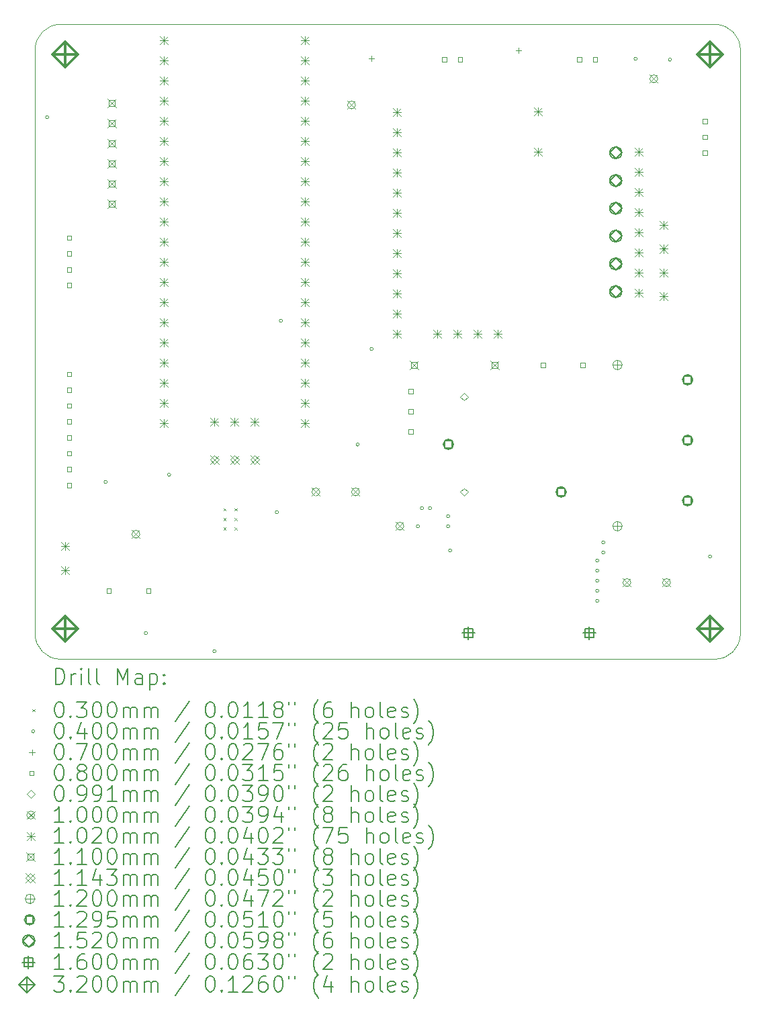
<source format=gbr>
%TF.GenerationSoftware,KiCad,Pcbnew,7.0.10*%
%TF.CreationDate,2024-03-29T16:51:20-04:00*%
%TF.ProjectId,WaveWise_PMIC,57617665-5769-4736-955f-504d49432e6b,rev?*%
%TF.SameCoordinates,Original*%
%TF.FileFunction,Drillmap*%
%TF.FilePolarity,Positive*%
%FSLAX45Y45*%
G04 Gerber Fmt 4.5, Leading zero omitted, Abs format (unit mm)*
G04 Created by KiCad (PCBNEW 7.0.10) date 2024-03-29 16:51:20*
%MOMM*%
%LPD*%
G01*
G04 APERTURE LIST*
%ADD10C,0.100000*%
%ADD11C,0.200000*%
%ADD12C,0.102000*%
%ADD13C,0.110000*%
%ADD14C,0.114300*%
%ADD15C,0.120000*%
%ADD16C,0.129540*%
%ADD17C,0.152000*%
%ADD18C,0.160000*%
%ADD19C,0.320000*%
G04 APERTURE END LIST*
D10*
X13652500Y-13081000D02*
G75*
G03*
X13970000Y-12763500I0J317500D01*
G01*
X13970000Y-5397500D02*
G75*
G03*
X13652500Y-5080000I-317500J0D01*
G01*
X5397500Y-5080000D02*
G75*
G03*
X5080000Y-5397500I0J-317500D01*
G01*
X5080000Y-12763500D02*
G75*
G03*
X5397500Y-13081000I317500J0D01*
G01*
X5080000Y-12763500D02*
X5080000Y-5397500D01*
X13652500Y-13081000D02*
X5397500Y-13081000D01*
X13970000Y-5397500D02*
X13970000Y-12763500D01*
X5397500Y-5080000D02*
X13652500Y-5080000D01*
D11*
D10*
X7452600Y-11180700D02*
X7482600Y-11210700D01*
X7482600Y-11180700D02*
X7452600Y-11210700D01*
X7452600Y-11300700D02*
X7482600Y-11330700D01*
X7482600Y-11300700D02*
X7452600Y-11330700D01*
X7452600Y-11420700D02*
X7482600Y-11450700D01*
X7482600Y-11420700D02*
X7452600Y-11450700D01*
X7592600Y-11180700D02*
X7622600Y-11210700D01*
X7622600Y-11180700D02*
X7592600Y-11210700D01*
X7592600Y-11300700D02*
X7622600Y-11330700D01*
X7622600Y-11300700D02*
X7592600Y-11330700D01*
X7592600Y-11420700D02*
X7622600Y-11450700D01*
X7622600Y-11420700D02*
X7592600Y-11450700D01*
X5252400Y-6248400D02*
G75*
G03*
X5212400Y-6248400I-20000J0D01*
G01*
X5212400Y-6248400D02*
G75*
G03*
X5252400Y-6248400I20000J0D01*
G01*
X5989000Y-10845800D02*
G75*
G03*
X5949000Y-10845800I-20000J0D01*
G01*
X5949000Y-10845800D02*
G75*
G03*
X5989000Y-10845800I20000J0D01*
G01*
X6497000Y-12750800D02*
G75*
G03*
X6457000Y-12750800I-20000J0D01*
G01*
X6457000Y-12750800D02*
G75*
G03*
X6497000Y-12750800I20000J0D01*
G01*
X6789100Y-10756900D02*
G75*
G03*
X6749100Y-10756900I-20000J0D01*
G01*
X6749100Y-10756900D02*
G75*
G03*
X6789100Y-10756900I20000J0D01*
G01*
X7360600Y-12979400D02*
G75*
G03*
X7320600Y-12979400I-20000J0D01*
G01*
X7320600Y-12979400D02*
G75*
G03*
X7360600Y-12979400I20000J0D01*
G01*
X8148000Y-11226800D02*
G75*
G03*
X8108000Y-11226800I-20000J0D01*
G01*
X8108000Y-11226800D02*
G75*
G03*
X8148000Y-11226800I20000J0D01*
G01*
X8198800Y-8813800D02*
G75*
G03*
X8158800Y-8813800I-20000J0D01*
G01*
X8158800Y-8813800D02*
G75*
G03*
X8198800Y-8813800I20000J0D01*
G01*
X9164000Y-10375900D02*
G75*
G03*
X9124000Y-10375900I-20000J0D01*
G01*
X9124000Y-10375900D02*
G75*
G03*
X9164000Y-10375900I20000J0D01*
G01*
X9341800Y-9169400D02*
G75*
G03*
X9301800Y-9169400I-20000J0D01*
G01*
X9301800Y-9169400D02*
G75*
G03*
X9341800Y-9169400I20000J0D01*
G01*
X9926000Y-11404600D02*
G75*
G03*
X9886000Y-11404600I-20000J0D01*
G01*
X9886000Y-11404600D02*
G75*
G03*
X9926000Y-11404600I20000J0D01*
G01*
X9976800Y-11176000D02*
G75*
G03*
X9936800Y-11176000I-20000J0D01*
G01*
X9936800Y-11176000D02*
G75*
G03*
X9976800Y-11176000I20000J0D01*
G01*
X10078400Y-11176000D02*
G75*
G03*
X10038400Y-11176000I-20000J0D01*
G01*
X10038400Y-11176000D02*
G75*
G03*
X10078400Y-11176000I20000J0D01*
G01*
X10307000Y-11277600D02*
G75*
G03*
X10267000Y-11277600I-20000J0D01*
G01*
X10267000Y-11277600D02*
G75*
G03*
X10307000Y-11277600I20000J0D01*
G01*
X10307000Y-11404600D02*
G75*
G03*
X10267000Y-11404600I-20000J0D01*
G01*
X10267000Y-11404600D02*
G75*
G03*
X10307000Y-11404600I20000J0D01*
G01*
X10332400Y-11709400D02*
G75*
G03*
X10292400Y-11709400I-20000J0D01*
G01*
X10292400Y-11709400D02*
G75*
G03*
X10332400Y-11709400I20000J0D01*
G01*
X12186600Y-11836400D02*
G75*
G03*
X12146600Y-11836400I-20000J0D01*
G01*
X12146600Y-11836400D02*
G75*
G03*
X12186600Y-11836400I20000J0D01*
G01*
X12186600Y-11963400D02*
G75*
G03*
X12146600Y-11963400I-20000J0D01*
G01*
X12146600Y-11963400D02*
G75*
G03*
X12186600Y-11963400I20000J0D01*
G01*
X12186600Y-12090400D02*
G75*
G03*
X12146600Y-12090400I-20000J0D01*
G01*
X12146600Y-12090400D02*
G75*
G03*
X12186600Y-12090400I20000J0D01*
G01*
X12186600Y-12217400D02*
G75*
G03*
X12146600Y-12217400I-20000J0D01*
G01*
X12146600Y-12217400D02*
G75*
G03*
X12186600Y-12217400I20000J0D01*
G01*
X12186600Y-12344400D02*
G75*
G03*
X12146600Y-12344400I-20000J0D01*
G01*
X12146600Y-12344400D02*
G75*
G03*
X12186600Y-12344400I20000J0D01*
G01*
X12262800Y-11607800D02*
G75*
G03*
X12222800Y-11607800I-20000J0D01*
G01*
X12222800Y-11607800D02*
G75*
G03*
X12262800Y-11607800I20000J0D01*
G01*
X12262800Y-11734800D02*
G75*
G03*
X12222800Y-11734800I-20000J0D01*
G01*
X12222800Y-11734800D02*
G75*
G03*
X12262800Y-11734800I20000J0D01*
G01*
X12669200Y-5511800D02*
G75*
G03*
X12629200Y-5511800I-20000J0D01*
G01*
X12629200Y-5511800D02*
G75*
G03*
X12669200Y-5511800I20000J0D01*
G01*
X13101000Y-5524500D02*
G75*
G03*
X13061000Y-5524500I-20000J0D01*
G01*
X13061000Y-5524500D02*
G75*
G03*
X13101000Y-5524500I20000J0D01*
G01*
X13609000Y-11785600D02*
G75*
G03*
X13569000Y-11785600I-20000J0D01*
G01*
X13569000Y-11785600D02*
G75*
G03*
X13609000Y-11785600I20000J0D01*
G01*
X9321800Y-5476800D02*
X9321800Y-5546800D01*
X9286800Y-5511800D02*
X9356800Y-5511800D01*
X11176000Y-5375200D02*
X11176000Y-5445200D01*
X11141000Y-5410200D02*
X11211000Y-5410200D01*
X5538260Y-7797034D02*
X5538260Y-7740465D01*
X5481691Y-7740465D01*
X5481691Y-7797034D01*
X5538260Y-7797034D01*
X5538260Y-7997034D02*
X5538260Y-7940465D01*
X5481691Y-7940465D01*
X5481691Y-7997034D01*
X5538260Y-7997034D01*
X5538260Y-8197034D02*
X5538260Y-8140465D01*
X5481691Y-8140465D01*
X5481691Y-8197034D01*
X5538260Y-8197034D01*
X5538260Y-8397035D02*
X5538260Y-8340465D01*
X5481691Y-8340465D01*
X5481691Y-8397035D01*
X5538260Y-8397035D01*
X5538260Y-9515285D02*
X5538260Y-9458716D01*
X5481691Y-9458716D01*
X5481691Y-9515285D01*
X5538260Y-9515285D01*
X5538260Y-9715285D02*
X5538260Y-9658716D01*
X5481691Y-9658716D01*
X5481691Y-9715285D01*
X5538260Y-9715285D01*
X5538260Y-9915285D02*
X5538260Y-9858716D01*
X5481691Y-9858716D01*
X5481691Y-9915285D01*
X5538260Y-9915285D01*
X5538260Y-10115285D02*
X5538260Y-10058716D01*
X5481691Y-10058716D01*
X5481691Y-10115285D01*
X5538260Y-10115285D01*
X5538260Y-10315285D02*
X5538260Y-10258716D01*
X5481691Y-10258716D01*
X5481691Y-10315285D01*
X5538260Y-10315285D01*
X5538260Y-10515285D02*
X5538260Y-10458716D01*
X5481691Y-10458716D01*
X5481691Y-10515285D01*
X5538260Y-10515285D01*
X5538260Y-10715285D02*
X5538260Y-10658716D01*
X5481691Y-10658716D01*
X5481691Y-10715285D01*
X5538260Y-10715285D01*
X5538260Y-10915285D02*
X5538260Y-10858716D01*
X5481691Y-10858716D01*
X5481691Y-10915285D01*
X5538260Y-10915285D01*
X6036419Y-12245684D02*
X6036419Y-12189115D01*
X5979850Y-12189115D01*
X5979850Y-12245684D01*
X6036419Y-12245684D01*
X6536419Y-12245684D02*
X6536419Y-12189115D01*
X6479850Y-12189115D01*
X6479850Y-12245684D01*
X6536419Y-12245684D01*
X9843285Y-9731085D02*
X9843285Y-9674516D01*
X9786716Y-9674516D01*
X9786716Y-9731085D01*
X9843285Y-9731085D01*
X9843285Y-9985085D02*
X9843285Y-9928516D01*
X9786716Y-9928516D01*
X9786716Y-9985085D01*
X9843285Y-9985085D01*
X9843285Y-10239085D02*
X9843285Y-10182516D01*
X9786716Y-10182516D01*
X9786716Y-10239085D01*
X9843285Y-10239085D01*
X10266085Y-5549685D02*
X10266085Y-5493116D01*
X10209516Y-5493116D01*
X10209516Y-5549685D01*
X10266085Y-5549685D01*
X10466085Y-5549685D02*
X10466085Y-5493116D01*
X10409516Y-5493116D01*
X10409516Y-5549685D01*
X10466085Y-5549685D01*
X11513084Y-9400885D02*
X11513084Y-9344316D01*
X11456515Y-9344316D01*
X11456515Y-9400885D01*
X11513084Y-9400885D01*
X11967884Y-5549685D02*
X11967884Y-5493116D01*
X11911315Y-5493116D01*
X11911315Y-5549685D01*
X11967884Y-5549685D01*
X12013084Y-9400885D02*
X12013084Y-9344316D01*
X11956515Y-9344316D01*
X11956515Y-9400885D01*
X12013084Y-9400885D01*
X12167884Y-5549685D02*
X12167884Y-5493116D01*
X12111315Y-5493116D01*
X12111315Y-5549685D01*
X12167884Y-5549685D01*
X13553784Y-6327484D02*
X13553784Y-6270915D01*
X13497215Y-6270915D01*
X13497215Y-6327484D01*
X13553784Y-6327484D01*
X13553784Y-6527484D02*
X13553784Y-6470915D01*
X13497215Y-6470915D01*
X13497215Y-6527484D01*
X13553784Y-6527484D01*
X13553784Y-6727484D02*
X13553784Y-6670915D01*
X13497215Y-6670915D01*
X13497215Y-6727484D01*
X13553784Y-6727484D01*
X10490200Y-9822330D02*
X10539730Y-9772800D01*
X10490200Y-9723270D01*
X10440670Y-9772800D01*
X10490200Y-9822330D01*
X10490200Y-11022330D02*
X10539730Y-10972800D01*
X10490200Y-10923270D01*
X10440670Y-10972800D01*
X10490200Y-11022330D01*
X6300000Y-11456200D02*
X6400000Y-11556200D01*
X6400000Y-11456200D02*
X6300000Y-11556200D01*
X6400000Y-11506200D02*
G75*
G03*
X6300000Y-11506200I-50000J0D01*
G01*
X6300000Y-11506200D02*
G75*
G03*
X6400000Y-11506200I50000J0D01*
G01*
X8568600Y-10922800D02*
X8668600Y-11022800D01*
X8668600Y-10922800D02*
X8568600Y-11022800D01*
X8668600Y-10972800D02*
G75*
G03*
X8568600Y-10972800I-50000J0D01*
G01*
X8568600Y-10972800D02*
G75*
G03*
X8668600Y-10972800I50000J0D01*
G01*
X9017800Y-6046000D02*
X9117800Y-6146000D01*
X9117800Y-6046000D02*
X9017800Y-6146000D01*
X9117800Y-6096000D02*
G75*
G03*
X9017800Y-6096000I-50000J0D01*
G01*
X9017800Y-6096000D02*
G75*
G03*
X9117800Y-6096000I50000J0D01*
G01*
X9068600Y-10922800D02*
X9168600Y-11022800D01*
X9168600Y-10922800D02*
X9068600Y-11022800D01*
X9168600Y-10972800D02*
G75*
G03*
X9068600Y-10972800I-50000J0D01*
G01*
X9068600Y-10972800D02*
G75*
G03*
X9168600Y-10972800I50000J0D01*
G01*
X9627400Y-11354600D02*
X9727400Y-11454600D01*
X9727400Y-11354600D02*
X9627400Y-11454600D01*
X9727400Y-11404600D02*
G75*
G03*
X9627400Y-11404600I-50000J0D01*
G01*
X9627400Y-11404600D02*
G75*
G03*
X9727400Y-11404600I50000J0D01*
G01*
X12489432Y-12065800D02*
X12589432Y-12165800D01*
X12589432Y-12065800D02*
X12489432Y-12165800D01*
X12589432Y-12115800D02*
G75*
G03*
X12489432Y-12115800I-50000J0D01*
G01*
X12489432Y-12115800D02*
G75*
G03*
X12589432Y-12115800I50000J0D01*
G01*
X12827800Y-5715800D02*
X12927800Y-5815800D01*
X12927800Y-5715800D02*
X12827800Y-5815800D01*
X12927800Y-5765800D02*
G75*
G03*
X12827800Y-5765800I-50000J0D01*
G01*
X12827800Y-5765800D02*
G75*
G03*
X12927800Y-5765800I50000J0D01*
G01*
X12989432Y-12065800D02*
X13089432Y-12165800D01*
X13089432Y-12065800D02*
X12989432Y-12165800D01*
X13089432Y-12115800D02*
G75*
G03*
X12989432Y-12115800I-50000J0D01*
G01*
X12989432Y-12115800D02*
G75*
G03*
X13089432Y-12115800I50000J0D01*
G01*
D12*
X5410000Y-11607600D02*
X5512000Y-11709600D01*
X5512000Y-11607600D02*
X5410000Y-11709600D01*
X5461000Y-11607600D02*
X5461000Y-11709600D01*
X5410000Y-11658600D02*
X5512000Y-11658600D01*
X5410000Y-11907600D02*
X5512000Y-12009600D01*
X5512000Y-11907600D02*
X5410000Y-12009600D01*
X5461000Y-11907600D02*
X5461000Y-12009600D01*
X5410000Y-11958600D02*
X5512000Y-11958600D01*
X6654600Y-5232200D02*
X6756600Y-5334200D01*
X6756600Y-5232200D02*
X6654600Y-5334200D01*
X6705600Y-5232200D02*
X6705600Y-5334200D01*
X6654600Y-5283200D02*
X6756600Y-5283200D01*
X6654600Y-5486200D02*
X6756600Y-5588200D01*
X6756600Y-5486200D02*
X6654600Y-5588200D01*
X6705600Y-5486200D02*
X6705600Y-5588200D01*
X6654600Y-5537200D02*
X6756600Y-5537200D01*
X6654600Y-5740200D02*
X6756600Y-5842200D01*
X6756600Y-5740200D02*
X6654600Y-5842200D01*
X6705600Y-5740200D02*
X6705600Y-5842200D01*
X6654600Y-5791200D02*
X6756600Y-5791200D01*
X6654600Y-5994200D02*
X6756600Y-6096200D01*
X6756600Y-5994200D02*
X6654600Y-6096200D01*
X6705600Y-5994200D02*
X6705600Y-6096200D01*
X6654600Y-6045200D02*
X6756600Y-6045200D01*
X6654600Y-6248200D02*
X6756600Y-6350200D01*
X6756600Y-6248200D02*
X6654600Y-6350200D01*
X6705600Y-6248200D02*
X6705600Y-6350200D01*
X6654600Y-6299200D02*
X6756600Y-6299200D01*
X6654600Y-6502200D02*
X6756600Y-6604200D01*
X6756600Y-6502200D02*
X6654600Y-6604200D01*
X6705600Y-6502200D02*
X6705600Y-6604200D01*
X6654600Y-6553200D02*
X6756600Y-6553200D01*
X6654600Y-6756200D02*
X6756600Y-6858200D01*
X6756600Y-6756200D02*
X6654600Y-6858200D01*
X6705600Y-6756200D02*
X6705600Y-6858200D01*
X6654600Y-6807200D02*
X6756600Y-6807200D01*
X6654600Y-7010200D02*
X6756600Y-7112200D01*
X6756600Y-7010200D02*
X6654600Y-7112200D01*
X6705600Y-7010200D02*
X6705600Y-7112200D01*
X6654600Y-7061200D02*
X6756600Y-7061200D01*
X6654600Y-7264200D02*
X6756600Y-7366200D01*
X6756600Y-7264200D02*
X6654600Y-7366200D01*
X6705600Y-7264200D02*
X6705600Y-7366200D01*
X6654600Y-7315200D02*
X6756600Y-7315200D01*
X6654600Y-7518200D02*
X6756600Y-7620200D01*
X6756600Y-7518200D02*
X6654600Y-7620200D01*
X6705600Y-7518200D02*
X6705600Y-7620200D01*
X6654600Y-7569200D02*
X6756600Y-7569200D01*
X6654600Y-7772200D02*
X6756600Y-7874200D01*
X6756600Y-7772200D02*
X6654600Y-7874200D01*
X6705600Y-7772200D02*
X6705600Y-7874200D01*
X6654600Y-7823200D02*
X6756600Y-7823200D01*
X6654600Y-8026200D02*
X6756600Y-8128200D01*
X6756600Y-8026200D02*
X6654600Y-8128200D01*
X6705600Y-8026200D02*
X6705600Y-8128200D01*
X6654600Y-8077200D02*
X6756600Y-8077200D01*
X6654600Y-8280200D02*
X6756600Y-8382200D01*
X6756600Y-8280200D02*
X6654600Y-8382200D01*
X6705600Y-8280200D02*
X6705600Y-8382200D01*
X6654600Y-8331200D02*
X6756600Y-8331200D01*
X6654600Y-8534200D02*
X6756600Y-8636200D01*
X6756600Y-8534200D02*
X6654600Y-8636200D01*
X6705600Y-8534200D02*
X6705600Y-8636200D01*
X6654600Y-8585200D02*
X6756600Y-8585200D01*
X6654600Y-8788200D02*
X6756600Y-8890200D01*
X6756600Y-8788200D02*
X6654600Y-8890200D01*
X6705600Y-8788200D02*
X6705600Y-8890200D01*
X6654600Y-8839200D02*
X6756600Y-8839200D01*
X6654600Y-9042200D02*
X6756600Y-9144200D01*
X6756600Y-9042200D02*
X6654600Y-9144200D01*
X6705600Y-9042200D02*
X6705600Y-9144200D01*
X6654600Y-9093200D02*
X6756600Y-9093200D01*
X6654600Y-9296200D02*
X6756600Y-9398200D01*
X6756600Y-9296200D02*
X6654600Y-9398200D01*
X6705600Y-9296200D02*
X6705600Y-9398200D01*
X6654600Y-9347200D02*
X6756600Y-9347200D01*
X6654600Y-9550200D02*
X6756600Y-9652200D01*
X6756600Y-9550200D02*
X6654600Y-9652200D01*
X6705600Y-9550200D02*
X6705600Y-9652200D01*
X6654600Y-9601200D02*
X6756600Y-9601200D01*
X6654600Y-9804200D02*
X6756600Y-9906200D01*
X6756600Y-9804200D02*
X6654600Y-9906200D01*
X6705600Y-9804200D02*
X6705600Y-9906200D01*
X6654600Y-9855200D02*
X6756600Y-9855200D01*
X6654600Y-10058200D02*
X6756600Y-10160200D01*
X6756600Y-10058200D02*
X6654600Y-10160200D01*
X6705600Y-10058200D02*
X6705600Y-10160200D01*
X6654600Y-10109200D02*
X6756600Y-10109200D01*
X7289600Y-10035200D02*
X7391600Y-10137200D01*
X7391600Y-10035200D02*
X7289600Y-10137200D01*
X7340600Y-10035200D02*
X7340600Y-10137200D01*
X7289600Y-10086200D02*
X7391600Y-10086200D01*
X7543600Y-10035200D02*
X7645600Y-10137200D01*
X7645600Y-10035200D02*
X7543600Y-10137200D01*
X7594600Y-10035200D02*
X7594600Y-10137200D01*
X7543600Y-10086200D02*
X7645600Y-10086200D01*
X7797600Y-10035200D02*
X7899600Y-10137200D01*
X7899600Y-10035200D02*
X7797600Y-10137200D01*
X7848600Y-10035200D02*
X7848600Y-10137200D01*
X7797600Y-10086200D02*
X7899600Y-10086200D01*
X8432600Y-5232200D02*
X8534600Y-5334200D01*
X8534600Y-5232200D02*
X8432600Y-5334200D01*
X8483600Y-5232200D02*
X8483600Y-5334200D01*
X8432600Y-5283200D02*
X8534600Y-5283200D01*
X8432600Y-5486200D02*
X8534600Y-5588200D01*
X8534600Y-5486200D02*
X8432600Y-5588200D01*
X8483600Y-5486200D02*
X8483600Y-5588200D01*
X8432600Y-5537200D02*
X8534600Y-5537200D01*
X8432600Y-5740200D02*
X8534600Y-5842200D01*
X8534600Y-5740200D02*
X8432600Y-5842200D01*
X8483600Y-5740200D02*
X8483600Y-5842200D01*
X8432600Y-5791200D02*
X8534600Y-5791200D01*
X8432600Y-5994200D02*
X8534600Y-6096200D01*
X8534600Y-5994200D02*
X8432600Y-6096200D01*
X8483600Y-5994200D02*
X8483600Y-6096200D01*
X8432600Y-6045200D02*
X8534600Y-6045200D01*
X8432600Y-6248200D02*
X8534600Y-6350200D01*
X8534600Y-6248200D02*
X8432600Y-6350200D01*
X8483600Y-6248200D02*
X8483600Y-6350200D01*
X8432600Y-6299200D02*
X8534600Y-6299200D01*
X8432600Y-6502200D02*
X8534600Y-6604200D01*
X8534600Y-6502200D02*
X8432600Y-6604200D01*
X8483600Y-6502200D02*
X8483600Y-6604200D01*
X8432600Y-6553200D02*
X8534600Y-6553200D01*
X8432600Y-6756200D02*
X8534600Y-6858200D01*
X8534600Y-6756200D02*
X8432600Y-6858200D01*
X8483600Y-6756200D02*
X8483600Y-6858200D01*
X8432600Y-6807200D02*
X8534600Y-6807200D01*
X8432600Y-7010200D02*
X8534600Y-7112200D01*
X8534600Y-7010200D02*
X8432600Y-7112200D01*
X8483600Y-7010200D02*
X8483600Y-7112200D01*
X8432600Y-7061200D02*
X8534600Y-7061200D01*
X8432600Y-7264200D02*
X8534600Y-7366200D01*
X8534600Y-7264200D02*
X8432600Y-7366200D01*
X8483600Y-7264200D02*
X8483600Y-7366200D01*
X8432600Y-7315200D02*
X8534600Y-7315200D01*
X8432600Y-7518200D02*
X8534600Y-7620200D01*
X8534600Y-7518200D02*
X8432600Y-7620200D01*
X8483600Y-7518200D02*
X8483600Y-7620200D01*
X8432600Y-7569200D02*
X8534600Y-7569200D01*
X8432600Y-7772200D02*
X8534600Y-7874200D01*
X8534600Y-7772200D02*
X8432600Y-7874200D01*
X8483600Y-7772200D02*
X8483600Y-7874200D01*
X8432600Y-7823200D02*
X8534600Y-7823200D01*
X8432600Y-8026200D02*
X8534600Y-8128200D01*
X8534600Y-8026200D02*
X8432600Y-8128200D01*
X8483600Y-8026200D02*
X8483600Y-8128200D01*
X8432600Y-8077200D02*
X8534600Y-8077200D01*
X8432600Y-8280200D02*
X8534600Y-8382200D01*
X8534600Y-8280200D02*
X8432600Y-8382200D01*
X8483600Y-8280200D02*
X8483600Y-8382200D01*
X8432600Y-8331200D02*
X8534600Y-8331200D01*
X8432600Y-8534200D02*
X8534600Y-8636200D01*
X8534600Y-8534200D02*
X8432600Y-8636200D01*
X8483600Y-8534200D02*
X8483600Y-8636200D01*
X8432600Y-8585200D02*
X8534600Y-8585200D01*
X8432600Y-8788200D02*
X8534600Y-8890200D01*
X8534600Y-8788200D02*
X8432600Y-8890200D01*
X8483600Y-8788200D02*
X8483600Y-8890200D01*
X8432600Y-8839200D02*
X8534600Y-8839200D01*
X8432600Y-9042200D02*
X8534600Y-9144200D01*
X8534600Y-9042200D02*
X8432600Y-9144200D01*
X8483600Y-9042200D02*
X8483600Y-9144200D01*
X8432600Y-9093200D02*
X8534600Y-9093200D01*
X8432600Y-9296200D02*
X8534600Y-9398200D01*
X8534600Y-9296200D02*
X8432600Y-9398200D01*
X8483600Y-9296200D02*
X8483600Y-9398200D01*
X8432600Y-9347200D02*
X8534600Y-9347200D01*
X8432600Y-9550200D02*
X8534600Y-9652200D01*
X8534600Y-9550200D02*
X8432600Y-9652200D01*
X8483600Y-9550200D02*
X8483600Y-9652200D01*
X8432600Y-9601200D02*
X8534600Y-9601200D01*
X8432600Y-9804200D02*
X8534600Y-9906200D01*
X8534600Y-9804200D02*
X8432600Y-9906200D01*
X8483600Y-9804200D02*
X8483600Y-9906200D01*
X8432600Y-9855200D02*
X8534600Y-9855200D01*
X8432600Y-10058200D02*
X8534600Y-10160200D01*
X8534600Y-10058200D02*
X8432600Y-10160200D01*
X8483600Y-10058200D02*
X8483600Y-10160200D01*
X8432600Y-10109200D02*
X8534600Y-10109200D01*
X9591950Y-6131200D02*
X9693950Y-6233200D01*
X9693950Y-6131200D02*
X9591950Y-6233200D01*
X9642950Y-6131200D02*
X9642950Y-6233200D01*
X9591950Y-6182200D02*
X9693950Y-6182200D01*
X9591950Y-6385200D02*
X9693950Y-6487200D01*
X9693950Y-6385200D02*
X9591950Y-6487200D01*
X9642950Y-6385200D02*
X9642950Y-6487200D01*
X9591950Y-6436200D02*
X9693950Y-6436200D01*
X9591950Y-6639200D02*
X9693950Y-6741200D01*
X9693950Y-6639200D02*
X9591950Y-6741200D01*
X9642950Y-6639200D02*
X9642950Y-6741200D01*
X9591950Y-6690200D02*
X9693950Y-6690200D01*
X9591950Y-6893200D02*
X9693950Y-6995200D01*
X9693950Y-6893200D02*
X9591950Y-6995200D01*
X9642950Y-6893200D02*
X9642950Y-6995200D01*
X9591950Y-6944200D02*
X9693950Y-6944200D01*
X9591950Y-7147200D02*
X9693950Y-7249200D01*
X9693950Y-7147200D02*
X9591950Y-7249200D01*
X9642950Y-7147200D02*
X9642950Y-7249200D01*
X9591950Y-7198200D02*
X9693950Y-7198200D01*
X9591950Y-7401200D02*
X9693950Y-7503200D01*
X9693950Y-7401200D02*
X9591950Y-7503200D01*
X9642950Y-7401200D02*
X9642950Y-7503200D01*
X9591950Y-7452200D02*
X9693950Y-7452200D01*
X9591950Y-7655200D02*
X9693950Y-7757200D01*
X9693950Y-7655200D02*
X9591950Y-7757200D01*
X9642950Y-7655200D02*
X9642950Y-7757200D01*
X9591950Y-7706200D02*
X9693950Y-7706200D01*
X9591950Y-7909200D02*
X9693950Y-8011200D01*
X9693950Y-7909200D02*
X9591950Y-8011200D01*
X9642950Y-7909200D02*
X9642950Y-8011200D01*
X9591950Y-7960200D02*
X9693950Y-7960200D01*
X9591950Y-8163200D02*
X9693950Y-8265200D01*
X9693950Y-8163200D02*
X9591950Y-8265200D01*
X9642950Y-8163200D02*
X9642950Y-8265200D01*
X9591950Y-8214200D02*
X9693950Y-8214200D01*
X9591950Y-8417200D02*
X9693950Y-8519200D01*
X9693950Y-8417200D02*
X9591950Y-8519200D01*
X9642950Y-8417200D02*
X9642950Y-8519200D01*
X9591950Y-8468200D02*
X9693950Y-8468200D01*
X9591950Y-8671200D02*
X9693950Y-8773200D01*
X9693950Y-8671200D02*
X9591950Y-8773200D01*
X9642950Y-8671200D02*
X9642950Y-8773200D01*
X9591950Y-8722200D02*
X9693950Y-8722200D01*
X9591950Y-8925200D02*
X9693950Y-9027200D01*
X9693950Y-8925200D02*
X9591950Y-9027200D01*
X9642950Y-8925200D02*
X9642950Y-9027200D01*
X9591950Y-8976200D02*
X9693950Y-8976200D01*
X10099950Y-8925200D02*
X10201950Y-9027200D01*
X10201950Y-8925200D02*
X10099950Y-9027200D01*
X10150950Y-8925200D02*
X10150950Y-9027200D01*
X10099950Y-8976200D02*
X10201950Y-8976200D01*
X10353950Y-8925200D02*
X10455950Y-9027200D01*
X10455950Y-8925200D02*
X10353950Y-9027200D01*
X10404950Y-8925200D02*
X10404950Y-9027200D01*
X10353950Y-8976200D02*
X10455950Y-8976200D01*
X10607950Y-8925200D02*
X10709950Y-9027200D01*
X10709950Y-8925200D02*
X10607950Y-9027200D01*
X10658950Y-8925200D02*
X10658950Y-9027200D01*
X10607950Y-8976200D02*
X10709950Y-8976200D01*
X10861950Y-8925200D02*
X10963950Y-9027200D01*
X10963950Y-8925200D02*
X10861950Y-9027200D01*
X10912950Y-8925200D02*
X10912950Y-9027200D01*
X10861950Y-8976200D02*
X10963950Y-8976200D01*
X11367410Y-6123580D02*
X11469410Y-6225580D01*
X11469410Y-6123580D02*
X11367410Y-6225580D01*
X11418410Y-6123580D02*
X11418410Y-6225580D01*
X11367410Y-6174580D02*
X11469410Y-6174580D01*
X11367410Y-6631580D02*
X11469410Y-6733580D01*
X11469410Y-6631580D02*
X11367410Y-6733580D01*
X11418410Y-6631580D02*
X11418410Y-6733580D01*
X11367410Y-6682580D02*
X11469410Y-6682580D01*
X12637410Y-6631580D02*
X12739410Y-6733580D01*
X12739410Y-6631580D02*
X12637410Y-6733580D01*
X12688410Y-6631580D02*
X12688410Y-6733580D01*
X12637410Y-6682580D02*
X12739410Y-6682580D01*
X12637410Y-6885580D02*
X12739410Y-6987580D01*
X12739410Y-6885580D02*
X12637410Y-6987580D01*
X12688410Y-6885580D02*
X12688410Y-6987580D01*
X12637410Y-6936580D02*
X12739410Y-6936580D01*
X12637410Y-7139580D02*
X12739410Y-7241580D01*
X12739410Y-7139580D02*
X12637410Y-7241580D01*
X12688410Y-7139580D02*
X12688410Y-7241580D01*
X12637410Y-7190580D02*
X12739410Y-7190580D01*
X12637410Y-7393580D02*
X12739410Y-7495580D01*
X12739410Y-7393580D02*
X12637410Y-7495580D01*
X12688410Y-7393580D02*
X12688410Y-7495580D01*
X12637410Y-7444580D02*
X12739410Y-7444580D01*
X12637410Y-7647580D02*
X12739410Y-7749580D01*
X12739410Y-7647580D02*
X12637410Y-7749580D01*
X12688410Y-7647580D02*
X12688410Y-7749580D01*
X12637410Y-7698580D02*
X12739410Y-7698580D01*
X12637410Y-7901580D02*
X12739410Y-8003580D01*
X12739410Y-7901580D02*
X12637410Y-8003580D01*
X12688410Y-7901580D02*
X12688410Y-8003580D01*
X12637410Y-7952580D02*
X12739410Y-7952580D01*
X12637410Y-8155580D02*
X12739410Y-8257580D01*
X12739410Y-8155580D02*
X12637410Y-8257580D01*
X12688410Y-8155580D02*
X12688410Y-8257580D01*
X12637410Y-8206580D02*
X12739410Y-8206580D01*
X12637410Y-8409580D02*
X12739410Y-8511580D01*
X12739410Y-8409580D02*
X12637410Y-8511580D01*
X12688410Y-8409580D02*
X12688410Y-8511580D01*
X12637410Y-8460580D02*
X12739410Y-8460580D01*
X12953800Y-7558000D02*
X13055800Y-7660000D01*
X13055800Y-7558000D02*
X12953800Y-7660000D01*
X13004800Y-7558000D02*
X13004800Y-7660000D01*
X12953800Y-7609000D02*
X13055800Y-7609000D01*
X12953800Y-7858000D02*
X13055800Y-7960000D01*
X13055800Y-7858000D02*
X12953800Y-7960000D01*
X13004800Y-7858000D02*
X13004800Y-7960000D01*
X12953800Y-7909000D02*
X13055800Y-7909000D01*
X12953800Y-8158000D02*
X13055800Y-8260000D01*
X13055800Y-8158000D02*
X12953800Y-8260000D01*
X13004800Y-8158000D02*
X13004800Y-8260000D01*
X12953800Y-8209000D02*
X13055800Y-8209000D01*
X12953800Y-8458000D02*
X13055800Y-8560000D01*
X13055800Y-8458000D02*
X12953800Y-8560000D01*
X13004800Y-8458000D02*
X13004800Y-8560000D01*
X12953800Y-8509000D02*
X13055800Y-8509000D01*
D13*
X5990200Y-6015600D02*
X6100200Y-6125600D01*
X6100200Y-6015600D02*
X5990200Y-6125600D01*
X6084091Y-6109491D02*
X6084091Y-6031709D01*
X6006309Y-6031709D01*
X6006309Y-6109491D01*
X6084091Y-6109491D01*
X5990200Y-6269600D02*
X6100200Y-6379600D01*
X6100200Y-6269600D02*
X5990200Y-6379600D01*
X6084091Y-6363491D02*
X6084091Y-6285709D01*
X6006309Y-6285709D01*
X6006309Y-6363491D01*
X6084091Y-6363491D01*
X5990200Y-6523600D02*
X6100200Y-6633600D01*
X6100200Y-6523600D02*
X5990200Y-6633600D01*
X6084091Y-6617491D02*
X6084091Y-6539709D01*
X6006309Y-6539709D01*
X6006309Y-6617491D01*
X6084091Y-6617491D01*
X5990200Y-6777600D02*
X6100200Y-6887600D01*
X6100200Y-6777600D02*
X5990200Y-6887600D01*
X6084091Y-6871491D02*
X6084091Y-6793709D01*
X6006309Y-6793709D01*
X6006309Y-6871491D01*
X6084091Y-6871491D01*
X5990200Y-7031600D02*
X6100200Y-7141600D01*
X6100200Y-7031600D02*
X5990200Y-7141600D01*
X6084091Y-7125491D02*
X6084091Y-7047709D01*
X6006309Y-7047709D01*
X6006309Y-7125491D01*
X6084091Y-7125491D01*
X5990200Y-7285600D02*
X6100200Y-7395600D01*
X6100200Y-7285600D02*
X5990200Y-7395600D01*
X6084091Y-7379491D02*
X6084091Y-7301709D01*
X6006309Y-7301709D01*
X6006309Y-7379491D01*
X6084091Y-7379491D01*
X9800200Y-9317600D02*
X9910200Y-9427600D01*
X9910200Y-9317600D02*
X9800200Y-9427600D01*
X9894091Y-9411491D02*
X9894091Y-9333709D01*
X9816309Y-9333709D01*
X9816309Y-9411491D01*
X9894091Y-9411491D01*
X10816200Y-9317600D02*
X10926200Y-9427600D01*
X10926200Y-9317600D02*
X10816200Y-9427600D01*
X10910091Y-9411491D02*
X10910091Y-9333709D01*
X10832309Y-9333709D01*
X10832309Y-9411491D01*
X10910091Y-9411491D01*
D14*
X7283450Y-10509250D02*
X7397750Y-10623550D01*
X7397750Y-10509250D02*
X7283450Y-10623550D01*
X7340600Y-10623550D02*
X7397750Y-10566400D01*
X7340600Y-10509250D01*
X7283450Y-10566400D01*
X7340600Y-10623550D01*
X7537450Y-10509250D02*
X7651750Y-10623550D01*
X7651750Y-10509250D02*
X7537450Y-10623550D01*
X7594600Y-10623550D02*
X7651750Y-10566400D01*
X7594600Y-10509250D01*
X7537450Y-10566400D01*
X7594600Y-10623550D01*
X7791450Y-10509250D02*
X7905750Y-10623550D01*
X7905750Y-10509250D02*
X7791450Y-10623550D01*
X7848600Y-10623550D02*
X7905750Y-10566400D01*
X7848600Y-10509250D01*
X7791450Y-10566400D01*
X7848600Y-10623550D01*
D15*
X12420600Y-9312600D02*
X12420600Y-9432600D01*
X12360600Y-9372600D02*
X12480600Y-9372600D01*
X12480600Y-9372600D02*
G75*
G03*
X12360600Y-9372600I-60000J0D01*
G01*
X12360600Y-9372600D02*
G75*
G03*
X12480600Y-9372600I60000J0D01*
G01*
X12420600Y-11344600D02*
X12420600Y-11464600D01*
X12360600Y-11404600D02*
X12480600Y-11404600D01*
X12480600Y-11404600D02*
G75*
G03*
X12360600Y-11404600I-60000J0D01*
G01*
X12360600Y-11404600D02*
G75*
G03*
X12480600Y-11404600I60000J0D01*
G01*
D16*
X10336000Y-10418600D02*
X10336000Y-10327000D01*
X10244400Y-10327000D01*
X10244400Y-10418600D01*
X10336000Y-10418600D01*
X10354970Y-10372800D02*
G75*
G03*
X10225430Y-10372800I-64770J0D01*
G01*
X10225430Y-10372800D02*
G75*
G03*
X10354970Y-10372800I64770J0D01*
G01*
X11755919Y-11018600D02*
X11755919Y-10927000D01*
X11664320Y-10927000D01*
X11664320Y-11018600D01*
X11755919Y-11018600D01*
X11774890Y-10972800D02*
G75*
G03*
X11645350Y-10972800I-64770J0D01*
G01*
X11645350Y-10972800D02*
G75*
G03*
X11774890Y-10972800I64770J0D01*
G01*
X13350800Y-9605090D02*
X13350800Y-9513490D01*
X13259200Y-9513490D01*
X13259200Y-9605090D01*
X13350800Y-9605090D01*
X13369770Y-9559290D02*
G75*
G03*
X13240230Y-9559290I-64770J0D01*
G01*
X13240230Y-9559290D02*
G75*
G03*
X13369770Y-9559290I64770J0D01*
G01*
X13350800Y-10367090D02*
X13350800Y-10275490D01*
X13259200Y-10275490D01*
X13259200Y-10367090D01*
X13350800Y-10367090D01*
X13369770Y-10321290D02*
G75*
G03*
X13240230Y-10321290I-64770J0D01*
G01*
X13240230Y-10321290D02*
G75*
G03*
X13369770Y-10321290I64770J0D01*
G01*
X13350800Y-11129090D02*
X13350800Y-11037490D01*
X13259200Y-11037490D01*
X13259200Y-11129090D01*
X13350800Y-11129090D01*
X13369770Y-11083290D02*
G75*
G03*
X13240230Y-11083290I-64770J0D01*
G01*
X13240230Y-11083290D02*
G75*
G03*
X13369770Y-11083290I64770J0D01*
G01*
D17*
X12398850Y-6773820D02*
X12474850Y-6697820D01*
X12398850Y-6621820D01*
X12322850Y-6697820D01*
X12398850Y-6773820D01*
X12474850Y-6697820D02*
G75*
G03*
X12322850Y-6697820I-76000J0D01*
G01*
X12322850Y-6697820D02*
G75*
G03*
X12474850Y-6697820I76000J0D01*
G01*
X12398850Y-7123820D02*
X12474850Y-7047820D01*
X12398850Y-6971820D01*
X12322850Y-7047820D01*
X12398850Y-7123820D01*
X12474850Y-7047820D02*
G75*
G03*
X12322850Y-7047820I-76000J0D01*
G01*
X12322850Y-7047820D02*
G75*
G03*
X12474850Y-7047820I76000J0D01*
G01*
X12398850Y-7473820D02*
X12474850Y-7397820D01*
X12398850Y-7321820D01*
X12322850Y-7397820D01*
X12398850Y-7473820D01*
X12474850Y-7397820D02*
G75*
G03*
X12322850Y-7397820I-76000J0D01*
G01*
X12322850Y-7397820D02*
G75*
G03*
X12474850Y-7397820I76000J0D01*
G01*
X12398850Y-7823820D02*
X12474850Y-7747820D01*
X12398850Y-7671820D01*
X12322850Y-7747820D01*
X12398850Y-7823820D01*
X12474850Y-7747820D02*
G75*
G03*
X12322850Y-7747820I-76000J0D01*
G01*
X12322850Y-7747820D02*
G75*
G03*
X12474850Y-7747820I76000J0D01*
G01*
X12398850Y-8173820D02*
X12474850Y-8097820D01*
X12398850Y-8021820D01*
X12322850Y-8097820D01*
X12398850Y-8173820D01*
X12474850Y-8097820D02*
G75*
G03*
X12322850Y-8097820I-76000J0D01*
G01*
X12322850Y-8097820D02*
G75*
G03*
X12474850Y-8097820I76000J0D01*
G01*
X12398850Y-8523820D02*
X12474850Y-8447820D01*
X12398850Y-8371820D01*
X12322850Y-8447820D01*
X12398850Y-8523820D01*
X12474850Y-8447820D02*
G75*
G03*
X12322850Y-8447820I-76000J0D01*
G01*
X12322850Y-8447820D02*
G75*
G03*
X12474850Y-8447820I76000J0D01*
G01*
D18*
X10541000Y-12670800D02*
X10541000Y-12830800D01*
X10461000Y-12750800D02*
X10621000Y-12750800D01*
X10597569Y-12807369D02*
X10597569Y-12694231D01*
X10484431Y-12694231D01*
X10484431Y-12807369D01*
X10597569Y-12807369D01*
X12065000Y-12670800D02*
X12065000Y-12830800D01*
X11985000Y-12750800D02*
X12145000Y-12750800D01*
X12121569Y-12807369D02*
X12121569Y-12694231D01*
X12008431Y-12694231D01*
X12008431Y-12807369D01*
X12121569Y-12807369D01*
D19*
X5461000Y-5301000D02*
X5461000Y-5621000D01*
X5301000Y-5461000D02*
X5621000Y-5461000D01*
X5461000Y-5621000D02*
X5621000Y-5461000D01*
X5461000Y-5301000D01*
X5301000Y-5461000D01*
X5461000Y-5621000D01*
X5461000Y-12540000D02*
X5461000Y-12860000D01*
X5301000Y-12700000D02*
X5621000Y-12700000D01*
X5461000Y-12860000D02*
X5621000Y-12700000D01*
X5461000Y-12540000D01*
X5301000Y-12700000D01*
X5461000Y-12860000D01*
X13589000Y-5301000D02*
X13589000Y-5621000D01*
X13429000Y-5461000D02*
X13749000Y-5461000D01*
X13589000Y-5621000D02*
X13749000Y-5461000D01*
X13589000Y-5301000D01*
X13429000Y-5461000D01*
X13589000Y-5621000D01*
X13589000Y-12540000D02*
X13589000Y-12860000D01*
X13429000Y-12700000D02*
X13749000Y-12700000D01*
X13589000Y-12860000D02*
X13749000Y-12700000D01*
X13589000Y-12540000D01*
X13429000Y-12700000D01*
X13589000Y-12860000D01*
D11*
X5335777Y-13397484D02*
X5335777Y-13197484D01*
X5335777Y-13197484D02*
X5383396Y-13197484D01*
X5383396Y-13197484D02*
X5411967Y-13207007D01*
X5411967Y-13207007D02*
X5431015Y-13226055D01*
X5431015Y-13226055D02*
X5440539Y-13245103D01*
X5440539Y-13245103D02*
X5450063Y-13283198D01*
X5450063Y-13283198D02*
X5450063Y-13311769D01*
X5450063Y-13311769D02*
X5440539Y-13349865D01*
X5440539Y-13349865D02*
X5431015Y-13368912D01*
X5431015Y-13368912D02*
X5411967Y-13387960D01*
X5411967Y-13387960D02*
X5383396Y-13397484D01*
X5383396Y-13397484D02*
X5335777Y-13397484D01*
X5535777Y-13397484D02*
X5535777Y-13264150D01*
X5535777Y-13302246D02*
X5545301Y-13283198D01*
X5545301Y-13283198D02*
X5554825Y-13273674D01*
X5554825Y-13273674D02*
X5573872Y-13264150D01*
X5573872Y-13264150D02*
X5592920Y-13264150D01*
X5659586Y-13397484D02*
X5659586Y-13264150D01*
X5659586Y-13197484D02*
X5650063Y-13207007D01*
X5650063Y-13207007D02*
X5659586Y-13216531D01*
X5659586Y-13216531D02*
X5669110Y-13207007D01*
X5669110Y-13207007D02*
X5659586Y-13197484D01*
X5659586Y-13197484D02*
X5659586Y-13216531D01*
X5783396Y-13397484D02*
X5764348Y-13387960D01*
X5764348Y-13387960D02*
X5754824Y-13368912D01*
X5754824Y-13368912D02*
X5754824Y-13197484D01*
X5888158Y-13397484D02*
X5869110Y-13387960D01*
X5869110Y-13387960D02*
X5859586Y-13368912D01*
X5859586Y-13368912D02*
X5859586Y-13197484D01*
X6116729Y-13397484D02*
X6116729Y-13197484D01*
X6116729Y-13197484D02*
X6183396Y-13340341D01*
X6183396Y-13340341D02*
X6250063Y-13197484D01*
X6250063Y-13197484D02*
X6250063Y-13397484D01*
X6431015Y-13397484D02*
X6431015Y-13292722D01*
X6431015Y-13292722D02*
X6421491Y-13273674D01*
X6421491Y-13273674D02*
X6402444Y-13264150D01*
X6402444Y-13264150D02*
X6364348Y-13264150D01*
X6364348Y-13264150D02*
X6345301Y-13273674D01*
X6431015Y-13387960D02*
X6411967Y-13397484D01*
X6411967Y-13397484D02*
X6364348Y-13397484D01*
X6364348Y-13397484D02*
X6345301Y-13387960D01*
X6345301Y-13387960D02*
X6335777Y-13368912D01*
X6335777Y-13368912D02*
X6335777Y-13349865D01*
X6335777Y-13349865D02*
X6345301Y-13330817D01*
X6345301Y-13330817D02*
X6364348Y-13321293D01*
X6364348Y-13321293D02*
X6411967Y-13321293D01*
X6411967Y-13321293D02*
X6431015Y-13311769D01*
X6526253Y-13264150D02*
X6526253Y-13464150D01*
X6526253Y-13273674D02*
X6545301Y-13264150D01*
X6545301Y-13264150D02*
X6583396Y-13264150D01*
X6583396Y-13264150D02*
X6602444Y-13273674D01*
X6602444Y-13273674D02*
X6611967Y-13283198D01*
X6611967Y-13283198D02*
X6621491Y-13302246D01*
X6621491Y-13302246D02*
X6621491Y-13359388D01*
X6621491Y-13359388D02*
X6611967Y-13378436D01*
X6611967Y-13378436D02*
X6602444Y-13387960D01*
X6602444Y-13387960D02*
X6583396Y-13397484D01*
X6583396Y-13397484D02*
X6545301Y-13397484D01*
X6545301Y-13397484D02*
X6526253Y-13387960D01*
X6707205Y-13378436D02*
X6716729Y-13387960D01*
X6716729Y-13387960D02*
X6707205Y-13397484D01*
X6707205Y-13397484D02*
X6697682Y-13387960D01*
X6697682Y-13387960D02*
X6707205Y-13378436D01*
X6707205Y-13378436D02*
X6707205Y-13397484D01*
X6707205Y-13273674D02*
X6716729Y-13283198D01*
X6716729Y-13283198D02*
X6707205Y-13292722D01*
X6707205Y-13292722D02*
X6697682Y-13283198D01*
X6697682Y-13283198D02*
X6707205Y-13273674D01*
X6707205Y-13273674D02*
X6707205Y-13292722D01*
D10*
X5045000Y-13711000D02*
X5075000Y-13741000D01*
X5075000Y-13711000D02*
X5045000Y-13741000D01*
D11*
X5373872Y-13617484D02*
X5392920Y-13617484D01*
X5392920Y-13617484D02*
X5411967Y-13627007D01*
X5411967Y-13627007D02*
X5421491Y-13636531D01*
X5421491Y-13636531D02*
X5431015Y-13655579D01*
X5431015Y-13655579D02*
X5440539Y-13693674D01*
X5440539Y-13693674D02*
X5440539Y-13741293D01*
X5440539Y-13741293D02*
X5431015Y-13779388D01*
X5431015Y-13779388D02*
X5421491Y-13798436D01*
X5421491Y-13798436D02*
X5411967Y-13807960D01*
X5411967Y-13807960D02*
X5392920Y-13817484D01*
X5392920Y-13817484D02*
X5373872Y-13817484D01*
X5373872Y-13817484D02*
X5354825Y-13807960D01*
X5354825Y-13807960D02*
X5345301Y-13798436D01*
X5345301Y-13798436D02*
X5335777Y-13779388D01*
X5335777Y-13779388D02*
X5326253Y-13741293D01*
X5326253Y-13741293D02*
X5326253Y-13693674D01*
X5326253Y-13693674D02*
X5335777Y-13655579D01*
X5335777Y-13655579D02*
X5345301Y-13636531D01*
X5345301Y-13636531D02*
X5354825Y-13627007D01*
X5354825Y-13627007D02*
X5373872Y-13617484D01*
X5526253Y-13798436D02*
X5535777Y-13807960D01*
X5535777Y-13807960D02*
X5526253Y-13817484D01*
X5526253Y-13817484D02*
X5516729Y-13807960D01*
X5516729Y-13807960D02*
X5526253Y-13798436D01*
X5526253Y-13798436D02*
X5526253Y-13817484D01*
X5602444Y-13617484D02*
X5726253Y-13617484D01*
X5726253Y-13617484D02*
X5659586Y-13693674D01*
X5659586Y-13693674D02*
X5688158Y-13693674D01*
X5688158Y-13693674D02*
X5707205Y-13703198D01*
X5707205Y-13703198D02*
X5716729Y-13712722D01*
X5716729Y-13712722D02*
X5726253Y-13731769D01*
X5726253Y-13731769D02*
X5726253Y-13779388D01*
X5726253Y-13779388D02*
X5716729Y-13798436D01*
X5716729Y-13798436D02*
X5707205Y-13807960D01*
X5707205Y-13807960D02*
X5688158Y-13817484D01*
X5688158Y-13817484D02*
X5631015Y-13817484D01*
X5631015Y-13817484D02*
X5611967Y-13807960D01*
X5611967Y-13807960D02*
X5602444Y-13798436D01*
X5850063Y-13617484D02*
X5869110Y-13617484D01*
X5869110Y-13617484D02*
X5888158Y-13627007D01*
X5888158Y-13627007D02*
X5897682Y-13636531D01*
X5897682Y-13636531D02*
X5907205Y-13655579D01*
X5907205Y-13655579D02*
X5916729Y-13693674D01*
X5916729Y-13693674D02*
X5916729Y-13741293D01*
X5916729Y-13741293D02*
X5907205Y-13779388D01*
X5907205Y-13779388D02*
X5897682Y-13798436D01*
X5897682Y-13798436D02*
X5888158Y-13807960D01*
X5888158Y-13807960D02*
X5869110Y-13817484D01*
X5869110Y-13817484D02*
X5850063Y-13817484D01*
X5850063Y-13817484D02*
X5831015Y-13807960D01*
X5831015Y-13807960D02*
X5821491Y-13798436D01*
X5821491Y-13798436D02*
X5811967Y-13779388D01*
X5811967Y-13779388D02*
X5802444Y-13741293D01*
X5802444Y-13741293D02*
X5802444Y-13693674D01*
X5802444Y-13693674D02*
X5811967Y-13655579D01*
X5811967Y-13655579D02*
X5821491Y-13636531D01*
X5821491Y-13636531D02*
X5831015Y-13627007D01*
X5831015Y-13627007D02*
X5850063Y-13617484D01*
X6040539Y-13617484D02*
X6059586Y-13617484D01*
X6059586Y-13617484D02*
X6078634Y-13627007D01*
X6078634Y-13627007D02*
X6088158Y-13636531D01*
X6088158Y-13636531D02*
X6097682Y-13655579D01*
X6097682Y-13655579D02*
X6107205Y-13693674D01*
X6107205Y-13693674D02*
X6107205Y-13741293D01*
X6107205Y-13741293D02*
X6097682Y-13779388D01*
X6097682Y-13779388D02*
X6088158Y-13798436D01*
X6088158Y-13798436D02*
X6078634Y-13807960D01*
X6078634Y-13807960D02*
X6059586Y-13817484D01*
X6059586Y-13817484D02*
X6040539Y-13817484D01*
X6040539Y-13817484D02*
X6021491Y-13807960D01*
X6021491Y-13807960D02*
X6011967Y-13798436D01*
X6011967Y-13798436D02*
X6002444Y-13779388D01*
X6002444Y-13779388D02*
X5992920Y-13741293D01*
X5992920Y-13741293D02*
X5992920Y-13693674D01*
X5992920Y-13693674D02*
X6002444Y-13655579D01*
X6002444Y-13655579D02*
X6011967Y-13636531D01*
X6011967Y-13636531D02*
X6021491Y-13627007D01*
X6021491Y-13627007D02*
X6040539Y-13617484D01*
X6192920Y-13817484D02*
X6192920Y-13684150D01*
X6192920Y-13703198D02*
X6202444Y-13693674D01*
X6202444Y-13693674D02*
X6221491Y-13684150D01*
X6221491Y-13684150D02*
X6250063Y-13684150D01*
X6250063Y-13684150D02*
X6269110Y-13693674D01*
X6269110Y-13693674D02*
X6278634Y-13712722D01*
X6278634Y-13712722D02*
X6278634Y-13817484D01*
X6278634Y-13712722D02*
X6288158Y-13693674D01*
X6288158Y-13693674D02*
X6307205Y-13684150D01*
X6307205Y-13684150D02*
X6335777Y-13684150D01*
X6335777Y-13684150D02*
X6354825Y-13693674D01*
X6354825Y-13693674D02*
X6364348Y-13712722D01*
X6364348Y-13712722D02*
X6364348Y-13817484D01*
X6459586Y-13817484D02*
X6459586Y-13684150D01*
X6459586Y-13703198D02*
X6469110Y-13693674D01*
X6469110Y-13693674D02*
X6488158Y-13684150D01*
X6488158Y-13684150D02*
X6516729Y-13684150D01*
X6516729Y-13684150D02*
X6535777Y-13693674D01*
X6535777Y-13693674D02*
X6545301Y-13712722D01*
X6545301Y-13712722D02*
X6545301Y-13817484D01*
X6545301Y-13712722D02*
X6554825Y-13693674D01*
X6554825Y-13693674D02*
X6573872Y-13684150D01*
X6573872Y-13684150D02*
X6602444Y-13684150D01*
X6602444Y-13684150D02*
X6621491Y-13693674D01*
X6621491Y-13693674D02*
X6631015Y-13712722D01*
X6631015Y-13712722D02*
X6631015Y-13817484D01*
X7021491Y-13607960D02*
X6850063Y-13865103D01*
X7278634Y-13617484D02*
X7297682Y-13617484D01*
X7297682Y-13617484D02*
X7316729Y-13627007D01*
X7316729Y-13627007D02*
X7326253Y-13636531D01*
X7326253Y-13636531D02*
X7335777Y-13655579D01*
X7335777Y-13655579D02*
X7345301Y-13693674D01*
X7345301Y-13693674D02*
X7345301Y-13741293D01*
X7345301Y-13741293D02*
X7335777Y-13779388D01*
X7335777Y-13779388D02*
X7326253Y-13798436D01*
X7326253Y-13798436D02*
X7316729Y-13807960D01*
X7316729Y-13807960D02*
X7297682Y-13817484D01*
X7297682Y-13817484D02*
X7278634Y-13817484D01*
X7278634Y-13817484D02*
X7259587Y-13807960D01*
X7259587Y-13807960D02*
X7250063Y-13798436D01*
X7250063Y-13798436D02*
X7240539Y-13779388D01*
X7240539Y-13779388D02*
X7231015Y-13741293D01*
X7231015Y-13741293D02*
X7231015Y-13693674D01*
X7231015Y-13693674D02*
X7240539Y-13655579D01*
X7240539Y-13655579D02*
X7250063Y-13636531D01*
X7250063Y-13636531D02*
X7259587Y-13627007D01*
X7259587Y-13627007D02*
X7278634Y-13617484D01*
X7431015Y-13798436D02*
X7440539Y-13807960D01*
X7440539Y-13807960D02*
X7431015Y-13817484D01*
X7431015Y-13817484D02*
X7421491Y-13807960D01*
X7421491Y-13807960D02*
X7431015Y-13798436D01*
X7431015Y-13798436D02*
X7431015Y-13817484D01*
X7564348Y-13617484D02*
X7583396Y-13617484D01*
X7583396Y-13617484D02*
X7602444Y-13627007D01*
X7602444Y-13627007D02*
X7611968Y-13636531D01*
X7611968Y-13636531D02*
X7621491Y-13655579D01*
X7621491Y-13655579D02*
X7631015Y-13693674D01*
X7631015Y-13693674D02*
X7631015Y-13741293D01*
X7631015Y-13741293D02*
X7621491Y-13779388D01*
X7621491Y-13779388D02*
X7611968Y-13798436D01*
X7611968Y-13798436D02*
X7602444Y-13807960D01*
X7602444Y-13807960D02*
X7583396Y-13817484D01*
X7583396Y-13817484D02*
X7564348Y-13817484D01*
X7564348Y-13817484D02*
X7545301Y-13807960D01*
X7545301Y-13807960D02*
X7535777Y-13798436D01*
X7535777Y-13798436D02*
X7526253Y-13779388D01*
X7526253Y-13779388D02*
X7516729Y-13741293D01*
X7516729Y-13741293D02*
X7516729Y-13693674D01*
X7516729Y-13693674D02*
X7526253Y-13655579D01*
X7526253Y-13655579D02*
X7535777Y-13636531D01*
X7535777Y-13636531D02*
X7545301Y-13627007D01*
X7545301Y-13627007D02*
X7564348Y-13617484D01*
X7821491Y-13817484D02*
X7707206Y-13817484D01*
X7764348Y-13817484D02*
X7764348Y-13617484D01*
X7764348Y-13617484D02*
X7745301Y-13646055D01*
X7745301Y-13646055D02*
X7726253Y-13665103D01*
X7726253Y-13665103D02*
X7707206Y-13674626D01*
X8011968Y-13817484D02*
X7897682Y-13817484D01*
X7954825Y-13817484D02*
X7954825Y-13617484D01*
X7954825Y-13617484D02*
X7935777Y-13646055D01*
X7935777Y-13646055D02*
X7916729Y-13665103D01*
X7916729Y-13665103D02*
X7897682Y-13674626D01*
X8126253Y-13703198D02*
X8107206Y-13693674D01*
X8107206Y-13693674D02*
X8097682Y-13684150D01*
X8097682Y-13684150D02*
X8088158Y-13665103D01*
X8088158Y-13665103D02*
X8088158Y-13655579D01*
X8088158Y-13655579D02*
X8097682Y-13636531D01*
X8097682Y-13636531D02*
X8107206Y-13627007D01*
X8107206Y-13627007D02*
X8126253Y-13617484D01*
X8126253Y-13617484D02*
X8164349Y-13617484D01*
X8164349Y-13617484D02*
X8183396Y-13627007D01*
X8183396Y-13627007D02*
X8192920Y-13636531D01*
X8192920Y-13636531D02*
X8202444Y-13655579D01*
X8202444Y-13655579D02*
X8202444Y-13665103D01*
X8202444Y-13665103D02*
X8192920Y-13684150D01*
X8192920Y-13684150D02*
X8183396Y-13693674D01*
X8183396Y-13693674D02*
X8164349Y-13703198D01*
X8164349Y-13703198D02*
X8126253Y-13703198D01*
X8126253Y-13703198D02*
X8107206Y-13712722D01*
X8107206Y-13712722D02*
X8097682Y-13722246D01*
X8097682Y-13722246D02*
X8088158Y-13741293D01*
X8088158Y-13741293D02*
X8088158Y-13779388D01*
X8088158Y-13779388D02*
X8097682Y-13798436D01*
X8097682Y-13798436D02*
X8107206Y-13807960D01*
X8107206Y-13807960D02*
X8126253Y-13817484D01*
X8126253Y-13817484D02*
X8164349Y-13817484D01*
X8164349Y-13817484D02*
X8183396Y-13807960D01*
X8183396Y-13807960D02*
X8192920Y-13798436D01*
X8192920Y-13798436D02*
X8202444Y-13779388D01*
X8202444Y-13779388D02*
X8202444Y-13741293D01*
X8202444Y-13741293D02*
X8192920Y-13722246D01*
X8192920Y-13722246D02*
X8183396Y-13712722D01*
X8183396Y-13712722D02*
X8164349Y-13703198D01*
X8278634Y-13617484D02*
X8278634Y-13655579D01*
X8354825Y-13617484D02*
X8354825Y-13655579D01*
X8650063Y-13893674D02*
X8640539Y-13884150D01*
X8640539Y-13884150D02*
X8621492Y-13855579D01*
X8621492Y-13855579D02*
X8611968Y-13836531D01*
X8611968Y-13836531D02*
X8602444Y-13807960D01*
X8602444Y-13807960D02*
X8592920Y-13760341D01*
X8592920Y-13760341D02*
X8592920Y-13722246D01*
X8592920Y-13722246D02*
X8602444Y-13674626D01*
X8602444Y-13674626D02*
X8611968Y-13646055D01*
X8611968Y-13646055D02*
X8621492Y-13627007D01*
X8621492Y-13627007D02*
X8640539Y-13598436D01*
X8640539Y-13598436D02*
X8650063Y-13588912D01*
X8811968Y-13617484D02*
X8773872Y-13617484D01*
X8773872Y-13617484D02*
X8754825Y-13627007D01*
X8754825Y-13627007D02*
X8745301Y-13636531D01*
X8745301Y-13636531D02*
X8726253Y-13665103D01*
X8726253Y-13665103D02*
X8716730Y-13703198D01*
X8716730Y-13703198D02*
X8716730Y-13779388D01*
X8716730Y-13779388D02*
X8726253Y-13798436D01*
X8726253Y-13798436D02*
X8735777Y-13807960D01*
X8735777Y-13807960D02*
X8754825Y-13817484D01*
X8754825Y-13817484D02*
X8792920Y-13817484D01*
X8792920Y-13817484D02*
X8811968Y-13807960D01*
X8811968Y-13807960D02*
X8821492Y-13798436D01*
X8821492Y-13798436D02*
X8831015Y-13779388D01*
X8831015Y-13779388D02*
X8831015Y-13731769D01*
X8831015Y-13731769D02*
X8821492Y-13712722D01*
X8821492Y-13712722D02*
X8811968Y-13703198D01*
X8811968Y-13703198D02*
X8792920Y-13693674D01*
X8792920Y-13693674D02*
X8754825Y-13693674D01*
X8754825Y-13693674D02*
X8735777Y-13703198D01*
X8735777Y-13703198D02*
X8726253Y-13712722D01*
X8726253Y-13712722D02*
X8716730Y-13731769D01*
X9069111Y-13817484D02*
X9069111Y-13617484D01*
X9154825Y-13817484D02*
X9154825Y-13712722D01*
X9154825Y-13712722D02*
X9145301Y-13693674D01*
X9145301Y-13693674D02*
X9126254Y-13684150D01*
X9126254Y-13684150D02*
X9097682Y-13684150D01*
X9097682Y-13684150D02*
X9078634Y-13693674D01*
X9078634Y-13693674D02*
X9069111Y-13703198D01*
X9278634Y-13817484D02*
X9259587Y-13807960D01*
X9259587Y-13807960D02*
X9250063Y-13798436D01*
X9250063Y-13798436D02*
X9240539Y-13779388D01*
X9240539Y-13779388D02*
X9240539Y-13722246D01*
X9240539Y-13722246D02*
X9250063Y-13703198D01*
X9250063Y-13703198D02*
X9259587Y-13693674D01*
X9259587Y-13693674D02*
X9278634Y-13684150D01*
X9278634Y-13684150D02*
X9307206Y-13684150D01*
X9307206Y-13684150D02*
X9326254Y-13693674D01*
X9326254Y-13693674D02*
X9335777Y-13703198D01*
X9335777Y-13703198D02*
X9345301Y-13722246D01*
X9345301Y-13722246D02*
X9345301Y-13779388D01*
X9345301Y-13779388D02*
X9335777Y-13798436D01*
X9335777Y-13798436D02*
X9326254Y-13807960D01*
X9326254Y-13807960D02*
X9307206Y-13817484D01*
X9307206Y-13817484D02*
X9278634Y-13817484D01*
X9459587Y-13817484D02*
X9440539Y-13807960D01*
X9440539Y-13807960D02*
X9431015Y-13788912D01*
X9431015Y-13788912D02*
X9431015Y-13617484D01*
X9611968Y-13807960D02*
X9592920Y-13817484D01*
X9592920Y-13817484D02*
X9554825Y-13817484D01*
X9554825Y-13817484D02*
X9535777Y-13807960D01*
X9535777Y-13807960D02*
X9526254Y-13788912D01*
X9526254Y-13788912D02*
X9526254Y-13712722D01*
X9526254Y-13712722D02*
X9535777Y-13693674D01*
X9535777Y-13693674D02*
X9554825Y-13684150D01*
X9554825Y-13684150D02*
X9592920Y-13684150D01*
X9592920Y-13684150D02*
X9611968Y-13693674D01*
X9611968Y-13693674D02*
X9621492Y-13712722D01*
X9621492Y-13712722D02*
X9621492Y-13731769D01*
X9621492Y-13731769D02*
X9526254Y-13750817D01*
X9697682Y-13807960D02*
X9716730Y-13817484D01*
X9716730Y-13817484D02*
X9754825Y-13817484D01*
X9754825Y-13817484D02*
X9773873Y-13807960D01*
X9773873Y-13807960D02*
X9783396Y-13788912D01*
X9783396Y-13788912D02*
X9783396Y-13779388D01*
X9783396Y-13779388D02*
X9773873Y-13760341D01*
X9773873Y-13760341D02*
X9754825Y-13750817D01*
X9754825Y-13750817D02*
X9726254Y-13750817D01*
X9726254Y-13750817D02*
X9707206Y-13741293D01*
X9707206Y-13741293D02*
X9697682Y-13722246D01*
X9697682Y-13722246D02*
X9697682Y-13712722D01*
X9697682Y-13712722D02*
X9707206Y-13693674D01*
X9707206Y-13693674D02*
X9726254Y-13684150D01*
X9726254Y-13684150D02*
X9754825Y-13684150D01*
X9754825Y-13684150D02*
X9773873Y-13693674D01*
X9850063Y-13893674D02*
X9859587Y-13884150D01*
X9859587Y-13884150D02*
X9878635Y-13855579D01*
X9878635Y-13855579D02*
X9888158Y-13836531D01*
X9888158Y-13836531D02*
X9897682Y-13807960D01*
X9897682Y-13807960D02*
X9907206Y-13760341D01*
X9907206Y-13760341D02*
X9907206Y-13722246D01*
X9907206Y-13722246D02*
X9897682Y-13674626D01*
X9897682Y-13674626D02*
X9888158Y-13646055D01*
X9888158Y-13646055D02*
X9878635Y-13627007D01*
X9878635Y-13627007D02*
X9859587Y-13598436D01*
X9859587Y-13598436D02*
X9850063Y-13588912D01*
D10*
X5075000Y-13990000D02*
G75*
G03*
X5035000Y-13990000I-20000J0D01*
G01*
X5035000Y-13990000D02*
G75*
G03*
X5075000Y-13990000I20000J0D01*
G01*
D11*
X5373872Y-13881484D02*
X5392920Y-13881484D01*
X5392920Y-13881484D02*
X5411967Y-13891007D01*
X5411967Y-13891007D02*
X5421491Y-13900531D01*
X5421491Y-13900531D02*
X5431015Y-13919579D01*
X5431015Y-13919579D02*
X5440539Y-13957674D01*
X5440539Y-13957674D02*
X5440539Y-14005293D01*
X5440539Y-14005293D02*
X5431015Y-14043388D01*
X5431015Y-14043388D02*
X5421491Y-14062436D01*
X5421491Y-14062436D02*
X5411967Y-14071960D01*
X5411967Y-14071960D02*
X5392920Y-14081484D01*
X5392920Y-14081484D02*
X5373872Y-14081484D01*
X5373872Y-14081484D02*
X5354825Y-14071960D01*
X5354825Y-14071960D02*
X5345301Y-14062436D01*
X5345301Y-14062436D02*
X5335777Y-14043388D01*
X5335777Y-14043388D02*
X5326253Y-14005293D01*
X5326253Y-14005293D02*
X5326253Y-13957674D01*
X5326253Y-13957674D02*
X5335777Y-13919579D01*
X5335777Y-13919579D02*
X5345301Y-13900531D01*
X5345301Y-13900531D02*
X5354825Y-13891007D01*
X5354825Y-13891007D02*
X5373872Y-13881484D01*
X5526253Y-14062436D02*
X5535777Y-14071960D01*
X5535777Y-14071960D02*
X5526253Y-14081484D01*
X5526253Y-14081484D02*
X5516729Y-14071960D01*
X5516729Y-14071960D02*
X5526253Y-14062436D01*
X5526253Y-14062436D02*
X5526253Y-14081484D01*
X5707205Y-13948150D02*
X5707205Y-14081484D01*
X5659586Y-13871960D02*
X5611967Y-14014817D01*
X5611967Y-14014817D02*
X5735777Y-14014817D01*
X5850063Y-13881484D02*
X5869110Y-13881484D01*
X5869110Y-13881484D02*
X5888158Y-13891007D01*
X5888158Y-13891007D02*
X5897682Y-13900531D01*
X5897682Y-13900531D02*
X5907205Y-13919579D01*
X5907205Y-13919579D02*
X5916729Y-13957674D01*
X5916729Y-13957674D02*
X5916729Y-14005293D01*
X5916729Y-14005293D02*
X5907205Y-14043388D01*
X5907205Y-14043388D02*
X5897682Y-14062436D01*
X5897682Y-14062436D02*
X5888158Y-14071960D01*
X5888158Y-14071960D02*
X5869110Y-14081484D01*
X5869110Y-14081484D02*
X5850063Y-14081484D01*
X5850063Y-14081484D02*
X5831015Y-14071960D01*
X5831015Y-14071960D02*
X5821491Y-14062436D01*
X5821491Y-14062436D02*
X5811967Y-14043388D01*
X5811967Y-14043388D02*
X5802444Y-14005293D01*
X5802444Y-14005293D02*
X5802444Y-13957674D01*
X5802444Y-13957674D02*
X5811967Y-13919579D01*
X5811967Y-13919579D02*
X5821491Y-13900531D01*
X5821491Y-13900531D02*
X5831015Y-13891007D01*
X5831015Y-13891007D02*
X5850063Y-13881484D01*
X6040539Y-13881484D02*
X6059586Y-13881484D01*
X6059586Y-13881484D02*
X6078634Y-13891007D01*
X6078634Y-13891007D02*
X6088158Y-13900531D01*
X6088158Y-13900531D02*
X6097682Y-13919579D01*
X6097682Y-13919579D02*
X6107205Y-13957674D01*
X6107205Y-13957674D02*
X6107205Y-14005293D01*
X6107205Y-14005293D02*
X6097682Y-14043388D01*
X6097682Y-14043388D02*
X6088158Y-14062436D01*
X6088158Y-14062436D02*
X6078634Y-14071960D01*
X6078634Y-14071960D02*
X6059586Y-14081484D01*
X6059586Y-14081484D02*
X6040539Y-14081484D01*
X6040539Y-14081484D02*
X6021491Y-14071960D01*
X6021491Y-14071960D02*
X6011967Y-14062436D01*
X6011967Y-14062436D02*
X6002444Y-14043388D01*
X6002444Y-14043388D02*
X5992920Y-14005293D01*
X5992920Y-14005293D02*
X5992920Y-13957674D01*
X5992920Y-13957674D02*
X6002444Y-13919579D01*
X6002444Y-13919579D02*
X6011967Y-13900531D01*
X6011967Y-13900531D02*
X6021491Y-13891007D01*
X6021491Y-13891007D02*
X6040539Y-13881484D01*
X6192920Y-14081484D02*
X6192920Y-13948150D01*
X6192920Y-13967198D02*
X6202444Y-13957674D01*
X6202444Y-13957674D02*
X6221491Y-13948150D01*
X6221491Y-13948150D02*
X6250063Y-13948150D01*
X6250063Y-13948150D02*
X6269110Y-13957674D01*
X6269110Y-13957674D02*
X6278634Y-13976722D01*
X6278634Y-13976722D02*
X6278634Y-14081484D01*
X6278634Y-13976722D02*
X6288158Y-13957674D01*
X6288158Y-13957674D02*
X6307205Y-13948150D01*
X6307205Y-13948150D02*
X6335777Y-13948150D01*
X6335777Y-13948150D02*
X6354825Y-13957674D01*
X6354825Y-13957674D02*
X6364348Y-13976722D01*
X6364348Y-13976722D02*
X6364348Y-14081484D01*
X6459586Y-14081484D02*
X6459586Y-13948150D01*
X6459586Y-13967198D02*
X6469110Y-13957674D01*
X6469110Y-13957674D02*
X6488158Y-13948150D01*
X6488158Y-13948150D02*
X6516729Y-13948150D01*
X6516729Y-13948150D02*
X6535777Y-13957674D01*
X6535777Y-13957674D02*
X6545301Y-13976722D01*
X6545301Y-13976722D02*
X6545301Y-14081484D01*
X6545301Y-13976722D02*
X6554825Y-13957674D01*
X6554825Y-13957674D02*
X6573872Y-13948150D01*
X6573872Y-13948150D02*
X6602444Y-13948150D01*
X6602444Y-13948150D02*
X6621491Y-13957674D01*
X6621491Y-13957674D02*
X6631015Y-13976722D01*
X6631015Y-13976722D02*
X6631015Y-14081484D01*
X7021491Y-13871960D02*
X6850063Y-14129103D01*
X7278634Y-13881484D02*
X7297682Y-13881484D01*
X7297682Y-13881484D02*
X7316729Y-13891007D01*
X7316729Y-13891007D02*
X7326253Y-13900531D01*
X7326253Y-13900531D02*
X7335777Y-13919579D01*
X7335777Y-13919579D02*
X7345301Y-13957674D01*
X7345301Y-13957674D02*
X7345301Y-14005293D01*
X7345301Y-14005293D02*
X7335777Y-14043388D01*
X7335777Y-14043388D02*
X7326253Y-14062436D01*
X7326253Y-14062436D02*
X7316729Y-14071960D01*
X7316729Y-14071960D02*
X7297682Y-14081484D01*
X7297682Y-14081484D02*
X7278634Y-14081484D01*
X7278634Y-14081484D02*
X7259587Y-14071960D01*
X7259587Y-14071960D02*
X7250063Y-14062436D01*
X7250063Y-14062436D02*
X7240539Y-14043388D01*
X7240539Y-14043388D02*
X7231015Y-14005293D01*
X7231015Y-14005293D02*
X7231015Y-13957674D01*
X7231015Y-13957674D02*
X7240539Y-13919579D01*
X7240539Y-13919579D02*
X7250063Y-13900531D01*
X7250063Y-13900531D02*
X7259587Y-13891007D01*
X7259587Y-13891007D02*
X7278634Y-13881484D01*
X7431015Y-14062436D02*
X7440539Y-14071960D01*
X7440539Y-14071960D02*
X7431015Y-14081484D01*
X7431015Y-14081484D02*
X7421491Y-14071960D01*
X7421491Y-14071960D02*
X7431015Y-14062436D01*
X7431015Y-14062436D02*
X7431015Y-14081484D01*
X7564348Y-13881484D02*
X7583396Y-13881484D01*
X7583396Y-13881484D02*
X7602444Y-13891007D01*
X7602444Y-13891007D02*
X7611968Y-13900531D01*
X7611968Y-13900531D02*
X7621491Y-13919579D01*
X7621491Y-13919579D02*
X7631015Y-13957674D01*
X7631015Y-13957674D02*
X7631015Y-14005293D01*
X7631015Y-14005293D02*
X7621491Y-14043388D01*
X7621491Y-14043388D02*
X7611968Y-14062436D01*
X7611968Y-14062436D02*
X7602444Y-14071960D01*
X7602444Y-14071960D02*
X7583396Y-14081484D01*
X7583396Y-14081484D02*
X7564348Y-14081484D01*
X7564348Y-14081484D02*
X7545301Y-14071960D01*
X7545301Y-14071960D02*
X7535777Y-14062436D01*
X7535777Y-14062436D02*
X7526253Y-14043388D01*
X7526253Y-14043388D02*
X7516729Y-14005293D01*
X7516729Y-14005293D02*
X7516729Y-13957674D01*
X7516729Y-13957674D02*
X7526253Y-13919579D01*
X7526253Y-13919579D02*
X7535777Y-13900531D01*
X7535777Y-13900531D02*
X7545301Y-13891007D01*
X7545301Y-13891007D02*
X7564348Y-13881484D01*
X7821491Y-14081484D02*
X7707206Y-14081484D01*
X7764348Y-14081484D02*
X7764348Y-13881484D01*
X7764348Y-13881484D02*
X7745301Y-13910055D01*
X7745301Y-13910055D02*
X7726253Y-13929103D01*
X7726253Y-13929103D02*
X7707206Y-13938626D01*
X8002444Y-13881484D02*
X7907206Y-13881484D01*
X7907206Y-13881484D02*
X7897682Y-13976722D01*
X7897682Y-13976722D02*
X7907206Y-13967198D01*
X7907206Y-13967198D02*
X7926253Y-13957674D01*
X7926253Y-13957674D02*
X7973872Y-13957674D01*
X7973872Y-13957674D02*
X7992920Y-13967198D01*
X7992920Y-13967198D02*
X8002444Y-13976722D01*
X8002444Y-13976722D02*
X8011968Y-13995769D01*
X8011968Y-13995769D02*
X8011968Y-14043388D01*
X8011968Y-14043388D02*
X8002444Y-14062436D01*
X8002444Y-14062436D02*
X7992920Y-14071960D01*
X7992920Y-14071960D02*
X7973872Y-14081484D01*
X7973872Y-14081484D02*
X7926253Y-14081484D01*
X7926253Y-14081484D02*
X7907206Y-14071960D01*
X7907206Y-14071960D02*
X7897682Y-14062436D01*
X8078634Y-13881484D02*
X8211968Y-13881484D01*
X8211968Y-13881484D02*
X8126253Y-14081484D01*
X8278634Y-13881484D02*
X8278634Y-13919579D01*
X8354825Y-13881484D02*
X8354825Y-13919579D01*
X8650063Y-14157674D02*
X8640539Y-14148150D01*
X8640539Y-14148150D02*
X8621492Y-14119579D01*
X8621492Y-14119579D02*
X8611968Y-14100531D01*
X8611968Y-14100531D02*
X8602444Y-14071960D01*
X8602444Y-14071960D02*
X8592920Y-14024341D01*
X8592920Y-14024341D02*
X8592920Y-13986246D01*
X8592920Y-13986246D02*
X8602444Y-13938626D01*
X8602444Y-13938626D02*
X8611968Y-13910055D01*
X8611968Y-13910055D02*
X8621492Y-13891007D01*
X8621492Y-13891007D02*
X8640539Y-13862436D01*
X8640539Y-13862436D02*
X8650063Y-13852912D01*
X8716730Y-13900531D02*
X8726253Y-13891007D01*
X8726253Y-13891007D02*
X8745301Y-13881484D01*
X8745301Y-13881484D02*
X8792920Y-13881484D01*
X8792920Y-13881484D02*
X8811968Y-13891007D01*
X8811968Y-13891007D02*
X8821492Y-13900531D01*
X8821492Y-13900531D02*
X8831015Y-13919579D01*
X8831015Y-13919579D02*
X8831015Y-13938626D01*
X8831015Y-13938626D02*
X8821492Y-13967198D01*
X8821492Y-13967198D02*
X8707206Y-14081484D01*
X8707206Y-14081484D02*
X8831015Y-14081484D01*
X9011968Y-13881484D02*
X8916730Y-13881484D01*
X8916730Y-13881484D02*
X8907206Y-13976722D01*
X8907206Y-13976722D02*
X8916730Y-13967198D01*
X8916730Y-13967198D02*
X8935777Y-13957674D01*
X8935777Y-13957674D02*
X8983396Y-13957674D01*
X8983396Y-13957674D02*
X9002444Y-13967198D01*
X9002444Y-13967198D02*
X9011968Y-13976722D01*
X9011968Y-13976722D02*
X9021492Y-13995769D01*
X9021492Y-13995769D02*
X9021492Y-14043388D01*
X9021492Y-14043388D02*
X9011968Y-14062436D01*
X9011968Y-14062436D02*
X9002444Y-14071960D01*
X9002444Y-14071960D02*
X8983396Y-14081484D01*
X8983396Y-14081484D02*
X8935777Y-14081484D01*
X8935777Y-14081484D02*
X8916730Y-14071960D01*
X8916730Y-14071960D02*
X8907206Y-14062436D01*
X9259587Y-14081484D02*
X9259587Y-13881484D01*
X9345301Y-14081484D02*
X9345301Y-13976722D01*
X9345301Y-13976722D02*
X9335777Y-13957674D01*
X9335777Y-13957674D02*
X9316730Y-13948150D01*
X9316730Y-13948150D02*
X9288158Y-13948150D01*
X9288158Y-13948150D02*
X9269111Y-13957674D01*
X9269111Y-13957674D02*
X9259587Y-13967198D01*
X9469111Y-14081484D02*
X9450063Y-14071960D01*
X9450063Y-14071960D02*
X9440539Y-14062436D01*
X9440539Y-14062436D02*
X9431015Y-14043388D01*
X9431015Y-14043388D02*
X9431015Y-13986246D01*
X9431015Y-13986246D02*
X9440539Y-13967198D01*
X9440539Y-13967198D02*
X9450063Y-13957674D01*
X9450063Y-13957674D02*
X9469111Y-13948150D01*
X9469111Y-13948150D02*
X9497682Y-13948150D01*
X9497682Y-13948150D02*
X9516730Y-13957674D01*
X9516730Y-13957674D02*
X9526254Y-13967198D01*
X9526254Y-13967198D02*
X9535777Y-13986246D01*
X9535777Y-13986246D02*
X9535777Y-14043388D01*
X9535777Y-14043388D02*
X9526254Y-14062436D01*
X9526254Y-14062436D02*
X9516730Y-14071960D01*
X9516730Y-14071960D02*
X9497682Y-14081484D01*
X9497682Y-14081484D02*
X9469111Y-14081484D01*
X9650063Y-14081484D02*
X9631015Y-14071960D01*
X9631015Y-14071960D02*
X9621492Y-14052912D01*
X9621492Y-14052912D02*
X9621492Y-13881484D01*
X9802444Y-14071960D02*
X9783396Y-14081484D01*
X9783396Y-14081484D02*
X9745301Y-14081484D01*
X9745301Y-14081484D02*
X9726254Y-14071960D01*
X9726254Y-14071960D02*
X9716730Y-14052912D01*
X9716730Y-14052912D02*
X9716730Y-13976722D01*
X9716730Y-13976722D02*
X9726254Y-13957674D01*
X9726254Y-13957674D02*
X9745301Y-13948150D01*
X9745301Y-13948150D02*
X9783396Y-13948150D01*
X9783396Y-13948150D02*
X9802444Y-13957674D01*
X9802444Y-13957674D02*
X9811968Y-13976722D01*
X9811968Y-13976722D02*
X9811968Y-13995769D01*
X9811968Y-13995769D02*
X9716730Y-14014817D01*
X9888158Y-14071960D02*
X9907206Y-14081484D01*
X9907206Y-14081484D02*
X9945301Y-14081484D01*
X9945301Y-14081484D02*
X9964349Y-14071960D01*
X9964349Y-14071960D02*
X9973873Y-14052912D01*
X9973873Y-14052912D02*
X9973873Y-14043388D01*
X9973873Y-14043388D02*
X9964349Y-14024341D01*
X9964349Y-14024341D02*
X9945301Y-14014817D01*
X9945301Y-14014817D02*
X9916730Y-14014817D01*
X9916730Y-14014817D02*
X9897682Y-14005293D01*
X9897682Y-14005293D02*
X9888158Y-13986246D01*
X9888158Y-13986246D02*
X9888158Y-13976722D01*
X9888158Y-13976722D02*
X9897682Y-13957674D01*
X9897682Y-13957674D02*
X9916730Y-13948150D01*
X9916730Y-13948150D02*
X9945301Y-13948150D01*
X9945301Y-13948150D02*
X9964349Y-13957674D01*
X10040539Y-14157674D02*
X10050063Y-14148150D01*
X10050063Y-14148150D02*
X10069111Y-14119579D01*
X10069111Y-14119579D02*
X10078635Y-14100531D01*
X10078635Y-14100531D02*
X10088158Y-14071960D01*
X10088158Y-14071960D02*
X10097682Y-14024341D01*
X10097682Y-14024341D02*
X10097682Y-13986246D01*
X10097682Y-13986246D02*
X10088158Y-13938626D01*
X10088158Y-13938626D02*
X10078635Y-13910055D01*
X10078635Y-13910055D02*
X10069111Y-13891007D01*
X10069111Y-13891007D02*
X10050063Y-13862436D01*
X10050063Y-13862436D02*
X10040539Y-13852912D01*
D10*
X5040000Y-14219000D02*
X5040000Y-14289000D01*
X5005000Y-14254000D02*
X5075000Y-14254000D01*
D11*
X5373872Y-14145484D02*
X5392920Y-14145484D01*
X5392920Y-14145484D02*
X5411967Y-14155007D01*
X5411967Y-14155007D02*
X5421491Y-14164531D01*
X5421491Y-14164531D02*
X5431015Y-14183579D01*
X5431015Y-14183579D02*
X5440539Y-14221674D01*
X5440539Y-14221674D02*
X5440539Y-14269293D01*
X5440539Y-14269293D02*
X5431015Y-14307388D01*
X5431015Y-14307388D02*
X5421491Y-14326436D01*
X5421491Y-14326436D02*
X5411967Y-14335960D01*
X5411967Y-14335960D02*
X5392920Y-14345484D01*
X5392920Y-14345484D02*
X5373872Y-14345484D01*
X5373872Y-14345484D02*
X5354825Y-14335960D01*
X5354825Y-14335960D02*
X5345301Y-14326436D01*
X5345301Y-14326436D02*
X5335777Y-14307388D01*
X5335777Y-14307388D02*
X5326253Y-14269293D01*
X5326253Y-14269293D02*
X5326253Y-14221674D01*
X5326253Y-14221674D02*
X5335777Y-14183579D01*
X5335777Y-14183579D02*
X5345301Y-14164531D01*
X5345301Y-14164531D02*
X5354825Y-14155007D01*
X5354825Y-14155007D02*
X5373872Y-14145484D01*
X5526253Y-14326436D02*
X5535777Y-14335960D01*
X5535777Y-14335960D02*
X5526253Y-14345484D01*
X5526253Y-14345484D02*
X5516729Y-14335960D01*
X5516729Y-14335960D02*
X5526253Y-14326436D01*
X5526253Y-14326436D02*
X5526253Y-14345484D01*
X5602444Y-14145484D02*
X5735777Y-14145484D01*
X5735777Y-14145484D02*
X5650063Y-14345484D01*
X5850063Y-14145484D02*
X5869110Y-14145484D01*
X5869110Y-14145484D02*
X5888158Y-14155007D01*
X5888158Y-14155007D02*
X5897682Y-14164531D01*
X5897682Y-14164531D02*
X5907205Y-14183579D01*
X5907205Y-14183579D02*
X5916729Y-14221674D01*
X5916729Y-14221674D02*
X5916729Y-14269293D01*
X5916729Y-14269293D02*
X5907205Y-14307388D01*
X5907205Y-14307388D02*
X5897682Y-14326436D01*
X5897682Y-14326436D02*
X5888158Y-14335960D01*
X5888158Y-14335960D02*
X5869110Y-14345484D01*
X5869110Y-14345484D02*
X5850063Y-14345484D01*
X5850063Y-14345484D02*
X5831015Y-14335960D01*
X5831015Y-14335960D02*
X5821491Y-14326436D01*
X5821491Y-14326436D02*
X5811967Y-14307388D01*
X5811967Y-14307388D02*
X5802444Y-14269293D01*
X5802444Y-14269293D02*
X5802444Y-14221674D01*
X5802444Y-14221674D02*
X5811967Y-14183579D01*
X5811967Y-14183579D02*
X5821491Y-14164531D01*
X5821491Y-14164531D02*
X5831015Y-14155007D01*
X5831015Y-14155007D02*
X5850063Y-14145484D01*
X6040539Y-14145484D02*
X6059586Y-14145484D01*
X6059586Y-14145484D02*
X6078634Y-14155007D01*
X6078634Y-14155007D02*
X6088158Y-14164531D01*
X6088158Y-14164531D02*
X6097682Y-14183579D01*
X6097682Y-14183579D02*
X6107205Y-14221674D01*
X6107205Y-14221674D02*
X6107205Y-14269293D01*
X6107205Y-14269293D02*
X6097682Y-14307388D01*
X6097682Y-14307388D02*
X6088158Y-14326436D01*
X6088158Y-14326436D02*
X6078634Y-14335960D01*
X6078634Y-14335960D02*
X6059586Y-14345484D01*
X6059586Y-14345484D02*
X6040539Y-14345484D01*
X6040539Y-14345484D02*
X6021491Y-14335960D01*
X6021491Y-14335960D02*
X6011967Y-14326436D01*
X6011967Y-14326436D02*
X6002444Y-14307388D01*
X6002444Y-14307388D02*
X5992920Y-14269293D01*
X5992920Y-14269293D02*
X5992920Y-14221674D01*
X5992920Y-14221674D02*
X6002444Y-14183579D01*
X6002444Y-14183579D02*
X6011967Y-14164531D01*
X6011967Y-14164531D02*
X6021491Y-14155007D01*
X6021491Y-14155007D02*
X6040539Y-14145484D01*
X6192920Y-14345484D02*
X6192920Y-14212150D01*
X6192920Y-14231198D02*
X6202444Y-14221674D01*
X6202444Y-14221674D02*
X6221491Y-14212150D01*
X6221491Y-14212150D02*
X6250063Y-14212150D01*
X6250063Y-14212150D02*
X6269110Y-14221674D01*
X6269110Y-14221674D02*
X6278634Y-14240722D01*
X6278634Y-14240722D02*
X6278634Y-14345484D01*
X6278634Y-14240722D02*
X6288158Y-14221674D01*
X6288158Y-14221674D02*
X6307205Y-14212150D01*
X6307205Y-14212150D02*
X6335777Y-14212150D01*
X6335777Y-14212150D02*
X6354825Y-14221674D01*
X6354825Y-14221674D02*
X6364348Y-14240722D01*
X6364348Y-14240722D02*
X6364348Y-14345484D01*
X6459586Y-14345484D02*
X6459586Y-14212150D01*
X6459586Y-14231198D02*
X6469110Y-14221674D01*
X6469110Y-14221674D02*
X6488158Y-14212150D01*
X6488158Y-14212150D02*
X6516729Y-14212150D01*
X6516729Y-14212150D02*
X6535777Y-14221674D01*
X6535777Y-14221674D02*
X6545301Y-14240722D01*
X6545301Y-14240722D02*
X6545301Y-14345484D01*
X6545301Y-14240722D02*
X6554825Y-14221674D01*
X6554825Y-14221674D02*
X6573872Y-14212150D01*
X6573872Y-14212150D02*
X6602444Y-14212150D01*
X6602444Y-14212150D02*
X6621491Y-14221674D01*
X6621491Y-14221674D02*
X6631015Y-14240722D01*
X6631015Y-14240722D02*
X6631015Y-14345484D01*
X7021491Y-14135960D02*
X6850063Y-14393103D01*
X7278634Y-14145484D02*
X7297682Y-14145484D01*
X7297682Y-14145484D02*
X7316729Y-14155007D01*
X7316729Y-14155007D02*
X7326253Y-14164531D01*
X7326253Y-14164531D02*
X7335777Y-14183579D01*
X7335777Y-14183579D02*
X7345301Y-14221674D01*
X7345301Y-14221674D02*
X7345301Y-14269293D01*
X7345301Y-14269293D02*
X7335777Y-14307388D01*
X7335777Y-14307388D02*
X7326253Y-14326436D01*
X7326253Y-14326436D02*
X7316729Y-14335960D01*
X7316729Y-14335960D02*
X7297682Y-14345484D01*
X7297682Y-14345484D02*
X7278634Y-14345484D01*
X7278634Y-14345484D02*
X7259587Y-14335960D01*
X7259587Y-14335960D02*
X7250063Y-14326436D01*
X7250063Y-14326436D02*
X7240539Y-14307388D01*
X7240539Y-14307388D02*
X7231015Y-14269293D01*
X7231015Y-14269293D02*
X7231015Y-14221674D01*
X7231015Y-14221674D02*
X7240539Y-14183579D01*
X7240539Y-14183579D02*
X7250063Y-14164531D01*
X7250063Y-14164531D02*
X7259587Y-14155007D01*
X7259587Y-14155007D02*
X7278634Y-14145484D01*
X7431015Y-14326436D02*
X7440539Y-14335960D01*
X7440539Y-14335960D02*
X7431015Y-14345484D01*
X7431015Y-14345484D02*
X7421491Y-14335960D01*
X7421491Y-14335960D02*
X7431015Y-14326436D01*
X7431015Y-14326436D02*
X7431015Y-14345484D01*
X7564348Y-14145484D02*
X7583396Y-14145484D01*
X7583396Y-14145484D02*
X7602444Y-14155007D01*
X7602444Y-14155007D02*
X7611968Y-14164531D01*
X7611968Y-14164531D02*
X7621491Y-14183579D01*
X7621491Y-14183579D02*
X7631015Y-14221674D01*
X7631015Y-14221674D02*
X7631015Y-14269293D01*
X7631015Y-14269293D02*
X7621491Y-14307388D01*
X7621491Y-14307388D02*
X7611968Y-14326436D01*
X7611968Y-14326436D02*
X7602444Y-14335960D01*
X7602444Y-14335960D02*
X7583396Y-14345484D01*
X7583396Y-14345484D02*
X7564348Y-14345484D01*
X7564348Y-14345484D02*
X7545301Y-14335960D01*
X7545301Y-14335960D02*
X7535777Y-14326436D01*
X7535777Y-14326436D02*
X7526253Y-14307388D01*
X7526253Y-14307388D02*
X7516729Y-14269293D01*
X7516729Y-14269293D02*
X7516729Y-14221674D01*
X7516729Y-14221674D02*
X7526253Y-14183579D01*
X7526253Y-14183579D02*
X7535777Y-14164531D01*
X7535777Y-14164531D02*
X7545301Y-14155007D01*
X7545301Y-14155007D02*
X7564348Y-14145484D01*
X7707206Y-14164531D02*
X7716729Y-14155007D01*
X7716729Y-14155007D02*
X7735777Y-14145484D01*
X7735777Y-14145484D02*
X7783396Y-14145484D01*
X7783396Y-14145484D02*
X7802444Y-14155007D01*
X7802444Y-14155007D02*
X7811968Y-14164531D01*
X7811968Y-14164531D02*
X7821491Y-14183579D01*
X7821491Y-14183579D02*
X7821491Y-14202626D01*
X7821491Y-14202626D02*
X7811968Y-14231198D01*
X7811968Y-14231198D02*
X7697682Y-14345484D01*
X7697682Y-14345484D02*
X7821491Y-14345484D01*
X7888158Y-14145484D02*
X8021491Y-14145484D01*
X8021491Y-14145484D02*
X7935777Y-14345484D01*
X8183396Y-14145484D02*
X8145301Y-14145484D01*
X8145301Y-14145484D02*
X8126253Y-14155007D01*
X8126253Y-14155007D02*
X8116729Y-14164531D01*
X8116729Y-14164531D02*
X8097682Y-14193103D01*
X8097682Y-14193103D02*
X8088158Y-14231198D01*
X8088158Y-14231198D02*
X8088158Y-14307388D01*
X8088158Y-14307388D02*
X8097682Y-14326436D01*
X8097682Y-14326436D02*
X8107206Y-14335960D01*
X8107206Y-14335960D02*
X8126253Y-14345484D01*
X8126253Y-14345484D02*
X8164349Y-14345484D01*
X8164349Y-14345484D02*
X8183396Y-14335960D01*
X8183396Y-14335960D02*
X8192920Y-14326436D01*
X8192920Y-14326436D02*
X8202444Y-14307388D01*
X8202444Y-14307388D02*
X8202444Y-14259769D01*
X8202444Y-14259769D02*
X8192920Y-14240722D01*
X8192920Y-14240722D02*
X8183396Y-14231198D01*
X8183396Y-14231198D02*
X8164349Y-14221674D01*
X8164349Y-14221674D02*
X8126253Y-14221674D01*
X8126253Y-14221674D02*
X8107206Y-14231198D01*
X8107206Y-14231198D02*
X8097682Y-14240722D01*
X8097682Y-14240722D02*
X8088158Y-14259769D01*
X8278634Y-14145484D02*
X8278634Y-14183579D01*
X8354825Y-14145484D02*
X8354825Y-14183579D01*
X8650063Y-14421674D02*
X8640539Y-14412150D01*
X8640539Y-14412150D02*
X8621492Y-14383579D01*
X8621492Y-14383579D02*
X8611968Y-14364531D01*
X8611968Y-14364531D02*
X8602444Y-14335960D01*
X8602444Y-14335960D02*
X8592920Y-14288341D01*
X8592920Y-14288341D02*
X8592920Y-14250246D01*
X8592920Y-14250246D02*
X8602444Y-14202626D01*
X8602444Y-14202626D02*
X8611968Y-14174055D01*
X8611968Y-14174055D02*
X8621492Y-14155007D01*
X8621492Y-14155007D02*
X8640539Y-14126436D01*
X8640539Y-14126436D02*
X8650063Y-14116912D01*
X8716730Y-14164531D02*
X8726253Y-14155007D01*
X8726253Y-14155007D02*
X8745301Y-14145484D01*
X8745301Y-14145484D02*
X8792920Y-14145484D01*
X8792920Y-14145484D02*
X8811968Y-14155007D01*
X8811968Y-14155007D02*
X8821492Y-14164531D01*
X8821492Y-14164531D02*
X8831015Y-14183579D01*
X8831015Y-14183579D02*
X8831015Y-14202626D01*
X8831015Y-14202626D02*
X8821492Y-14231198D01*
X8821492Y-14231198D02*
X8707206Y-14345484D01*
X8707206Y-14345484D02*
X8831015Y-14345484D01*
X9069111Y-14345484D02*
X9069111Y-14145484D01*
X9154825Y-14345484D02*
X9154825Y-14240722D01*
X9154825Y-14240722D02*
X9145301Y-14221674D01*
X9145301Y-14221674D02*
X9126254Y-14212150D01*
X9126254Y-14212150D02*
X9097682Y-14212150D01*
X9097682Y-14212150D02*
X9078634Y-14221674D01*
X9078634Y-14221674D02*
X9069111Y-14231198D01*
X9278634Y-14345484D02*
X9259587Y-14335960D01*
X9259587Y-14335960D02*
X9250063Y-14326436D01*
X9250063Y-14326436D02*
X9240539Y-14307388D01*
X9240539Y-14307388D02*
X9240539Y-14250246D01*
X9240539Y-14250246D02*
X9250063Y-14231198D01*
X9250063Y-14231198D02*
X9259587Y-14221674D01*
X9259587Y-14221674D02*
X9278634Y-14212150D01*
X9278634Y-14212150D02*
X9307206Y-14212150D01*
X9307206Y-14212150D02*
X9326254Y-14221674D01*
X9326254Y-14221674D02*
X9335777Y-14231198D01*
X9335777Y-14231198D02*
X9345301Y-14250246D01*
X9345301Y-14250246D02*
X9345301Y-14307388D01*
X9345301Y-14307388D02*
X9335777Y-14326436D01*
X9335777Y-14326436D02*
X9326254Y-14335960D01*
X9326254Y-14335960D02*
X9307206Y-14345484D01*
X9307206Y-14345484D02*
X9278634Y-14345484D01*
X9459587Y-14345484D02*
X9440539Y-14335960D01*
X9440539Y-14335960D02*
X9431015Y-14316912D01*
X9431015Y-14316912D02*
X9431015Y-14145484D01*
X9611968Y-14335960D02*
X9592920Y-14345484D01*
X9592920Y-14345484D02*
X9554825Y-14345484D01*
X9554825Y-14345484D02*
X9535777Y-14335960D01*
X9535777Y-14335960D02*
X9526254Y-14316912D01*
X9526254Y-14316912D02*
X9526254Y-14240722D01*
X9526254Y-14240722D02*
X9535777Y-14221674D01*
X9535777Y-14221674D02*
X9554825Y-14212150D01*
X9554825Y-14212150D02*
X9592920Y-14212150D01*
X9592920Y-14212150D02*
X9611968Y-14221674D01*
X9611968Y-14221674D02*
X9621492Y-14240722D01*
X9621492Y-14240722D02*
X9621492Y-14259769D01*
X9621492Y-14259769D02*
X9526254Y-14278817D01*
X9697682Y-14335960D02*
X9716730Y-14345484D01*
X9716730Y-14345484D02*
X9754825Y-14345484D01*
X9754825Y-14345484D02*
X9773873Y-14335960D01*
X9773873Y-14335960D02*
X9783396Y-14316912D01*
X9783396Y-14316912D02*
X9783396Y-14307388D01*
X9783396Y-14307388D02*
X9773873Y-14288341D01*
X9773873Y-14288341D02*
X9754825Y-14278817D01*
X9754825Y-14278817D02*
X9726254Y-14278817D01*
X9726254Y-14278817D02*
X9707206Y-14269293D01*
X9707206Y-14269293D02*
X9697682Y-14250246D01*
X9697682Y-14250246D02*
X9697682Y-14240722D01*
X9697682Y-14240722D02*
X9707206Y-14221674D01*
X9707206Y-14221674D02*
X9726254Y-14212150D01*
X9726254Y-14212150D02*
X9754825Y-14212150D01*
X9754825Y-14212150D02*
X9773873Y-14221674D01*
X9850063Y-14421674D02*
X9859587Y-14412150D01*
X9859587Y-14412150D02*
X9878635Y-14383579D01*
X9878635Y-14383579D02*
X9888158Y-14364531D01*
X9888158Y-14364531D02*
X9897682Y-14335960D01*
X9897682Y-14335960D02*
X9907206Y-14288341D01*
X9907206Y-14288341D02*
X9907206Y-14250246D01*
X9907206Y-14250246D02*
X9897682Y-14202626D01*
X9897682Y-14202626D02*
X9888158Y-14174055D01*
X9888158Y-14174055D02*
X9878635Y-14155007D01*
X9878635Y-14155007D02*
X9859587Y-14126436D01*
X9859587Y-14126436D02*
X9850063Y-14116912D01*
D10*
X5063285Y-14546284D02*
X5063285Y-14489715D01*
X5006716Y-14489715D01*
X5006716Y-14546284D01*
X5063285Y-14546284D01*
D11*
X5373872Y-14409484D02*
X5392920Y-14409484D01*
X5392920Y-14409484D02*
X5411967Y-14419007D01*
X5411967Y-14419007D02*
X5421491Y-14428531D01*
X5421491Y-14428531D02*
X5431015Y-14447579D01*
X5431015Y-14447579D02*
X5440539Y-14485674D01*
X5440539Y-14485674D02*
X5440539Y-14533293D01*
X5440539Y-14533293D02*
X5431015Y-14571388D01*
X5431015Y-14571388D02*
X5421491Y-14590436D01*
X5421491Y-14590436D02*
X5411967Y-14599960D01*
X5411967Y-14599960D02*
X5392920Y-14609484D01*
X5392920Y-14609484D02*
X5373872Y-14609484D01*
X5373872Y-14609484D02*
X5354825Y-14599960D01*
X5354825Y-14599960D02*
X5345301Y-14590436D01*
X5345301Y-14590436D02*
X5335777Y-14571388D01*
X5335777Y-14571388D02*
X5326253Y-14533293D01*
X5326253Y-14533293D02*
X5326253Y-14485674D01*
X5326253Y-14485674D02*
X5335777Y-14447579D01*
X5335777Y-14447579D02*
X5345301Y-14428531D01*
X5345301Y-14428531D02*
X5354825Y-14419007D01*
X5354825Y-14419007D02*
X5373872Y-14409484D01*
X5526253Y-14590436D02*
X5535777Y-14599960D01*
X5535777Y-14599960D02*
X5526253Y-14609484D01*
X5526253Y-14609484D02*
X5516729Y-14599960D01*
X5516729Y-14599960D02*
X5526253Y-14590436D01*
X5526253Y-14590436D02*
X5526253Y-14609484D01*
X5650063Y-14495198D02*
X5631015Y-14485674D01*
X5631015Y-14485674D02*
X5621491Y-14476150D01*
X5621491Y-14476150D02*
X5611967Y-14457103D01*
X5611967Y-14457103D02*
X5611967Y-14447579D01*
X5611967Y-14447579D02*
X5621491Y-14428531D01*
X5621491Y-14428531D02*
X5631015Y-14419007D01*
X5631015Y-14419007D02*
X5650063Y-14409484D01*
X5650063Y-14409484D02*
X5688158Y-14409484D01*
X5688158Y-14409484D02*
X5707205Y-14419007D01*
X5707205Y-14419007D02*
X5716729Y-14428531D01*
X5716729Y-14428531D02*
X5726253Y-14447579D01*
X5726253Y-14447579D02*
X5726253Y-14457103D01*
X5726253Y-14457103D02*
X5716729Y-14476150D01*
X5716729Y-14476150D02*
X5707205Y-14485674D01*
X5707205Y-14485674D02*
X5688158Y-14495198D01*
X5688158Y-14495198D02*
X5650063Y-14495198D01*
X5650063Y-14495198D02*
X5631015Y-14504722D01*
X5631015Y-14504722D02*
X5621491Y-14514246D01*
X5621491Y-14514246D02*
X5611967Y-14533293D01*
X5611967Y-14533293D02*
X5611967Y-14571388D01*
X5611967Y-14571388D02*
X5621491Y-14590436D01*
X5621491Y-14590436D02*
X5631015Y-14599960D01*
X5631015Y-14599960D02*
X5650063Y-14609484D01*
X5650063Y-14609484D02*
X5688158Y-14609484D01*
X5688158Y-14609484D02*
X5707205Y-14599960D01*
X5707205Y-14599960D02*
X5716729Y-14590436D01*
X5716729Y-14590436D02*
X5726253Y-14571388D01*
X5726253Y-14571388D02*
X5726253Y-14533293D01*
X5726253Y-14533293D02*
X5716729Y-14514246D01*
X5716729Y-14514246D02*
X5707205Y-14504722D01*
X5707205Y-14504722D02*
X5688158Y-14495198D01*
X5850063Y-14409484D02*
X5869110Y-14409484D01*
X5869110Y-14409484D02*
X5888158Y-14419007D01*
X5888158Y-14419007D02*
X5897682Y-14428531D01*
X5897682Y-14428531D02*
X5907205Y-14447579D01*
X5907205Y-14447579D02*
X5916729Y-14485674D01*
X5916729Y-14485674D02*
X5916729Y-14533293D01*
X5916729Y-14533293D02*
X5907205Y-14571388D01*
X5907205Y-14571388D02*
X5897682Y-14590436D01*
X5897682Y-14590436D02*
X5888158Y-14599960D01*
X5888158Y-14599960D02*
X5869110Y-14609484D01*
X5869110Y-14609484D02*
X5850063Y-14609484D01*
X5850063Y-14609484D02*
X5831015Y-14599960D01*
X5831015Y-14599960D02*
X5821491Y-14590436D01*
X5821491Y-14590436D02*
X5811967Y-14571388D01*
X5811967Y-14571388D02*
X5802444Y-14533293D01*
X5802444Y-14533293D02*
X5802444Y-14485674D01*
X5802444Y-14485674D02*
X5811967Y-14447579D01*
X5811967Y-14447579D02*
X5821491Y-14428531D01*
X5821491Y-14428531D02*
X5831015Y-14419007D01*
X5831015Y-14419007D02*
X5850063Y-14409484D01*
X6040539Y-14409484D02*
X6059586Y-14409484D01*
X6059586Y-14409484D02*
X6078634Y-14419007D01*
X6078634Y-14419007D02*
X6088158Y-14428531D01*
X6088158Y-14428531D02*
X6097682Y-14447579D01*
X6097682Y-14447579D02*
X6107205Y-14485674D01*
X6107205Y-14485674D02*
X6107205Y-14533293D01*
X6107205Y-14533293D02*
X6097682Y-14571388D01*
X6097682Y-14571388D02*
X6088158Y-14590436D01*
X6088158Y-14590436D02*
X6078634Y-14599960D01*
X6078634Y-14599960D02*
X6059586Y-14609484D01*
X6059586Y-14609484D02*
X6040539Y-14609484D01*
X6040539Y-14609484D02*
X6021491Y-14599960D01*
X6021491Y-14599960D02*
X6011967Y-14590436D01*
X6011967Y-14590436D02*
X6002444Y-14571388D01*
X6002444Y-14571388D02*
X5992920Y-14533293D01*
X5992920Y-14533293D02*
X5992920Y-14485674D01*
X5992920Y-14485674D02*
X6002444Y-14447579D01*
X6002444Y-14447579D02*
X6011967Y-14428531D01*
X6011967Y-14428531D02*
X6021491Y-14419007D01*
X6021491Y-14419007D02*
X6040539Y-14409484D01*
X6192920Y-14609484D02*
X6192920Y-14476150D01*
X6192920Y-14495198D02*
X6202444Y-14485674D01*
X6202444Y-14485674D02*
X6221491Y-14476150D01*
X6221491Y-14476150D02*
X6250063Y-14476150D01*
X6250063Y-14476150D02*
X6269110Y-14485674D01*
X6269110Y-14485674D02*
X6278634Y-14504722D01*
X6278634Y-14504722D02*
X6278634Y-14609484D01*
X6278634Y-14504722D02*
X6288158Y-14485674D01*
X6288158Y-14485674D02*
X6307205Y-14476150D01*
X6307205Y-14476150D02*
X6335777Y-14476150D01*
X6335777Y-14476150D02*
X6354825Y-14485674D01*
X6354825Y-14485674D02*
X6364348Y-14504722D01*
X6364348Y-14504722D02*
X6364348Y-14609484D01*
X6459586Y-14609484D02*
X6459586Y-14476150D01*
X6459586Y-14495198D02*
X6469110Y-14485674D01*
X6469110Y-14485674D02*
X6488158Y-14476150D01*
X6488158Y-14476150D02*
X6516729Y-14476150D01*
X6516729Y-14476150D02*
X6535777Y-14485674D01*
X6535777Y-14485674D02*
X6545301Y-14504722D01*
X6545301Y-14504722D02*
X6545301Y-14609484D01*
X6545301Y-14504722D02*
X6554825Y-14485674D01*
X6554825Y-14485674D02*
X6573872Y-14476150D01*
X6573872Y-14476150D02*
X6602444Y-14476150D01*
X6602444Y-14476150D02*
X6621491Y-14485674D01*
X6621491Y-14485674D02*
X6631015Y-14504722D01*
X6631015Y-14504722D02*
X6631015Y-14609484D01*
X7021491Y-14399960D02*
X6850063Y-14657103D01*
X7278634Y-14409484D02*
X7297682Y-14409484D01*
X7297682Y-14409484D02*
X7316729Y-14419007D01*
X7316729Y-14419007D02*
X7326253Y-14428531D01*
X7326253Y-14428531D02*
X7335777Y-14447579D01*
X7335777Y-14447579D02*
X7345301Y-14485674D01*
X7345301Y-14485674D02*
X7345301Y-14533293D01*
X7345301Y-14533293D02*
X7335777Y-14571388D01*
X7335777Y-14571388D02*
X7326253Y-14590436D01*
X7326253Y-14590436D02*
X7316729Y-14599960D01*
X7316729Y-14599960D02*
X7297682Y-14609484D01*
X7297682Y-14609484D02*
X7278634Y-14609484D01*
X7278634Y-14609484D02*
X7259587Y-14599960D01*
X7259587Y-14599960D02*
X7250063Y-14590436D01*
X7250063Y-14590436D02*
X7240539Y-14571388D01*
X7240539Y-14571388D02*
X7231015Y-14533293D01*
X7231015Y-14533293D02*
X7231015Y-14485674D01*
X7231015Y-14485674D02*
X7240539Y-14447579D01*
X7240539Y-14447579D02*
X7250063Y-14428531D01*
X7250063Y-14428531D02*
X7259587Y-14419007D01*
X7259587Y-14419007D02*
X7278634Y-14409484D01*
X7431015Y-14590436D02*
X7440539Y-14599960D01*
X7440539Y-14599960D02*
X7431015Y-14609484D01*
X7431015Y-14609484D02*
X7421491Y-14599960D01*
X7421491Y-14599960D02*
X7431015Y-14590436D01*
X7431015Y-14590436D02*
X7431015Y-14609484D01*
X7564348Y-14409484D02*
X7583396Y-14409484D01*
X7583396Y-14409484D02*
X7602444Y-14419007D01*
X7602444Y-14419007D02*
X7611968Y-14428531D01*
X7611968Y-14428531D02*
X7621491Y-14447579D01*
X7621491Y-14447579D02*
X7631015Y-14485674D01*
X7631015Y-14485674D02*
X7631015Y-14533293D01*
X7631015Y-14533293D02*
X7621491Y-14571388D01*
X7621491Y-14571388D02*
X7611968Y-14590436D01*
X7611968Y-14590436D02*
X7602444Y-14599960D01*
X7602444Y-14599960D02*
X7583396Y-14609484D01*
X7583396Y-14609484D02*
X7564348Y-14609484D01*
X7564348Y-14609484D02*
X7545301Y-14599960D01*
X7545301Y-14599960D02*
X7535777Y-14590436D01*
X7535777Y-14590436D02*
X7526253Y-14571388D01*
X7526253Y-14571388D02*
X7516729Y-14533293D01*
X7516729Y-14533293D02*
X7516729Y-14485674D01*
X7516729Y-14485674D02*
X7526253Y-14447579D01*
X7526253Y-14447579D02*
X7535777Y-14428531D01*
X7535777Y-14428531D02*
X7545301Y-14419007D01*
X7545301Y-14419007D02*
X7564348Y-14409484D01*
X7697682Y-14409484D02*
X7821491Y-14409484D01*
X7821491Y-14409484D02*
X7754825Y-14485674D01*
X7754825Y-14485674D02*
X7783396Y-14485674D01*
X7783396Y-14485674D02*
X7802444Y-14495198D01*
X7802444Y-14495198D02*
X7811968Y-14504722D01*
X7811968Y-14504722D02*
X7821491Y-14523769D01*
X7821491Y-14523769D02*
X7821491Y-14571388D01*
X7821491Y-14571388D02*
X7811968Y-14590436D01*
X7811968Y-14590436D02*
X7802444Y-14599960D01*
X7802444Y-14599960D02*
X7783396Y-14609484D01*
X7783396Y-14609484D02*
X7726253Y-14609484D01*
X7726253Y-14609484D02*
X7707206Y-14599960D01*
X7707206Y-14599960D02*
X7697682Y-14590436D01*
X8011968Y-14609484D02*
X7897682Y-14609484D01*
X7954825Y-14609484D02*
X7954825Y-14409484D01*
X7954825Y-14409484D02*
X7935777Y-14438055D01*
X7935777Y-14438055D02*
X7916729Y-14457103D01*
X7916729Y-14457103D02*
X7897682Y-14466626D01*
X8192920Y-14409484D02*
X8097682Y-14409484D01*
X8097682Y-14409484D02*
X8088158Y-14504722D01*
X8088158Y-14504722D02*
X8097682Y-14495198D01*
X8097682Y-14495198D02*
X8116729Y-14485674D01*
X8116729Y-14485674D02*
X8164349Y-14485674D01*
X8164349Y-14485674D02*
X8183396Y-14495198D01*
X8183396Y-14495198D02*
X8192920Y-14504722D01*
X8192920Y-14504722D02*
X8202444Y-14523769D01*
X8202444Y-14523769D02*
X8202444Y-14571388D01*
X8202444Y-14571388D02*
X8192920Y-14590436D01*
X8192920Y-14590436D02*
X8183396Y-14599960D01*
X8183396Y-14599960D02*
X8164349Y-14609484D01*
X8164349Y-14609484D02*
X8116729Y-14609484D01*
X8116729Y-14609484D02*
X8097682Y-14599960D01*
X8097682Y-14599960D02*
X8088158Y-14590436D01*
X8278634Y-14409484D02*
X8278634Y-14447579D01*
X8354825Y-14409484D02*
X8354825Y-14447579D01*
X8650063Y-14685674D02*
X8640539Y-14676150D01*
X8640539Y-14676150D02*
X8621492Y-14647579D01*
X8621492Y-14647579D02*
X8611968Y-14628531D01*
X8611968Y-14628531D02*
X8602444Y-14599960D01*
X8602444Y-14599960D02*
X8592920Y-14552341D01*
X8592920Y-14552341D02*
X8592920Y-14514246D01*
X8592920Y-14514246D02*
X8602444Y-14466626D01*
X8602444Y-14466626D02*
X8611968Y-14438055D01*
X8611968Y-14438055D02*
X8621492Y-14419007D01*
X8621492Y-14419007D02*
X8640539Y-14390436D01*
X8640539Y-14390436D02*
X8650063Y-14380912D01*
X8716730Y-14428531D02*
X8726253Y-14419007D01*
X8726253Y-14419007D02*
X8745301Y-14409484D01*
X8745301Y-14409484D02*
X8792920Y-14409484D01*
X8792920Y-14409484D02*
X8811968Y-14419007D01*
X8811968Y-14419007D02*
X8821492Y-14428531D01*
X8821492Y-14428531D02*
X8831015Y-14447579D01*
X8831015Y-14447579D02*
X8831015Y-14466626D01*
X8831015Y-14466626D02*
X8821492Y-14495198D01*
X8821492Y-14495198D02*
X8707206Y-14609484D01*
X8707206Y-14609484D02*
X8831015Y-14609484D01*
X9002444Y-14409484D02*
X8964349Y-14409484D01*
X8964349Y-14409484D02*
X8945301Y-14419007D01*
X8945301Y-14419007D02*
X8935777Y-14428531D01*
X8935777Y-14428531D02*
X8916730Y-14457103D01*
X8916730Y-14457103D02*
X8907206Y-14495198D01*
X8907206Y-14495198D02*
X8907206Y-14571388D01*
X8907206Y-14571388D02*
X8916730Y-14590436D01*
X8916730Y-14590436D02*
X8926253Y-14599960D01*
X8926253Y-14599960D02*
X8945301Y-14609484D01*
X8945301Y-14609484D02*
X8983396Y-14609484D01*
X8983396Y-14609484D02*
X9002444Y-14599960D01*
X9002444Y-14599960D02*
X9011968Y-14590436D01*
X9011968Y-14590436D02*
X9021492Y-14571388D01*
X9021492Y-14571388D02*
X9021492Y-14523769D01*
X9021492Y-14523769D02*
X9011968Y-14504722D01*
X9011968Y-14504722D02*
X9002444Y-14495198D01*
X9002444Y-14495198D02*
X8983396Y-14485674D01*
X8983396Y-14485674D02*
X8945301Y-14485674D01*
X8945301Y-14485674D02*
X8926253Y-14495198D01*
X8926253Y-14495198D02*
X8916730Y-14504722D01*
X8916730Y-14504722D02*
X8907206Y-14523769D01*
X9259587Y-14609484D02*
X9259587Y-14409484D01*
X9345301Y-14609484D02*
X9345301Y-14504722D01*
X9345301Y-14504722D02*
X9335777Y-14485674D01*
X9335777Y-14485674D02*
X9316730Y-14476150D01*
X9316730Y-14476150D02*
X9288158Y-14476150D01*
X9288158Y-14476150D02*
X9269111Y-14485674D01*
X9269111Y-14485674D02*
X9259587Y-14495198D01*
X9469111Y-14609484D02*
X9450063Y-14599960D01*
X9450063Y-14599960D02*
X9440539Y-14590436D01*
X9440539Y-14590436D02*
X9431015Y-14571388D01*
X9431015Y-14571388D02*
X9431015Y-14514246D01*
X9431015Y-14514246D02*
X9440539Y-14495198D01*
X9440539Y-14495198D02*
X9450063Y-14485674D01*
X9450063Y-14485674D02*
X9469111Y-14476150D01*
X9469111Y-14476150D02*
X9497682Y-14476150D01*
X9497682Y-14476150D02*
X9516730Y-14485674D01*
X9516730Y-14485674D02*
X9526254Y-14495198D01*
X9526254Y-14495198D02*
X9535777Y-14514246D01*
X9535777Y-14514246D02*
X9535777Y-14571388D01*
X9535777Y-14571388D02*
X9526254Y-14590436D01*
X9526254Y-14590436D02*
X9516730Y-14599960D01*
X9516730Y-14599960D02*
X9497682Y-14609484D01*
X9497682Y-14609484D02*
X9469111Y-14609484D01*
X9650063Y-14609484D02*
X9631015Y-14599960D01*
X9631015Y-14599960D02*
X9621492Y-14580912D01*
X9621492Y-14580912D02*
X9621492Y-14409484D01*
X9802444Y-14599960D02*
X9783396Y-14609484D01*
X9783396Y-14609484D02*
X9745301Y-14609484D01*
X9745301Y-14609484D02*
X9726254Y-14599960D01*
X9726254Y-14599960D02*
X9716730Y-14580912D01*
X9716730Y-14580912D02*
X9716730Y-14504722D01*
X9716730Y-14504722D02*
X9726254Y-14485674D01*
X9726254Y-14485674D02*
X9745301Y-14476150D01*
X9745301Y-14476150D02*
X9783396Y-14476150D01*
X9783396Y-14476150D02*
X9802444Y-14485674D01*
X9802444Y-14485674D02*
X9811968Y-14504722D01*
X9811968Y-14504722D02*
X9811968Y-14523769D01*
X9811968Y-14523769D02*
X9716730Y-14542817D01*
X9888158Y-14599960D02*
X9907206Y-14609484D01*
X9907206Y-14609484D02*
X9945301Y-14609484D01*
X9945301Y-14609484D02*
X9964349Y-14599960D01*
X9964349Y-14599960D02*
X9973873Y-14580912D01*
X9973873Y-14580912D02*
X9973873Y-14571388D01*
X9973873Y-14571388D02*
X9964349Y-14552341D01*
X9964349Y-14552341D02*
X9945301Y-14542817D01*
X9945301Y-14542817D02*
X9916730Y-14542817D01*
X9916730Y-14542817D02*
X9897682Y-14533293D01*
X9897682Y-14533293D02*
X9888158Y-14514246D01*
X9888158Y-14514246D02*
X9888158Y-14504722D01*
X9888158Y-14504722D02*
X9897682Y-14485674D01*
X9897682Y-14485674D02*
X9916730Y-14476150D01*
X9916730Y-14476150D02*
X9945301Y-14476150D01*
X9945301Y-14476150D02*
X9964349Y-14485674D01*
X10040539Y-14685674D02*
X10050063Y-14676150D01*
X10050063Y-14676150D02*
X10069111Y-14647579D01*
X10069111Y-14647579D02*
X10078635Y-14628531D01*
X10078635Y-14628531D02*
X10088158Y-14599960D01*
X10088158Y-14599960D02*
X10097682Y-14552341D01*
X10097682Y-14552341D02*
X10097682Y-14514246D01*
X10097682Y-14514246D02*
X10088158Y-14466626D01*
X10088158Y-14466626D02*
X10078635Y-14438055D01*
X10078635Y-14438055D02*
X10069111Y-14419007D01*
X10069111Y-14419007D02*
X10050063Y-14390436D01*
X10050063Y-14390436D02*
X10040539Y-14380912D01*
D10*
X5025470Y-14831530D02*
X5075000Y-14782000D01*
X5025470Y-14732470D01*
X4975940Y-14782000D01*
X5025470Y-14831530D01*
D11*
X5373872Y-14673484D02*
X5392920Y-14673484D01*
X5392920Y-14673484D02*
X5411967Y-14683007D01*
X5411967Y-14683007D02*
X5421491Y-14692531D01*
X5421491Y-14692531D02*
X5431015Y-14711579D01*
X5431015Y-14711579D02*
X5440539Y-14749674D01*
X5440539Y-14749674D02*
X5440539Y-14797293D01*
X5440539Y-14797293D02*
X5431015Y-14835388D01*
X5431015Y-14835388D02*
X5421491Y-14854436D01*
X5421491Y-14854436D02*
X5411967Y-14863960D01*
X5411967Y-14863960D02*
X5392920Y-14873484D01*
X5392920Y-14873484D02*
X5373872Y-14873484D01*
X5373872Y-14873484D02*
X5354825Y-14863960D01*
X5354825Y-14863960D02*
X5345301Y-14854436D01*
X5345301Y-14854436D02*
X5335777Y-14835388D01*
X5335777Y-14835388D02*
X5326253Y-14797293D01*
X5326253Y-14797293D02*
X5326253Y-14749674D01*
X5326253Y-14749674D02*
X5335777Y-14711579D01*
X5335777Y-14711579D02*
X5345301Y-14692531D01*
X5345301Y-14692531D02*
X5354825Y-14683007D01*
X5354825Y-14683007D02*
X5373872Y-14673484D01*
X5526253Y-14854436D02*
X5535777Y-14863960D01*
X5535777Y-14863960D02*
X5526253Y-14873484D01*
X5526253Y-14873484D02*
X5516729Y-14863960D01*
X5516729Y-14863960D02*
X5526253Y-14854436D01*
X5526253Y-14854436D02*
X5526253Y-14873484D01*
X5631015Y-14873484D02*
X5669110Y-14873484D01*
X5669110Y-14873484D02*
X5688158Y-14863960D01*
X5688158Y-14863960D02*
X5697682Y-14854436D01*
X5697682Y-14854436D02*
X5716729Y-14825865D01*
X5716729Y-14825865D02*
X5726253Y-14787769D01*
X5726253Y-14787769D02*
X5726253Y-14711579D01*
X5726253Y-14711579D02*
X5716729Y-14692531D01*
X5716729Y-14692531D02*
X5707205Y-14683007D01*
X5707205Y-14683007D02*
X5688158Y-14673484D01*
X5688158Y-14673484D02*
X5650063Y-14673484D01*
X5650063Y-14673484D02*
X5631015Y-14683007D01*
X5631015Y-14683007D02*
X5621491Y-14692531D01*
X5621491Y-14692531D02*
X5611967Y-14711579D01*
X5611967Y-14711579D02*
X5611967Y-14759198D01*
X5611967Y-14759198D02*
X5621491Y-14778246D01*
X5621491Y-14778246D02*
X5631015Y-14787769D01*
X5631015Y-14787769D02*
X5650063Y-14797293D01*
X5650063Y-14797293D02*
X5688158Y-14797293D01*
X5688158Y-14797293D02*
X5707205Y-14787769D01*
X5707205Y-14787769D02*
X5716729Y-14778246D01*
X5716729Y-14778246D02*
X5726253Y-14759198D01*
X5821491Y-14873484D02*
X5859586Y-14873484D01*
X5859586Y-14873484D02*
X5878634Y-14863960D01*
X5878634Y-14863960D02*
X5888158Y-14854436D01*
X5888158Y-14854436D02*
X5907205Y-14825865D01*
X5907205Y-14825865D02*
X5916729Y-14787769D01*
X5916729Y-14787769D02*
X5916729Y-14711579D01*
X5916729Y-14711579D02*
X5907205Y-14692531D01*
X5907205Y-14692531D02*
X5897682Y-14683007D01*
X5897682Y-14683007D02*
X5878634Y-14673484D01*
X5878634Y-14673484D02*
X5840539Y-14673484D01*
X5840539Y-14673484D02*
X5821491Y-14683007D01*
X5821491Y-14683007D02*
X5811967Y-14692531D01*
X5811967Y-14692531D02*
X5802444Y-14711579D01*
X5802444Y-14711579D02*
X5802444Y-14759198D01*
X5802444Y-14759198D02*
X5811967Y-14778246D01*
X5811967Y-14778246D02*
X5821491Y-14787769D01*
X5821491Y-14787769D02*
X5840539Y-14797293D01*
X5840539Y-14797293D02*
X5878634Y-14797293D01*
X5878634Y-14797293D02*
X5897682Y-14787769D01*
X5897682Y-14787769D02*
X5907205Y-14778246D01*
X5907205Y-14778246D02*
X5916729Y-14759198D01*
X6107205Y-14873484D02*
X5992920Y-14873484D01*
X6050063Y-14873484D02*
X6050063Y-14673484D01*
X6050063Y-14673484D02*
X6031015Y-14702055D01*
X6031015Y-14702055D02*
X6011967Y-14721103D01*
X6011967Y-14721103D02*
X5992920Y-14730626D01*
X6192920Y-14873484D02*
X6192920Y-14740150D01*
X6192920Y-14759198D02*
X6202444Y-14749674D01*
X6202444Y-14749674D02*
X6221491Y-14740150D01*
X6221491Y-14740150D02*
X6250063Y-14740150D01*
X6250063Y-14740150D02*
X6269110Y-14749674D01*
X6269110Y-14749674D02*
X6278634Y-14768722D01*
X6278634Y-14768722D02*
X6278634Y-14873484D01*
X6278634Y-14768722D02*
X6288158Y-14749674D01*
X6288158Y-14749674D02*
X6307205Y-14740150D01*
X6307205Y-14740150D02*
X6335777Y-14740150D01*
X6335777Y-14740150D02*
X6354825Y-14749674D01*
X6354825Y-14749674D02*
X6364348Y-14768722D01*
X6364348Y-14768722D02*
X6364348Y-14873484D01*
X6459586Y-14873484D02*
X6459586Y-14740150D01*
X6459586Y-14759198D02*
X6469110Y-14749674D01*
X6469110Y-14749674D02*
X6488158Y-14740150D01*
X6488158Y-14740150D02*
X6516729Y-14740150D01*
X6516729Y-14740150D02*
X6535777Y-14749674D01*
X6535777Y-14749674D02*
X6545301Y-14768722D01*
X6545301Y-14768722D02*
X6545301Y-14873484D01*
X6545301Y-14768722D02*
X6554825Y-14749674D01*
X6554825Y-14749674D02*
X6573872Y-14740150D01*
X6573872Y-14740150D02*
X6602444Y-14740150D01*
X6602444Y-14740150D02*
X6621491Y-14749674D01*
X6621491Y-14749674D02*
X6631015Y-14768722D01*
X6631015Y-14768722D02*
X6631015Y-14873484D01*
X7021491Y-14663960D02*
X6850063Y-14921103D01*
X7278634Y-14673484D02*
X7297682Y-14673484D01*
X7297682Y-14673484D02*
X7316729Y-14683007D01*
X7316729Y-14683007D02*
X7326253Y-14692531D01*
X7326253Y-14692531D02*
X7335777Y-14711579D01*
X7335777Y-14711579D02*
X7345301Y-14749674D01*
X7345301Y-14749674D02*
X7345301Y-14797293D01*
X7345301Y-14797293D02*
X7335777Y-14835388D01*
X7335777Y-14835388D02*
X7326253Y-14854436D01*
X7326253Y-14854436D02*
X7316729Y-14863960D01*
X7316729Y-14863960D02*
X7297682Y-14873484D01*
X7297682Y-14873484D02*
X7278634Y-14873484D01*
X7278634Y-14873484D02*
X7259587Y-14863960D01*
X7259587Y-14863960D02*
X7250063Y-14854436D01*
X7250063Y-14854436D02*
X7240539Y-14835388D01*
X7240539Y-14835388D02*
X7231015Y-14797293D01*
X7231015Y-14797293D02*
X7231015Y-14749674D01*
X7231015Y-14749674D02*
X7240539Y-14711579D01*
X7240539Y-14711579D02*
X7250063Y-14692531D01*
X7250063Y-14692531D02*
X7259587Y-14683007D01*
X7259587Y-14683007D02*
X7278634Y-14673484D01*
X7431015Y-14854436D02*
X7440539Y-14863960D01*
X7440539Y-14863960D02*
X7431015Y-14873484D01*
X7431015Y-14873484D02*
X7421491Y-14863960D01*
X7421491Y-14863960D02*
X7431015Y-14854436D01*
X7431015Y-14854436D02*
X7431015Y-14873484D01*
X7564348Y-14673484D02*
X7583396Y-14673484D01*
X7583396Y-14673484D02*
X7602444Y-14683007D01*
X7602444Y-14683007D02*
X7611968Y-14692531D01*
X7611968Y-14692531D02*
X7621491Y-14711579D01*
X7621491Y-14711579D02*
X7631015Y-14749674D01*
X7631015Y-14749674D02*
X7631015Y-14797293D01*
X7631015Y-14797293D02*
X7621491Y-14835388D01*
X7621491Y-14835388D02*
X7611968Y-14854436D01*
X7611968Y-14854436D02*
X7602444Y-14863960D01*
X7602444Y-14863960D02*
X7583396Y-14873484D01*
X7583396Y-14873484D02*
X7564348Y-14873484D01*
X7564348Y-14873484D02*
X7545301Y-14863960D01*
X7545301Y-14863960D02*
X7535777Y-14854436D01*
X7535777Y-14854436D02*
X7526253Y-14835388D01*
X7526253Y-14835388D02*
X7516729Y-14797293D01*
X7516729Y-14797293D02*
X7516729Y-14749674D01*
X7516729Y-14749674D02*
X7526253Y-14711579D01*
X7526253Y-14711579D02*
X7535777Y-14692531D01*
X7535777Y-14692531D02*
X7545301Y-14683007D01*
X7545301Y-14683007D02*
X7564348Y-14673484D01*
X7697682Y-14673484D02*
X7821491Y-14673484D01*
X7821491Y-14673484D02*
X7754825Y-14749674D01*
X7754825Y-14749674D02*
X7783396Y-14749674D01*
X7783396Y-14749674D02*
X7802444Y-14759198D01*
X7802444Y-14759198D02*
X7811968Y-14768722D01*
X7811968Y-14768722D02*
X7821491Y-14787769D01*
X7821491Y-14787769D02*
X7821491Y-14835388D01*
X7821491Y-14835388D02*
X7811968Y-14854436D01*
X7811968Y-14854436D02*
X7802444Y-14863960D01*
X7802444Y-14863960D02*
X7783396Y-14873484D01*
X7783396Y-14873484D02*
X7726253Y-14873484D01*
X7726253Y-14873484D02*
X7707206Y-14863960D01*
X7707206Y-14863960D02*
X7697682Y-14854436D01*
X7916729Y-14873484D02*
X7954825Y-14873484D01*
X7954825Y-14873484D02*
X7973872Y-14863960D01*
X7973872Y-14863960D02*
X7983396Y-14854436D01*
X7983396Y-14854436D02*
X8002444Y-14825865D01*
X8002444Y-14825865D02*
X8011968Y-14787769D01*
X8011968Y-14787769D02*
X8011968Y-14711579D01*
X8011968Y-14711579D02*
X8002444Y-14692531D01*
X8002444Y-14692531D02*
X7992920Y-14683007D01*
X7992920Y-14683007D02*
X7973872Y-14673484D01*
X7973872Y-14673484D02*
X7935777Y-14673484D01*
X7935777Y-14673484D02*
X7916729Y-14683007D01*
X7916729Y-14683007D02*
X7907206Y-14692531D01*
X7907206Y-14692531D02*
X7897682Y-14711579D01*
X7897682Y-14711579D02*
X7897682Y-14759198D01*
X7897682Y-14759198D02*
X7907206Y-14778246D01*
X7907206Y-14778246D02*
X7916729Y-14787769D01*
X7916729Y-14787769D02*
X7935777Y-14797293D01*
X7935777Y-14797293D02*
X7973872Y-14797293D01*
X7973872Y-14797293D02*
X7992920Y-14787769D01*
X7992920Y-14787769D02*
X8002444Y-14778246D01*
X8002444Y-14778246D02*
X8011968Y-14759198D01*
X8135777Y-14673484D02*
X8154825Y-14673484D01*
X8154825Y-14673484D02*
X8173872Y-14683007D01*
X8173872Y-14683007D02*
X8183396Y-14692531D01*
X8183396Y-14692531D02*
X8192920Y-14711579D01*
X8192920Y-14711579D02*
X8202444Y-14749674D01*
X8202444Y-14749674D02*
X8202444Y-14797293D01*
X8202444Y-14797293D02*
X8192920Y-14835388D01*
X8192920Y-14835388D02*
X8183396Y-14854436D01*
X8183396Y-14854436D02*
X8173872Y-14863960D01*
X8173872Y-14863960D02*
X8154825Y-14873484D01*
X8154825Y-14873484D02*
X8135777Y-14873484D01*
X8135777Y-14873484D02*
X8116729Y-14863960D01*
X8116729Y-14863960D02*
X8107206Y-14854436D01*
X8107206Y-14854436D02*
X8097682Y-14835388D01*
X8097682Y-14835388D02*
X8088158Y-14797293D01*
X8088158Y-14797293D02*
X8088158Y-14749674D01*
X8088158Y-14749674D02*
X8097682Y-14711579D01*
X8097682Y-14711579D02*
X8107206Y-14692531D01*
X8107206Y-14692531D02*
X8116729Y-14683007D01*
X8116729Y-14683007D02*
X8135777Y-14673484D01*
X8278634Y-14673484D02*
X8278634Y-14711579D01*
X8354825Y-14673484D02*
X8354825Y-14711579D01*
X8650063Y-14949674D02*
X8640539Y-14940150D01*
X8640539Y-14940150D02*
X8621492Y-14911579D01*
X8621492Y-14911579D02*
X8611968Y-14892531D01*
X8611968Y-14892531D02*
X8602444Y-14863960D01*
X8602444Y-14863960D02*
X8592920Y-14816341D01*
X8592920Y-14816341D02*
X8592920Y-14778246D01*
X8592920Y-14778246D02*
X8602444Y-14730626D01*
X8602444Y-14730626D02*
X8611968Y-14702055D01*
X8611968Y-14702055D02*
X8621492Y-14683007D01*
X8621492Y-14683007D02*
X8640539Y-14654436D01*
X8640539Y-14654436D02*
X8650063Y-14644912D01*
X8716730Y-14692531D02*
X8726253Y-14683007D01*
X8726253Y-14683007D02*
X8745301Y-14673484D01*
X8745301Y-14673484D02*
X8792920Y-14673484D01*
X8792920Y-14673484D02*
X8811968Y-14683007D01*
X8811968Y-14683007D02*
X8821492Y-14692531D01*
X8821492Y-14692531D02*
X8831015Y-14711579D01*
X8831015Y-14711579D02*
X8831015Y-14730626D01*
X8831015Y-14730626D02*
X8821492Y-14759198D01*
X8821492Y-14759198D02*
X8707206Y-14873484D01*
X8707206Y-14873484D02*
X8831015Y-14873484D01*
X9069111Y-14873484D02*
X9069111Y-14673484D01*
X9154825Y-14873484D02*
X9154825Y-14768722D01*
X9154825Y-14768722D02*
X9145301Y-14749674D01*
X9145301Y-14749674D02*
X9126254Y-14740150D01*
X9126254Y-14740150D02*
X9097682Y-14740150D01*
X9097682Y-14740150D02*
X9078634Y-14749674D01*
X9078634Y-14749674D02*
X9069111Y-14759198D01*
X9278634Y-14873484D02*
X9259587Y-14863960D01*
X9259587Y-14863960D02*
X9250063Y-14854436D01*
X9250063Y-14854436D02*
X9240539Y-14835388D01*
X9240539Y-14835388D02*
X9240539Y-14778246D01*
X9240539Y-14778246D02*
X9250063Y-14759198D01*
X9250063Y-14759198D02*
X9259587Y-14749674D01*
X9259587Y-14749674D02*
X9278634Y-14740150D01*
X9278634Y-14740150D02*
X9307206Y-14740150D01*
X9307206Y-14740150D02*
X9326254Y-14749674D01*
X9326254Y-14749674D02*
X9335777Y-14759198D01*
X9335777Y-14759198D02*
X9345301Y-14778246D01*
X9345301Y-14778246D02*
X9345301Y-14835388D01*
X9345301Y-14835388D02*
X9335777Y-14854436D01*
X9335777Y-14854436D02*
X9326254Y-14863960D01*
X9326254Y-14863960D02*
X9307206Y-14873484D01*
X9307206Y-14873484D02*
X9278634Y-14873484D01*
X9459587Y-14873484D02*
X9440539Y-14863960D01*
X9440539Y-14863960D02*
X9431015Y-14844912D01*
X9431015Y-14844912D02*
X9431015Y-14673484D01*
X9611968Y-14863960D02*
X9592920Y-14873484D01*
X9592920Y-14873484D02*
X9554825Y-14873484D01*
X9554825Y-14873484D02*
X9535777Y-14863960D01*
X9535777Y-14863960D02*
X9526254Y-14844912D01*
X9526254Y-14844912D02*
X9526254Y-14768722D01*
X9526254Y-14768722D02*
X9535777Y-14749674D01*
X9535777Y-14749674D02*
X9554825Y-14740150D01*
X9554825Y-14740150D02*
X9592920Y-14740150D01*
X9592920Y-14740150D02*
X9611968Y-14749674D01*
X9611968Y-14749674D02*
X9621492Y-14768722D01*
X9621492Y-14768722D02*
X9621492Y-14787769D01*
X9621492Y-14787769D02*
X9526254Y-14806817D01*
X9697682Y-14863960D02*
X9716730Y-14873484D01*
X9716730Y-14873484D02*
X9754825Y-14873484D01*
X9754825Y-14873484D02*
X9773873Y-14863960D01*
X9773873Y-14863960D02*
X9783396Y-14844912D01*
X9783396Y-14844912D02*
X9783396Y-14835388D01*
X9783396Y-14835388D02*
X9773873Y-14816341D01*
X9773873Y-14816341D02*
X9754825Y-14806817D01*
X9754825Y-14806817D02*
X9726254Y-14806817D01*
X9726254Y-14806817D02*
X9707206Y-14797293D01*
X9707206Y-14797293D02*
X9697682Y-14778246D01*
X9697682Y-14778246D02*
X9697682Y-14768722D01*
X9697682Y-14768722D02*
X9707206Y-14749674D01*
X9707206Y-14749674D02*
X9726254Y-14740150D01*
X9726254Y-14740150D02*
X9754825Y-14740150D01*
X9754825Y-14740150D02*
X9773873Y-14749674D01*
X9850063Y-14949674D02*
X9859587Y-14940150D01*
X9859587Y-14940150D02*
X9878635Y-14911579D01*
X9878635Y-14911579D02*
X9888158Y-14892531D01*
X9888158Y-14892531D02*
X9897682Y-14863960D01*
X9897682Y-14863960D02*
X9907206Y-14816341D01*
X9907206Y-14816341D02*
X9907206Y-14778246D01*
X9907206Y-14778246D02*
X9897682Y-14730626D01*
X9897682Y-14730626D02*
X9888158Y-14702055D01*
X9888158Y-14702055D02*
X9878635Y-14683007D01*
X9878635Y-14683007D02*
X9859587Y-14654436D01*
X9859587Y-14654436D02*
X9850063Y-14644912D01*
D10*
X4975000Y-14996000D02*
X5075000Y-15096000D01*
X5075000Y-14996000D02*
X4975000Y-15096000D01*
X5075000Y-15046000D02*
G75*
G03*
X4975000Y-15046000I-50000J0D01*
G01*
X4975000Y-15046000D02*
G75*
G03*
X5075000Y-15046000I50000J0D01*
G01*
D11*
X5440539Y-15137484D02*
X5326253Y-15137484D01*
X5383396Y-15137484D02*
X5383396Y-14937484D01*
X5383396Y-14937484D02*
X5364348Y-14966055D01*
X5364348Y-14966055D02*
X5345301Y-14985103D01*
X5345301Y-14985103D02*
X5326253Y-14994626D01*
X5526253Y-15118436D02*
X5535777Y-15127960D01*
X5535777Y-15127960D02*
X5526253Y-15137484D01*
X5526253Y-15137484D02*
X5516729Y-15127960D01*
X5516729Y-15127960D02*
X5526253Y-15118436D01*
X5526253Y-15118436D02*
X5526253Y-15137484D01*
X5659586Y-14937484D02*
X5678634Y-14937484D01*
X5678634Y-14937484D02*
X5697682Y-14947007D01*
X5697682Y-14947007D02*
X5707205Y-14956531D01*
X5707205Y-14956531D02*
X5716729Y-14975579D01*
X5716729Y-14975579D02*
X5726253Y-15013674D01*
X5726253Y-15013674D02*
X5726253Y-15061293D01*
X5726253Y-15061293D02*
X5716729Y-15099388D01*
X5716729Y-15099388D02*
X5707205Y-15118436D01*
X5707205Y-15118436D02*
X5697682Y-15127960D01*
X5697682Y-15127960D02*
X5678634Y-15137484D01*
X5678634Y-15137484D02*
X5659586Y-15137484D01*
X5659586Y-15137484D02*
X5640539Y-15127960D01*
X5640539Y-15127960D02*
X5631015Y-15118436D01*
X5631015Y-15118436D02*
X5621491Y-15099388D01*
X5621491Y-15099388D02*
X5611967Y-15061293D01*
X5611967Y-15061293D02*
X5611967Y-15013674D01*
X5611967Y-15013674D02*
X5621491Y-14975579D01*
X5621491Y-14975579D02*
X5631015Y-14956531D01*
X5631015Y-14956531D02*
X5640539Y-14947007D01*
X5640539Y-14947007D02*
X5659586Y-14937484D01*
X5850063Y-14937484D02*
X5869110Y-14937484D01*
X5869110Y-14937484D02*
X5888158Y-14947007D01*
X5888158Y-14947007D02*
X5897682Y-14956531D01*
X5897682Y-14956531D02*
X5907205Y-14975579D01*
X5907205Y-14975579D02*
X5916729Y-15013674D01*
X5916729Y-15013674D02*
X5916729Y-15061293D01*
X5916729Y-15061293D02*
X5907205Y-15099388D01*
X5907205Y-15099388D02*
X5897682Y-15118436D01*
X5897682Y-15118436D02*
X5888158Y-15127960D01*
X5888158Y-15127960D02*
X5869110Y-15137484D01*
X5869110Y-15137484D02*
X5850063Y-15137484D01*
X5850063Y-15137484D02*
X5831015Y-15127960D01*
X5831015Y-15127960D02*
X5821491Y-15118436D01*
X5821491Y-15118436D02*
X5811967Y-15099388D01*
X5811967Y-15099388D02*
X5802444Y-15061293D01*
X5802444Y-15061293D02*
X5802444Y-15013674D01*
X5802444Y-15013674D02*
X5811967Y-14975579D01*
X5811967Y-14975579D02*
X5821491Y-14956531D01*
X5821491Y-14956531D02*
X5831015Y-14947007D01*
X5831015Y-14947007D02*
X5850063Y-14937484D01*
X6040539Y-14937484D02*
X6059586Y-14937484D01*
X6059586Y-14937484D02*
X6078634Y-14947007D01*
X6078634Y-14947007D02*
X6088158Y-14956531D01*
X6088158Y-14956531D02*
X6097682Y-14975579D01*
X6097682Y-14975579D02*
X6107205Y-15013674D01*
X6107205Y-15013674D02*
X6107205Y-15061293D01*
X6107205Y-15061293D02*
X6097682Y-15099388D01*
X6097682Y-15099388D02*
X6088158Y-15118436D01*
X6088158Y-15118436D02*
X6078634Y-15127960D01*
X6078634Y-15127960D02*
X6059586Y-15137484D01*
X6059586Y-15137484D02*
X6040539Y-15137484D01*
X6040539Y-15137484D02*
X6021491Y-15127960D01*
X6021491Y-15127960D02*
X6011967Y-15118436D01*
X6011967Y-15118436D02*
X6002444Y-15099388D01*
X6002444Y-15099388D02*
X5992920Y-15061293D01*
X5992920Y-15061293D02*
X5992920Y-15013674D01*
X5992920Y-15013674D02*
X6002444Y-14975579D01*
X6002444Y-14975579D02*
X6011967Y-14956531D01*
X6011967Y-14956531D02*
X6021491Y-14947007D01*
X6021491Y-14947007D02*
X6040539Y-14937484D01*
X6192920Y-15137484D02*
X6192920Y-15004150D01*
X6192920Y-15023198D02*
X6202444Y-15013674D01*
X6202444Y-15013674D02*
X6221491Y-15004150D01*
X6221491Y-15004150D02*
X6250063Y-15004150D01*
X6250063Y-15004150D02*
X6269110Y-15013674D01*
X6269110Y-15013674D02*
X6278634Y-15032722D01*
X6278634Y-15032722D02*
X6278634Y-15137484D01*
X6278634Y-15032722D02*
X6288158Y-15013674D01*
X6288158Y-15013674D02*
X6307205Y-15004150D01*
X6307205Y-15004150D02*
X6335777Y-15004150D01*
X6335777Y-15004150D02*
X6354825Y-15013674D01*
X6354825Y-15013674D02*
X6364348Y-15032722D01*
X6364348Y-15032722D02*
X6364348Y-15137484D01*
X6459586Y-15137484D02*
X6459586Y-15004150D01*
X6459586Y-15023198D02*
X6469110Y-15013674D01*
X6469110Y-15013674D02*
X6488158Y-15004150D01*
X6488158Y-15004150D02*
X6516729Y-15004150D01*
X6516729Y-15004150D02*
X6535777Y-15013674D01*
X6535777Y-15013674D02*
X6545301Y-15032722D01*
X6545301Y-15032722D02*
X6545301Y-15137484D01*
X6545301Y-15032722D02*
X6554825Y-15013674D01*
X6554825Y-15013674D02*
X6573872Y-15004150D01*
X6573872Y-15004150D02*
X6602444Y-15004150D01*
X6602444Y-15004150D02*
X6621491Y-15013674D01*
X6621491Y-15013674D02*
X6631015Y-15032722D01*
X6631015Y-15032722D02*
X6631015Y-15137484D01*
X7021491Y-14927960D02*
X6850063Y-15185103D01*
X7278634Y-14937484D02*
X7297682Y-14937484D01*
X7297682Y-14937484D02*
X7316729Y-14947007D01*
X7316729Y-14947007D02*
X7326253Y-14956531D01*
X7326253Y-14956531D02*
X7335777Y-14975579D01*
X7335777Y-14975579D02*
X7345301Y-15013674D01*
X7345301Y-15013674D02*
X7345301Y-15061293D01*
X7345301Y-15061293D02*
X7335777Y-15099388D01*
X7335777Y-15099388D02*
X7326253Y-15118436D01*
X7326253Y-15118436D02*
X7316729Y-15127960D01*
X7316729Y-15127960D02*
X7297682Y-15137484D01*
X7297682Y-15137484D02*
X7278634Y-15137484D01*
X7278634Y-15137484D02*
X7259587Y-15127960D01*
X7259587Y-15127960D02*
X7250063Y-15118436D01*
X7250063Y-15118436D02*
X7240539Y-15099388D01*
X7240539Y-15099388D02*
X7231015Y-15061293D01*
X7231015Y-15061293D02*
X7231015Y-15013674D01*
X7231015Y-15013674D02*
X7240539Y-14975579D01*
X7240539Y-14975579D02*
X7250063Y-14956531D01*
X7250063Y-14956531D02*
X7259587Y-14947007D01*
X7259587Y-14947007D02*
X7278634Y-14937484D01*
X7431015Y-15118436D02*
X7440539Y-15127960D01*
X7440539Y-15127960D02*
X7431015Y-15137484D01*
X7431015Y-15137484D02*
X7421491Y-15127960D01*
X7421491Y-15127960D02*
X7431015Y-15118436D01*
X7431015Y-15118436D02*
X7431015Y-15137484D01*
X7564348Y-14937484D02*
X7583396Y-14937484D01*
X7583396Y-14937484D02*
X7602444Y-14947007D01*
X7602444Y-14947007D02*
X7611968Y-14956531D01*
X7611968Y-14956531D02*
X7621491Y-14975579D01*
X7621491Y-14975579D02*
X7631015Y-15013674D01*
X7631015Y-15013674D02*
X7631015Y-15061293D01*
X7631015Y-15061293D02*
X7621491Y-15099388D01*
X7621491Y-15099388D02*
X7611968Y-15118436D01*
X7611968Y-15118436D02*
X7602444Y-15127960D01*
X7602444Y-15127960D02*
X7583396Y-15137484D01*
X7583396Y-15137484D02*
X7564348Y-15137484D01*
X7564348Y-15137484D02*
X7545301Y-15127960D01*
X7545301Y-15127960D02*
X7535777Y-15118436D01*
X7535777Y-15118436D02*
X7526253Y-15099388D01*
X7526253Y-15099388D02*
X7516729Y-15061293D01*
X7516729Y-15061293D02*
X7516729Y-15013674D01*
X7516729Y-15013674D02*
X7526253Y-14975579D01*
X7526253Y-14975579D02*
X7535777Y-14956531D01*
X7535777Y-14956531D02*
X7545301Y-14947007D01*
X7545301Y-14947007D02*
X7564348Y-14937484D01*
X7697682Y-14937484D02*
X7821491Y-14937484D01*
X7821491Y-14937484D02*
X7754825Y-15013674D01*
X7754825Y-15013674D02*
X7783396Y-15013674D01*
X7783396Y-15013674D02*
X7802444Y-15023198D01*
X7802444Y-15023198D02*
X7811968Y-15032722D01*
X7811968Y-15032722D02*
X7821491Y-15051769D01*
X7821491Y-15051769D02*
X7821491Y-15099388D01*
X7821491Y-15099388D02*
X7811968Y-15118436D01*
X7811968Y-15118436D02*
X7802444Y-15127960D01*
X7802444Y-15127960D02*
X7783396Y-15137484D01*
X7783396Y-15137484D02*
X7726253Y-15137484D01*
X7726253Y-15137484D02*
X7707206Y-15127960D01*
X7707206Y-15127960D02*
X7697682Y-15118436D01*
X7916729Y-15137484D02*
X7954825Y-15137484D01*
X7954825Y-15137484D02*
X7973872Y-15127960D01*
X7973872Y-15127960D02*
X7983396Y-15118436D01*
X7983396Y-15118436D02*
X8002444Y-15089865D01*
X8002444Y-15089865D02*
X8011968Y-15051769D01*
X8011968Y-15051769D02*
X8011968Y-14975579D01*
X8011968Y-14975579D02*
X8002444Y-14956531D01*
X8002444Y-14956531D02*
X7992920Y-14947007D01*
X7992920Y-14947007D02*
X7973872Y-14937484D01*
X7973872Y-14937484D02*
X7935777Y-14937484D01*
X7935777Y-14937484D02*
X7916729Y-14947007D01*
X7916729Y-14947007D02*
X7907206Y-14956531D01*
X7907206Y-14956531D02*
X7897682Y-14975579D01*
X7897682Y-14975579D02*
X7897682Y-15023198D01*
X7897682Y-15023198D02*
X7907206Y-15042246D01*
X7907206Y-15042246D02*
X7916729Y-15051769D01*
X7916729Y-15051769D02*
X7935777Y-15061293D01*
X7935777Y-15061293D02*
X7973872Y-15061293D01*
X7973872Y-15061293D02*
X7992920Y-15051769D01*
X7992920Y-15051769D02*
X8002444Y-15042246D01*
X8002444Y-15042246D02*
X8011968Y-15023198D01*
X8183396Y-15004150D02*
X8183396Y-15137484D01*
X8135777Y-14927960D02*
X8088158Y-15070817D01*
X8088158Y-15070817D02*
X8211968Y-15070817D01*
X8278634Y-14937484D02*
X8278634Y-14975579D01*
X8354825Y-14937484D02*
X8354825Y-14975579D01*
X8650063Y-15213674D02*
X8640539Y-15204150D01*
X8640539Y-15204150D02*
X8621492Y-15175579D01*
X8621492Y-15175579D02*
X8611968Y-15156531D01*
X8611968Y-15156531D02*
X8602444Y-15127960D01*
X8602444Y-15127960D02*
X8592920Y-15080341D01*
X8592920Y-15080341D02*
X8592920Y-15042246D01*
X8592920Y-15042246D02*
X8602444Y-14994626D01*
X8602444Y-14994626D02*
X8611968Y-14966055D01*
X8611968Y-14966055D02*
X8621492Y-14947007D01*
X8621492Y-14947007D02*
X8640539Y-14918436D01*
X8640539Y-14918436D02*
X8650063Y-14908912D01*
X8754825Y-15023198D02*
X8735777Y-15013674D01*
X8735777Y-15013674D02*
X8726253Y-15004150D01*
X8726253Y-15004150D02*
X8716730Y-14985103D01*
X8716730Y-14985103D02*
X8716730Y-14975579D01*
X8716730Y-14975579D02*
X8726253Y-14956531D01*
X8726253Y-14956531D02*
X8735777Y-14947007D01*
X8735777Y-14947007D02*
X8754825Y-14937484D01*
X8754825Y-14937484D02*
X8792920Y-14937484D01*
X8792920Y-14937484D02*
X8811968Y-14947007D01*
X8811968Y-14947007D02*
X8821492Y-14956531D01*
X8821492Y-14956531D02*
X8831015Y-14975579D01*
X8831015Y-14975579D02*
X8831015Y-14985103D01*
X8831015Y-14985103D02*
X8821492Y-15004150D01*
X8821492Y-15004150D02*
X8811968Y-15013674D01*
X8811968Y-15013674D02*
X8792920Y-15023198D01*
X8792920Y-15023198D02*
X8754825Y-15023198D01*
X8754825Y-15023198D02*
X8735777Y-15032722D01*
X8735777Y-15032722D02*
X8726253Y-15042246D01*
X8726253Y-15042246D02*
X8716730Y-15061293D01*
X8716730Y-15061293D02*
X8716730Y-15099388D01*
X8716730Y-15099388D02*
X8726253Y-15118436D01*
X8726253Y-15118436D02*
X8735777Y-15127960D01*
X8735777Y-15127960D02*
X8754825Y-15137484D01*
X8754825Y-15137484D02*
X8792920Y-15137484D01*
X8792920Y-15137484D02*
X8811968Y-15127960D01*
X8811968Y-15127960D02*
X8821492Y-15118436D01*
X8821492Y-15118436D02*
X8831015Y-15099388D01*
X8831015Y-15099388D02*
X8831015Y-15061293D01*
X8831015Y-15061293D02*
X8821492Y-15042246D01*
X8821492Y-15042246D02*
X8811968Y-15032722D01*
X8811968Y-15032722D02*
X8792920Y-15023198D01*
X9069111Y-15137484D02*
X9069111Y-14937484D01*
X9154825Y-15137484D02*
X9154825Y-15032722D01*
X9154825Y-15032722D02*
X9145301Y-15013674D01*
X9145301Y-15013674D02*
X9126254Y-15004150D01*
X9126254Y-15004150D02*
X9097682Y-15004150D01*
X9097682Y-15004150D02*
X9078634Y-15013674D01*
X9078634Y-15013674D02*
X9069111Y-15023198D01*
X9278634Y-15137484D02*
X9259587Y-15127960D01*
X9259587Y-15127960D02*
X9250063Y-15118436D01*
X9250063Y-15118436D02*
X9240539Y-15099388D01*
X9240539Y-15099388D02*
X9240539Y-15042246D01*
X9240539Y-15042246D02*
X9250063Y-15023198D01*
X9250063Y-15023198D02*
X9259587Y-15013674D01*
X9259587Y-15013674D02*
X9278634Y-15004150D01*
X9278634Y-15004150D02*
X9307206Y-15004150D01*
X9307206Y-15004150D02*
X9326254Y-15013674D01*
X9326254Y-15013674D02*
X9335777Y-15023198D01*
X9335777Y-15023198D02*
X9345301Y-15042246D01*
X9345301Y-15042246D02*
X9345301Y-15099388D01*
X9345301Y-15099388D02*
X9335777Y-15118436D01*
X9335777Y-15118436D02*
X9326254Y-15127960D01*
X9326254Y-15127960D02*
X9307206Y-15137484D01*
X9307206Y-15137484D02*
X9278634Y-15137484D01*
X9459587Y-15137484D02*
X9440539Y-15127960D01*
X9440539Y-15127960D02*
X9431015Y-15108912D01*
X9431015Y-15108912D02*
X9431015Y-14937484D01*
X9611968Y-15127960D02*
X9592920Y-15137484D01*
X9592920Y-15137484D02*
X9554825Y-15137484D01*
X9554825Y-15137484D02*
X9535777Y-15127960D01*
X9535777Y-15127960D02*
X9526254Y-15108912D01*
X9526254Y-15108912D02*
X9526254Y-15032722D01*
X9526254Y-15032722D02*
X9535777Y-15013674D01*
X9535777Y-15013674D02*
X9554825Y-15004150D01*
X9554825Y-15004150D02*
X9592920Y-15004150D01*
X9592920Y-15004150D02*
X9611968Y-15013674D01*
X9611968Y-15013674D02*
X9621492Y-15032722D01*
X9621492Y-15032722D02*
X9621492Y-15051769D01*
X9621492Y-15051769D02*
X9526254Y-15070817D01*
X9697682Y-15127960D02*
X9716730Y-15137484D01*
X9716730Y-15137484D02*
X9754825Y-15137484D01*
X9754825Y-15137484D02*
X9773873Y-15127960D01*
X9773873Y-15127960D02*
X9783396Y-15108912D01*
X9783396Y-15108912D02*
X9783396Y-15099388D01*
X9783396Y-15099388D02*
X9773873Y-15080341D01*
X9773873Y-15080341D02*
X9754825Y-15070817D01*
X9754825Y-15070817D02*
X9726254Y-15070817D01*
X9726254Y-15070817D02*
X9707206Y-15061293D01*
X9707206Y-15061293D02*
X9697682Y-15042246D01*
X9697682Y-15042246D02*
X9697682Y-15032722D01*
X9697682Y-15032722D02*
X9707206Y-15013674D01*
X9707206Y-15013674D02*
X9726254Y-15004150D01*
X9726254Y-15004150D02*
X9754825Y-15004150D01*
X9754825Y-15004150D02*
X9773873Y-15013674D01*
X9850063Y-15213674D02*
X9859587Y-15204150D01*
X9859587Y-15204150D02*
X9878635Y-15175579D01*
X9878635Y-15175579D02*
X9888158Y-15156531D01*
X9888158Y-15156531D02*
X9897682Y-15127960D01*
X9897682Y-15127960D02*
X9907206Y-15080341D01*
X9907206Y-15080341D02*
X9907206Y-15042246D01*
X9907206Y-15042246D02*
X9897682Y-14994626D01*
X9897682Y-14994626D02*
X9888158Y-14966055D01*
X9888158Y-14966055D02*
X9878635Y-14947007D01*
X9878635Y-14947007D02*
X9859587Y-14918436D01*
X9859587Y-14918436D02*
X9850063Y-14908912D01*
D12*
X4973000Y-15259000D02*
X5075000Y-15361000D01*
X5075000Y-15259000D02*
X4973000Y-15361000D01*
X5024000Y-15259000D02*
X5024000Y-15361000D01*
X4973000Y-15310000D02*
X5075000Y-15310000D01*
D11*
X5440539Y-15401484D02*
X5326253Y-15401484D01*
X5383396Y-15401484D02*
X5383396Y-15201484D01*
X5383396Y-15201484D02*
X5364348Y-15230055D01*
X5364348Y-15230055D02*
X5345301Y-15249103D01*
X5345301Y-15249103D02*
X5326253Y-15258626D01*
X5526253Y-15382436D02*
X5535777Y-15391960D01*
X5535777Y-15391960D02*
X5526253Y-15401484D01*
X5526253Y-15401484D02*
X5516729Y-15391960D01*
X5516729Y-15391960D02*
X5526253Y-15382436D01*
X5526253Y-15382436D02*
X5526253Y-15401484D01*
X5659586Y-15201484D02*
X5678634Y-15201484D01*
X5678634Y-15201484D02*
X5697682Y-15211007D01*
X5697682Y-15211007D02*
X5707205Y-15220531D01*
X5707205Y-15220531D02*
X5716729Y-15239579D01*
X5716729Y-15239579D02*
X5726253Y-15277674D01*
X5726253Y-15277674D02*
X5726253Y-15325293D01*
X5726253Y-15325293D02*
X5716729Y-15363388D01*
X5716729Y-15363388D02*
X5707205Y-15382436D01*
X5707205Y-15382436D02*
X5697682Y-15391960D01*
X5697682Y-15391960D02*
X5678634Y-15401484D01*
X5678634Y-15401484D02*
X5659586Y-15401484D01*
X5659586Y-15401484D02*
X5640539Y-15391960D01*
X5640539Y-15391960D02*
X5631015Y-15382436D01*
X5631015Y-15382436D02*
X5621491Y-15363388D01*
X5621491Y-15363388D02*
X5611967Y-15325293D01*
X5611967Y-15325293D02*
X5611967Y-15277674D01*
X5611967Y-15277674D02*
X5621491Y-15239579D01*
X5621491Y-15239579D02*
X5631015Y-15220531D01*
X5631015Y-15220531D02*
X5640539Y-15211007D01*
X5640539Y-15211007D02*
X5659586Y-15201484D01*
X5802444Y-15220531D02*
X5811967Y-15211007D01*
X5811967Y-15211007D02*
X5831015Y-15201484D01*
X5831015Y-15201484D02*
X5878634Y-15201484D01*
X5878634Y-15201484D02*
X5897682Y-15211007D01*
X5897682Y-15211007D02*
X5907205Y-15220531D01*
X5907205Y-15220531D02*
X5916729Y-15239579D01*
X5916729Y-15239579D02*
X5916729Y-15258626D01*
X5916729Y-15258626D02*
X5907205Y-15287198D01*
X5907205Y-15287198D02*
X5792920Y-15401484D01*
X5792920Y-15401484D02*
X5916729Y-15401484D01*
X6040539Y-15201484D02*
X6059586Y-15201484D01*
X6059586Y-15201484D02*
X6078634Y-15211007D01*
X6078634Y-15211007D02*
X6088158Y-15220531D01*
X6088158Y-15220531D02*
X6097682Y-15239579D01*
X6097682Y-15239579D02*
X6107205Y-15277674D01*
X6107205Y-15277674D02*
X6107205Y-15325293D01*
X6107205Y-15325293D02*
X6097682Y-15363388D01*
X6097682Y-15363388D02*
X6088158Y-15382436D01*
X6088158Y-15382436D02*
X6078634Y-15391960D01*
X6078634Y-15391960D02*
X6059586Y-15401484D01*
X6059586Y-15401484D02*
X6040539Y-15401484D01*
X6040539Y-15401484D02*
X6021491Y-15391960D01*
X6021491Y-15391960D02*
X6011967Y-15382436D01*
X6011967Y-15382436D02*
X6002444Y-15363388D01*
X6002444Y-15363388D02*
X5992920Y-15325293D01*
X5992920Y-15325293D02*
X5992920Y-15277674D01*
X5992920Y-15277674D02*
X6002444Y-15239579D01*
X6002444Y-15239579D02*
X6011967Y-15220531D01*
X6011967Y-15220531D02*
X6021491Y-15211007D01*
X6021491Y-15211007D02*
X6040539Y-15201484D01*
X6192920Y-15401484D02*
X6192920Y-15268150D01*
X6192920Y-15287198D02*
X6202444Y-15277674D01*
X6202444Y-15277674D02*
X6221491Y-15268150D01*
X6221491Y-15268150D02*
X6250063Y-15268150D01*
X6250063Y-15268150D02*
X6269110Y-15277674D01*
X6269110Y-15277674D02*
X6278634Y-15296722D01*
X6278634Y-15296722D02*
X6278634Y-15401484D01*
X6278634Y-15296722D02*
X6288158Y-15277674D01*
X6288158Y-15277674D02*
X6307205Y-15268150D01*
X6307205Y-15268150D02*
X6335777Y-15268150D01*
X6335777Y-15268150D02*
X6354825Y-15277674D01*
X6354825Y-15277674D02*
X6364348Y-15296722D01*
X6364348Y-15296722D02*
X6364348Y-15401484D01*
X6459586Y-15401484D02*
X6459586Y-15268150D01*
X6459586Y-15287198D02*
X6469110Y-15277674D01*
X6469110Y-15277674D02*
X6488158Y-15268150D01*
X6488158Y-15268150D02*
X6516729Y-15268150D01*
X6516729Y-15268150D02*
X6535777Y-15277674D01*
X6535777Y-15277674D02*
X6545301Y-15296722D01*
X6545301Y-15296722D02*
X6545301Y-15401484D01*
X6545301Y-15296722D02*
X6554825Y-15277674D01*
X6554825Y-15277674D02*
X6573872Y-15268150D01*
X6573872Y-15268150D02*
X6602444Y-15268150D01*
X6602444Y-15268150D02*
X6621491Y-15277674D01*
X6621491Y-15277674D02*
X6631015Y-15296722D01*
X6631015Y-15296722D02*
X6631015Y-15401484D01*
X7021491Y-15191960D02*
X6850063Y-15449103D01*
X7278634Y-15201484D02*
X7297682Y-15201484D01*
X7297682Y-15201484D02*
X7316729Y-15211007D01*
X7316729Y-15211007D02*
X7326253Y-15220531D01*
X7326253Y-15220531D02*
X7335777Y-15239579D01*
X7335777Y-15239579D02*
X7345301Y-15277674D01*
X7345301Y-15277674D02*
X7345301Y-15325293D01*
X7345301Y-15325293D02*
X7335777Y-15363388D01*
X7335777Y-15363388D02*
X7326253Y-15382436D01*
X7326253Y-15382436D02*
X7316729Y-15391960D01*
X7316729Y-15391960D02*
X7297682Y-15401484D01*
X7297682Y-15401484D02*
X7278634Y-15401484D01*
X7278634Y-15401484D02*
X7259587Y-15391960D01*
X7259587Y-15391960D02*
X7250063Y-15382436D01*
X7250063Y-15382436D02*
X7240539Y-15363388D01*
X7240539Y-15363388D02*
X7231015Y-15325293D01*
X7231015Y-15325293D02*
X7231015Y-15277674D01*
X7231015Y-15277674D02*
X7240539Y-15239579D01*
X7240539Y-15239579D02*
X7250063Y-15220531D01*
X7250063Y-15220531D02*
X7259587Y-15211007D01*
X7259587Y-15211007D02*
X7278634Y-15201484D01*
X7431015Y-15382436D02*
X7440539Y-15391960D01*
X7440539Y-15391960D02*
X7431015Y-15401484D01*
X7431015Y-15401484D02*
X7421491Y-15391960D01*
X7421491Y-15391960D02*
X7431015Y-15382436D01*
X7431015Y-15382436D02*
X7431015Y-15401484D01*
X7564348Y-15201484D02*
X7583396Y-15201484D01*
X7583396Y-15201484D02*
X7602444Y-15211007D01*
X7602444Y-15211007D02*
X7611968Y-15220531D01*
X7611968Y-15220531D02*
X7621491Y-15239579D01*
X7621491Y-15239579D02*
X7631015Y-15277674D01*
X7631015Y-15277674D02*
X7631015Y-15325293D01*
X7631015Y-15325293D02*
X7621491Y-15363388D01*
X7621491Y-15363388D02*
X7611968Y-15382436D01*
X7611968Y-15382436D02*
X7602444Y-15391960D01*
X7602444Y-15391960D02*
X7583396Y-15401484D01*
X7583396Y-15401484D02*
X7564348Y-15401484D01*
X7564348Y-15401484D02*
X7545301Y-15391960D01*
X7545301Y-15391960D02*
X7535777Y-15382436D01*
X7535777Y-15382436D02*
X7526253Y-15363388D01*
X7526253Y-15363388D02*
X7516729Y-15325293D01*
X7516729Y-15325293D02*
X7516729Y-15277674D01*
X7516729Y-15277674D02*
X7526253Y-15239579D01*
X7526253Y-15239579D02*
X7535777Y-15220531D01*
X7535777Y-15220531D02*
X7545301Y-15211007D01*
X7545301Y-15211007D02*
X7564348Y-15201484D01*
X7802444Y-15268150D02*
X7802444Y-15401484D01*
X7754825Y-15191960D02*
X7707206Y-15334817D01*
X7707206Y-15334817D02*
X7831015Y-15334817D01*
X7945301Y-15201484D02*
X7964349Y-15201484D01*
X7964349Y-15201484D02*
X7983396Y-15211007D01*
X7983396Y-15211007D02*
X7992920Y-15220531D01*
X7992920Y-15220531D02*
X8002444Y-15239579D01*
X8002444Y-15239579D02*
X8011968Y-15277674D01*
X8011968Y-15277674D02*
X8011968Y-15325293D01*
X8011968Y-15325293D02*
X8002444Y-15363388D01*
X8002444Y-15363388D02*
X7992920Y-15382436D01*
X7992920Y-15382436D02*
X7983396Y-15391960D01*
X7983396Y-15391960D02*
X7964349Y-15401484D01*
X7964349Y-15401484D02*
X7945301Y-15401484D01*
X7945301Y-15401484D02*
X7926253Y-15391960D01*
X7926253Y-15391960D02*
X7916729Y-15382436D01*
X7916729Y-15382436D02*
X7907206Y-15363388D01*
X7907206Y-15363388D02*
X7897682Y-15325293D01*
X7897682Y-15325293D02*
X7897682Y-15277674D01*
X7897682Y-15277674D02*
X7907206Y-15239579D01*
X7907206Y-15239579D02*
X7916729Y-15220531D01*
X7916729Y-15220531D02*
X7926253Y-15211007D01*
X7926253Y-15211007D02*
X7945301Y-15201484D01*
X8088158Y-15220531D02*
X8097682Y-15211007D01*
X8097682Y-15211007D02*
X8116729Y-15201484D01*
X8116729Y-15201484D02*
X8164349Y-15201484D01*
X8164349Y-15201484D02*
X8183396Y-15211007D01*
X8183396Y-15211007D02*
X8192920Y-15220531D01*
X8192920Y-15220531D02*
X8202444Y-15239579D01*
X8202444Y-15239579D02*
X8202444Y-15258626D01*
X8202444Y-15258626D02*
X8192920Y-15287198D01*
X8192920Y-15287198D02*
X8078634Y-15401484D01*
X8078634Y-15401484D02*
X8202444Y-15401484D01*
X8278634Y-15201484D02*
X8278634Y-15239579D01*
X8354825Y-15201484D02*
X8354825Y-15239579D01*
X8650063Y-15477674D02*
X8640539Y-15468150D01*
X8640539Y-15468150D02*
X8621492Y-15439579D01*
X8621492Y-15439579D02*
X8611968Y-15420531D01*
X8611968Y-15420531D02*
X8602444Y-15391960D01*
X8602444Y-15391960D02*
X8592920Y-15344341D01*
X8592920Y-15344341D02*
X8592920Y-15306246D01*
X8592920Y-15306246D02*
X8602444Y-15258626D01*
X8602444Y-15258626D02*
X8611968Y-15230055D01*
X8611968Y-15230055D02*
X8621492Y-15211007D01*
X8621492Y-15211007D02*
X8640539Y-15182436D01*
X8640539Y-15182436D02*
X8650063Y-15172912D01*
X8707206Y-15201484D02*
X8840539Y-15201484D01*
X8840539Y-15201484D02*
X8754825Y-15401484D01*
X9011968Y-15201484D02*
X8916730Y-15201484D01*
X8916730Y-15201484D02*
X8907206Y-15296722D01*
X8907206Y-15296722D02*
X8916730Y-15287198D01*
X8916730Y-15287198D02*
X8935777Y-15277674D01*
X8935777Y-15277674D02*
X8983396Y-15277674D01*
X8983396Y-15277674D02*
X9002444Y-15287198D01*
X9002444Y-15287198D02*
X9011968Y-15296722D01*
X9011968Y-15296722D02*
X9021492Y-15315769D01*
X9021492Y-15315769D02*
X9021492Y-15363388D01*
X9021492Y-15363388D02*
X9011968Y-15382436D01*
X9011968Y-15382436D02*
X9002444Y-15391960D01*
X9002444Y-15391960D02*
X8983396Y-15401484D01*
X8983396Y-15401484D02*
X8935777Y-15401484D01*
X8935777Y-15401484D02*
X8916730Y-15391960D01*
X8916730Y-15391960D02*
X8907206Y-15382436D01*
X9259587Y-15401484D02*
X9259587Y-15201484D01*
X9345301Y-15401484D02*
X9345301Y-15296722D01*
X9345301Y-15296722D02*
X9335777Y-15277674D01*
X9335777Y-15277674D02*
X9316730Y-15268150D01*
X9316730Y-15268150D02*
X9288158Y-15268150D01*
X9288158Y-15268150D02*
X9269111Y-15277674D01*
X9269111Y-15277674D02*
X9259587Y-15287198D01*
X9469111Y-15401484D02*
X9450063Y-15391960D01*
X9450063Y-15391960D02*
X9440539Y-15382436D01*
X9440539Y-15382436D02*
X9431015Y-15363388D01*
X9431015Y-15363388D02*
X9431015Y-15306246D01*
X9431015Y-15306246D02*
X9440539Y-15287198D01*
X9440539Y-15287198D02*
X9450063Y-15277674D01*
X9450063Y-15277674D02*
X9469111Y-15268150D01*
X9469111Y-15268150D02*
X9497682Y-15268150D01*
X9497682Y-15268150D02*
X9516730Y-15277674D01*
X9516730Y-15277674D02*
X9526254Y-15287198D01*
X9526254Y-15287198D02*
X9535777Y-15306246D01*
X9535777Y-15306246D02*
X9535777Y-15363388D01*
X9535777Y-15363388D02*
X9526254Y-15382436D01*
X9526254Y-15382436D02*
X9516730Y-15391960D01*
X9516730Y-15391960D02*
X9497682Y-15401484D01*
X9497682Y-15401484D02*
X9469111Y-15401484D01*
X9650063Y-15401484D02*
X9631015Y-15391960D01*
X9631015Y-15391960D02*
X9621492Y-15372912D01*
X9621492Y-15372912D02*
X9621492Y-15201484D01*
X9802444Y-15391960D02*
X9783396Y-15401484D01*
X9783396Y-15401484D02*
X9745301Y-15401484D01*
X9745301Y-15401484D02*
X9726254Y-15391960D01*
X9726254Y-15391960D02*
X9716730Y-15372912D01*
X9716730Y-15372912D02*
X9716730Y-15296722D01*
X9716730Y-15296722D02*
X9726254Y-15277674D01*
X9726254Y-15277674D02*
X9745301Y-15268150D01*
X9745301Y-15268150D02*
X9783396Y-15268150D01*
X9783396Y-15268150D02*
X9802444Y-15277674D01*
X9802444Y-15277674D02*
X9811968Y-15296722D01*
X9811968Y-15296722D02*
X9811968Y-15315769D01*
X9811968Y-15315769D02*
X9716730Y-15334817D01*
X9888158Y-15391960D02*
X9907206Y-15401484D01*
X9907206Y-15401484D02*
X9945301Y-15401484D01*
X9945301Y-15401484D02*
X9964349Y-15391960D01*
X9964349Y-15391960D02*
X9973873Y-15372912D01*
X9973873Y-15372912D02*
X9973873Y-15363388D01*
X9973873Y-15363388D02*
X9964349Y-15344341D01*
X9964349Y-15344341D02*
X9945301Y-15334817D01*
X9945301Y-15334817D02*
X9916730Y-15334817D01*
X9916730Y-15334817D02*
X9897682Y-15325293D01*
X9897682Y-15325293D02*
X9888158Y-15306246D01*
X9888158Y-15306246D02*
X9888158Y-15296722D01*
X9888158Y-15296722D02*
X9897682Y-15277674D01*
X9897682Y-15277674D02*
X9916730Y-15268150D01*
X9916730Y-15268150D02*
X9945301Y-15268150D01*
X9945301Y-15268150D02*
X9964349Y-15277674D01*
X10040539Y-15477674D02*
X10050063Y-15468150D01*
X10050063Y-15468150D02*
X10069111Y-15439579D01*
X10069111Y-15439579D02*
X10078635Y-15420531D01*
X10078635Y-15420531D02*
X10088158Y-15391960D01*
X10088158Y-15391960D02*
X10097682Y-15344341D01*
X10097682Y-15344341D02*
X10097682Y-15306246D01*
X10097682Y-15306246D02*
X10088158Y-15258626D01*
X10088158Y-15258626D02*
X10078635Y-15230055D01*
X10078635Y-15230055D02*
X10069111Y-15211007D01*
X10069111Y-15211007D02*
X10050063Y-15182436D01*
X10050063Y-15182436D02*
X10040539Y-15172912D01*
D13*
X4965000Y-15519000D02*
X5075000Y-15629000D01*
X5075000Y-15519000D02*
X4965000Y-15629000D01*
X5058891Y-15612891D02*
X5058891Y-15535109D01*
X4981109Y-15535109D01*
X4981109Y-15612891D01*
X5058891Y-15612891D01*
D11*
X5440539Y-15665484D02*
X5326253Y-15665484D01*
X5383396Y-15665484D02*
X5383396Y-15465484D01*
X5383396Y-15465484D02*
X5364348Y-15494055D01*
X5364348Y-15494055D02*
X5345301Y-15513103D01*
X5345301Y-15513103D02*
X5326253Y-15522626D01*
X5526253Y-15646436D02*
X5535777Y-15655960D01*
X5535777Y-15655960D02*
X5526253Y-15665484D01*
X5526253Y-15665484D02*
X5516729Y-15655960D01*
X5516729Y-15655960D02*
X5526253Y-15646436D01*
X5526253Y-15646436D02*
X5526253Y-15665484D01*
X5726253Y-15665484D02*
X5611967Y-15665484D01*
X5669110Y-15665484D02*
X5669110Y-15465484D01*
X5669110Y-15465484D02*
X5650063Y-15494055D01*
X5650063Y-15494055D02*
X5631015Y-15513103D01*
X5631015Y-15513103D02*
X5611967Y-15522626D01*
X5850063Y-15465484D02*
X5869110Y-15465484D01*
X5869110Y-15465484D02*
X5888158Y-15475007D01*
X5888158Y-15475007D02*
X5897682Y-15484531D01*
X5897682Y-15484531D02*
X5907205Y-15503579D01*
X5907205Y-15503579D02*
X5916729Y-15541674D01*
X5916729Y-15541674D02*
X5916729Y-15589293D01*
X5916729Y-15589293D02*
X5907205Y-15627388D01*
X5907205Y-15627388D02*
X5897682Y-15646436D01*
X5897682Y-15646436D02*
X5888158Y-15655960D01*
X5888158Y-15655960D02*
X5869110Y-15665484D01*
X5869110Y-15665484D02*
X5850063Y-15665484D01*
X5850063Y-15665484D02*
X5831015Y-15655960D01*
X5831015Y-15655960D02*
X5821491Y-15646436D01*
X5821491Y-15646436D02*
X5811967Y-15627388D01*
X5811967Y-15627388D02*
X5802444Y-15589293D01*
X5802444Y-15589293D02*
X5802444Y-15541674D01*
X5802444Y-15541674D02*
X5811967Y-15503579D01*
X5811967Y-15503579D02*
X5821491Y-15484531D01*
X5821491Y-15484531D02*
X5831015Y-15475007D01*
X5831015Y-15475007D02*
X5850063Y-15465484D01*
X6040539Y-15465484D02*
X6059586Y-15465484D01*
X6059586Y-15465484D02*
X6078634Y-15475007D01*
X6078634Y-15475007D02*
X6088158Y-15484531D01*
X6088158Y-15484531D02*
X6097682Y-15503579D01*
X6097682Y-15503579D02*
X6107205Y-15541674D01*
X6107205Y-15541674D02*
X6107205Y-15589293D01*
X6107205Y-15589293D02*
X6097682Y-15627388D01*
X6097682Y-15627388D02*
X6088158Y-15646436D01*
X6088158Y-15646436D02*
X6078634Y-15655960D01*
X6078634Y-15655960D02*
X6059586Y-15665484D01*
X6059586Y-15665484D02*
X6040539Y-15665484D01*
X6040539Y-15665484D02*
X6021491Y-15655960D01*
X6021491Y-15655960D02*
X6011967Y-15646436D01*
X6011967Y-15646436D02*
X6002444Y-15627388D01*
X6002444Y-15627388D02*
X5992920Y-15589293D01*
X5992920Y-15589293D02*
X5992920Y-15541674D01*
X5992920Y-15541674D02*
X6002444Y-15503579D01*
X6002444Y-15503579D02*
X6011967Y-15484531D01*
X6011967Y-15484531D02*
X6021491Y-15475007D01*
X6021491Y-15475007D02*
X6040539Y-15465484D01*
X6192920Y-15665484D02*
X6192920Y-15532150D01*
X6192920Y-15551198D02*
X6202444Y-15541674D01*
X6202444Y-15541674D02*
X6221491Y-15532150D01*
X6221491Y-15532150D02*
X6250063Y-15532150D01*
X6250063Y-15532150D02*
X6269110Y-15541674D01*
X6269110Y-15541674D02*
X6278634Y-15560722D01*
X6278634Y-15560722D02*
X6278634Y-15665484D01*
X6278634Y-15560722D02*
X6288158Y-15541674D01*
X6288158Y-15541674D02*
X6307205Y-15532150D01*
X6307205Y-15532150D02*
X6335777Y-15532150D01*
X6335777Y-15532150D02*
X6354825Y-15541674D01*
X6354825Y-15541674D02*
X6364348Y-15560722D01*
X6364348Y-15560722D02*
X6364348Y-15665484D01*
X6459586Y-15665484D02*
X6459586Y-15532150D01*
X6459586Y-15551198D02*
X6469110Y-15541674D01*
X6469110Y-15541674D02*
X6488158Y-15532150D01*
X6488158Y-15532150D02*
X6516729Y-15532150D01*
X6516729Y-15532150D02*
X6535777Y-15541674D01*
X6535777Y-15541674D02*
X6545301Y-15560722D01*
X6545301Y-15560722D02*
X6545301Y-15665484D01*
X6545301Y-15560722D02*
X6554825Y-15541674D01*
X6554825Y-15541674D02*
X6573872Y-15532150D01*
X6573872Y-15532150D02*
X6602444Y-15532150D01*
X6602444Y-15532150D02*
X6621491Y-15541674D01*
X6621491Y-15541674D02*
X6631015Y-15560722D01*
X6631015Y-15560722D02*
X6631015Y-15665484D01*
X7021491Y-15455960D02*
X6850063Y-15713103D01*
X7278634Y-15465484D02*
X7297682Y-15465484D01*
X7297682Y-15465484D02*
X7316729Y-15475007D01*
X7316729Y-15475007D02*
X7326253Y-15484531D01*
X7326253Y-15484531D02*
X7335777Y-15503579D01*
X7335777Y-15503579D02*
X7345301Y-15541674D01*
X7345301Y-15541674D02*
X7345301Y-15589293D01*
X7345301Y-15589293D02*
X7335777Y-15627388D01*
X7335777Y-15627388D02*
X7326253Y-15646436D01*
X7326253Y-15646436D02*
X7316729Y-15655960D01*
X7316729Y-15655960D02*
X7297682Y-15665484D01*
X7297682Y-15665484D02*
X7278634Y-15665484D01*
X7278634Y-15665484D02*
X7259587Y-15655960D01*
X7259587Y-15655960D02*
X7250063Y-15646436D01*
X7250063Y-15646436D02*
X7240539Y-15627388D01*
X7240539Y-15627388D02*
X7231015Y-15589293D01*
X7231015Y-15589293D02*
X7231015Y-15541674D01*
X7231015Y-15541674D02*
X7240539Y-15503579D01*
X7240539Y-15503579D02*
X7250063Y-15484531D01*
X7250063Y-15484531D02*
X7259587Y-15475007D01*
X7259587Y-15475007D02*
X7278634Y-15465484D01*
X7431015Y-15646436D02*
X7440539Y-15655960D01*
X7440539Y-15655960D02*
X7431015Y-15665484D01*
X7431015Y-15665484D02*
X7421491Y-15655960D01*
X7421491Y-15655960D02*
X7431015Y-15646436D01*
X7431015Y-15646436D02*
X7431015Y-15665484D01*
X7564348Y-15465484D02*
X7583396Y-15465484D01*
X7583396Y-15465484D02*
X7602444Y-15475007D01*
X7602444Y-15475007D02*
X7611968Y-15484531D01*
X7611968Y-15484531D02*
X7621491Y-15503579D01*
X7621491Y-15503579D02*
X7631015Y-15541674D01*
X7631015Y-15541674D02*
X7631015Y-15589293D01*
X7631015Y-15589293D02*
X7621491Y-15627388D01*
X7621491Y-15627388D02*
X7611968Y-15646436D01*
X7611968Y-15646436D02*
X7602444Y-15655960D01*
X7602444Y-15655960D02*
X7583396Y-15665484D01*
X7583396Y-15665484D02*
X7564348Y-15665484D01*
X7564348Y-15665484D02*
X7545301Y-15655960D01*
X7545301Y-15655960D02*
X7535777Y-15646436D01*
X7535777Y-15646436D02*
X7526253Y-15627388D01*
X7526253Y-15627388D02*
X7516729Y-15589293D01*
X7516729Y-15589293D02*
X7516729Y-15541674D01*
X7516729Y-15541674D02*
X7526253Y-15503579D01*
X7526253Y-15503579D02*
X7535777Y-15484531D01*
X7535777Y-15484531D02*
X7545301Y-15475007D01*
X7545301Y-15475007D02*
X7564348Y-15465484D01*
X7802444Y-15532150D02*
X7802444Y-15665484D01*
X7754825Y-15455960D02*
X7707206Y-15598817D01*
X7707206Y-15598817D02*
X7831015Y-15598817D01*
X7888158Y-15465484D02*
X8011968Y-15465484D01*
X8011968Y-15465484D02*
X7945301Y-15541674D01*
X7945301Y-15541674D02*
X7973872Y-15541674D01*
X7973872Y-15541674D02*
X7992920Y-15551198D01*
X7992920Y-15551198D02*
X8002444Y-15560722D01*
X8002444Y-15560722D02*
X8011968Y-15579769D01*
X8011968Y-15579769D02*
X8011968Y-15627388D01*
X8011968Y-15627388D02*
X8002444Y-15646436D01*
X8002444Y-15646436D02*
X7992920Y-15655960D01*
X7992920Y-15655960D02*
X7973872Y-15665484D01*
X7973872Y-15665484D02*
X7916729Y-15665484D01*
X7916729Y-15665484D02*
X7897682Y-15655960D01*
X7897682Y-15655960D02*
X7888158Y-15646436D01*
X8078634Y-15465484D02*
X8202444Y-15465484D01*
X8202444Y-15465484D02*
X8135777Y-15541674D01*
X8135777Y-15541674D02*
X8164349Y-15541674D01*
X8164349Y-15541674D02*
X8183396Y-15551198D01*
X8183396Y-15551198D02*
X8192920Y-15560722D01*
X8192920Y-15560722D02*
X8202444Y-15579769D01*
X8202444Y-15579769D02*
X8202444Y-15627388D01*
X8202444Y-15627388D02*
X8192920Y-15646436D01*
X8192920Y-15646436D02*
X8183396Y-15655960D01*
X8183396Y-15655960D02*
X8164349Y-15665484D01*
X8164349Y-15665484D02*
X8107206Y-15665484D01*
X8107206Y-15665484D02*
X8088158Y-15655960D01*
X8088158Y-15655960D02*
X8078634Y-15646436D01*
X8278634Y-15465484D02*
X8278634Y-15503579D01*
X8354825Y-15465484D02*
X8354825Y-15503579D01*
X8650063Y-15741674D02*
X8640539Y-15732150D01*
X8640539Y-15732150D02*
X8621492Y-15703579D01*
X8621492Y-15703579D02*
X8611968Y-15684531D01*
X8611968Y-15684531D02*
X8602444Y-15655960D01*
X8602444Y-15655960D02*
X8592920Y-15608341D01*
X8592920Y-15608341D02*
X8592920Y-15570246D01*
X8592920Y-15570246D02*
X8602444Y-15522626D01*
X8602444Y-15522626D02*
X8611968Y-15494055D01*
X8611968Y-15494055D02*
X8621492Y-15475007D01*
X8621492Y-15475007D02*
X8640539Y-15446436D01*
X8640539Y-15446436D02*
X8650063Y-15436912D01*
X8754825Y-15551198D02*
X8735777Y-15541674D01*
X8735777Y-15541674D02*
X8726253Y-15532150D01*
X8726253Y-15532150D02*
X8716730Y-15513103D01*
X8716730Y-15513103D02*
X8716730Y-15503579D01*
X8716730Y-15503579D02*
X8726253Y-15484531D01*
X8726253Y-15484531D02*
X8735777Y-15475007D01*
X8735777Y-15475007D02*
X8754825Y-15465484D01*
X8754825Y-15465484D02*
X8792920Y-15465484D01*
X8792920Y-15465484D02*
X8811968Y-15475007D01*
X8811968Y-15475007D02*
X8821492Y-15484531D01*
X8821492Y-15484531D02*
X8831015Y-15503579D01*
X8831015Y-15503579D02*
X8831015Y-15513103D01*
X8831015Y-15513103D02*
X8821492Y-15532150D01*
X8821492Y-15532150D02*
X8811968Y-15541674D01*
X8811968Y-15541674D02*
X8792920Y-15551198D01*
X8792920Y-15551198D02*
X8754825Y-15551198D01*
X8754825Y-15551198D02*
X8735777Y-15560722D01*
X8735777Y-15560722D02*
X8726253Y-15570246D01*
X8726253Y-15570246D02*
X8716730Y-15589293D01*
X8716730Y-15589293D02*
X8716730Y-15627388D01*
X8716730Y-15627388D02*
X8726253Y-15646436D01*
X8726253Y-15646436D02*
X8735777Y-15655960D01*
X8735777Y-15655960D02*
X8754825Y-15665484D01*
X8754825Y-15665484D02*
X8792920Y-15665484D01*
X8792920Y-15665484D02*
X8811968Y-15655960D01*
X8811968Y-15655960D02*
X8821492Y-15646436D01*
X8821492Y-15646436D02*
X8831015Y-15627388D01*
X8831015Y-15627388D02*
X8831015Y-15589293D01*
X8831015Y-15589293D02*
X8821492Y-15570246D01*
X8821492Y-15570246D02*
X8811968Y-15560722D01*
X8811968Y-15560722D02*
X8792920Y-15551198D01*
X9069111Y-15665484D02*
X9069111Y-15465484D01*
X9154825Y-15665484D02*
X9154825Y-15560722D01*
X9154825Y-15560722D02*
X9145301Y-15541674D01*
X9145301Y-15541674D02*
X9126254Y-15532150D01*
X9126254Y-15532150D02*
X9097682Y-15532150D01*
X9097682Y-15532150D02*
X9078634Y-15541674D01*
X9078634Y-15541674D02*
X9069111Y-15551198D01*
X9278634Y-15665484D02*
X9259587Y-15655960D01*
X9259587Y-15655960D02*
X9250063Y-15646436D01*
X9250063Y-15646436D02*
X9240539Y-15627388D01*
X9240539Y-15627388D02*
X9240539Y-15570246D01*
X9240539Y-15570246D02*
X9250063Y-15551198D01*
X9250063Y-15551198D02*
X9259587Y-15541674D01*
X9259587Y-15541674D02*
X9278634Y-15532150D01*
X9278634Y-15532150D02*
X9307206Y-15532150D01*
X9307206Y-15532150D02*
X9326254Y-15541674D01*
X9326254Y-15541674D02*
X9335777Y-15551198D01*
X9335777Y-15551198D02*
X9345301Y-15570246D01*
X9345301Y-15570246D02*
X9345301Y-15627388D01*
X9345301Y-15627388D02*
X9335777Y-15646436D01*
X9335777Y-15646436D02*
X9326254Y-15655960D01*
X9326254Y-15655960D02*
X9307206Y-15665484D01*
X9307206Y-15665484D02*
X9278634Y-15665484D01*
X9459587Y-15665484D02*
X9440539Y-15655960D01*
X9440539Y-15655960D02*
X9431015Y-15636912D01*
X9431015Y-15636912D02*
X9431015Y-15465484D01*
X9611968Y-15655960D02*
X9592920Y-15665484D01*
X9592920Y-15665484D02*
X9554825Y-15665484D01*
X9554825Y-15665484D02*
X9535777Y-15655960D01*
X9535777Y-15655960D02*
X9526254Y-15636912D01*
X9526254Y-15636912D02*
X9526254Y-15560722D01*
X9526254Y-15560722D02*
X9535777Y-15541674D01*
X9535777Y-15541674D02*
X9554825Y-15532150D01*
X9554825Y-15532150D02*
X9592920Y-15532150D01*
X9592920Y-15532150D02*
X9611968Y-15541674D01*
X9611968Y-15541674D02*
X9621492Y-15560722D01*
X9621492Y-15560722D02*
X9621492Y-15579769D01*
X9621492Y-15579769D02*
X9526254Y-15598817D01*
X9697682Y-15655960D02*
X9716730Y-15665484D01*
X9716730Y-15665484D02*
X9754825Y-15665484D01*
X9754825Y-15665484D02*
X9773873Y-15655960D01*
X9773873Y-15655960D02*
X9783396Y-15636912D01*
X9783396Y-15636912D02*
X9783396Y-15627388D01*
X9783396Y-15627388D02*
X9773873Y-15608341D01*
X9773873Y-15608341D02*
X9754825Y-15598817D01*
X9754825Y-15598817D02*
X9726254Y-15598817D01*
X9726254Y-15598817D02*
X9707206Y-15589293D01*
X9707206Y-15589293D02*
X9697682Y-15570246D01*
X9697682Y-15570246D02*
X9697682Y-15560722D01*
X9697682Y-15560722D02*
X9707206Y-15541674D01*
X9707206Y-15541674D02*
X9726254Y-15532150D01*
X9726254Y-15532150D02*
X9754825Y-15532150D01*
X9754825Y-15532150D02*
X9773873Y-15541674D01*
X9850063Y-15741674D02*
X9859587Y-15732150D01*
X9859587Y-15732150D02*
X9878635Y-15703579D01*
X9878635Y-15703579D02*
X9888158Y-15684531D01*
X9888158Y-15684531D02*
X9897682Y-15655960D01*
X9897682Y-15655960D02*
X9907206Y-15608341D01*
X9907206Y-15608341D02*
X9907206Y-15570246D01*
X9907206Y-15570246D02*
X9897682Y-15522626D01*
X9897682Y-15522626D02*
X9888158Y-15494055D01*
X9888158Y-15494055D02*
X9878635Y-15475007D01*
X9878635Y-15475007D02*
X9859587Y-15446436D01*
X9859587Y-15446436D02*
X9850063Y-15436912D01*
D14*
X4960700Y-15780850D02*
X5075000Y-15895150D01*
X5075000Y-15780850D02*
X4960700Y-15895150D01*
X5017850Y-15895150D02*
X5075000Y-15838000D01*
X5017850Y-15780850D01*
X4960700Y-15838000D01*
X5017850Y-15895150D01*
D11*
X5440539Y-15929484D02*
X5326253Y-15929484D01*
X5383396Y-15929484D02*
X5383396Y-15729484D01*
X5383396Y-15729484D02*
X5364348Y-15758055D01*
X5364348Y-15758055D02*
X5345301Y-15777103D01*
X5345301Y-15777103D02*
X5326253Y-15786626D01*
X5526253Y-15910436D02*
X5535777Y-15919960D01*
X5535777Y-15919960D02*
X5526253Y-15929484D01*
X5526253Y-15929484D02*
X5516729Y-15919960D01*
X5516729Y-15919960D02*
X5526253Y-15910436D01*
X5526253Y-15910436D02*
X5526253Y-15929484D01*
X5726253Y-15929484D02*
X5611967Y-15929484D01*
X5669110Y-15929484D02*
X5669110Y-15729484D01*
X5669110Y-15729484D02*
X5650063Y-15758055D01*
X5650063Y-15758055D02*
X5631015Y-15777103D01*
X5631015Y-15777103D02*
X5611967Y-15786626D01*
X5897682Y-15796150D02*
X5897682Y-15929484D01*
X5850063Y-15719960D02*
X5802444Y-15862817D01*
X5802444Y-15862817D02*
X5926253Y-15862817D01*
X5983396Y-15729484D02*
X6107205Y-15729484D01*
X6107205Y-15729484D02*
X6040539Y-15805674D01*
X6040539Y-15805674D02*
X6069110Y-15805674D01*
X6069110Y-15805674D02*
X6088158Y-15815198D01*
X6088158Y-15815198D02*
X6097682Y-15824722D01*
X6097682Y-15824722D02*
X6107205Y-15843769D01*
X6107205Y-15843769D02*
X6107205Y-15891388D01*
X6107205Y-15891388D02*
X6097682Y-15910436D01*
X6097682Y-15910436D02*
X6088158Y-15919960D01*
X6088158Y-15919960D02*
X6069110Y-15929484D01*
X6069110Y-15929484D02*
X6011967Y-15929484D01*
X6011967Y-15929484D02*
X5992920Y-15919960D01*
X5992920Y-15919960D02*
X5983396Y-15910436D01*
X6192920Y-15929484D02*
X6192920Y-15796150D01*
X6192920Y-15815198D02*
X6202444Y-15805674D01*
X6202444Y-15805674D02*
X6221491Y-15796150D01*
X6221491Y-15796150D02*
X6250063Y-15796150D01*
X6250063Y-15796150D02*
X6269110Y-15805674D01*
X6269110Y-15805674D02*
X6278634Y-15824722D01*
X6278634Y-15824722D02*
X6278634Y-15929484D01*
X6278634Y-15824722D02*
X6288158Y-15805674D01*
X6288158Y-15805674D02*
X6307205Y-15796150D01*
X6307205Y-15796150D02*
X6335777Y-15796150D01*
X6335777Y-15796150D02*
X6354825Y-15805674D01*
X6354825Y-15805674D02*
X6364348Y-15824722D01*
X6364348Y-15824722D02*
X6364348Y-15929484D01*
X6459586Y-15929484D02*
X6459586Y-15796150D01*
X6459586Y-15815198D02*
X6469110Y-15805674D01*
X6469110Y-15805674D02*
X6488158Y-15796150D01*
X6488158Y-15796150D02*
X6516729Y-15796150D01*
X6516729Y-15796150D02*
X6535777Y-15805674D01*
X6535777Y-15805674D02*
X6545301Y-15824722D01*
X6545301Y-15824722D02*
X6545301Y-15929484D01*
X6545301Y-15824722D02*
X6554825Y-15805674D01*
X6554825Y-15805674D02*
X6573872Y-15796150D01*
X6573872Y-15796150D02*
X6602444Y-15796150D01*
X6602444Y-15796150D02*
X6621491Y-15805674D01*
X6621491Y-15805674D02*
X6631015Y-15824722D01*
X6631015Y-15824722D02*
X6631015Y-15929484D01*
X7021491Y-15719960D02*
X6850063Y-15977103D01*
X7278634Y-15729484D02*
X7297682Y-15729484D01*
X7297682Y-15729484D02*
X7316729Y-15739007D01*
X7316729Y-15739007D02*
X7326253Y-15748531D01*
X7326253Y-15748531D02*
X7335777Y-15767579D01*
X7335777Y-15767579D02*
X7345301Y-15805674D01*
X7345301Y-15805674D02*
X7345301Y-15853293D01*
X7345301Y-15853293D02*
X7335777Y-15891388D01*
X7335777Y-15891388D02*
X7326253Y-15910436D01*
X7326253Y-15910436D02*
X7316729Y-15919960D01*
X7316729Y-15919960D02*
X7297682Y-15929484D01*
X7297682Y-15929484D02*
X7278634Y-15929484D01*
X7278634Y-15929484D02*
X7259587Y-15919960D01*
X7259587Y-15919960D02*
X7250063Y-15910436D01*
X7250063Y-15910436D02*
X7240539Y-15891388D01*
X7240539Y-15891388D02*
X7231015Y-15853293D01*
X7231015Y-15853293D02*
X7231015Y-15805674D01*
X7231015Y-15805674D02*
X7240539Y-15767579D01*
X7240539Y-15767579D02*
X7250063Y-15748531D01*
X7250063Y-15748531D02*
X7259587Y-15739007D01*
X7259587Y-15739007D02*
X7278634Y-15729484D01*
X7431015Y-15910436D02*
X7440539Y-15919960D01*
X7440539Y-15919960D02*
X7431015Y-15929484D01*
X7431015Y-15929484D02*
X7421491Y-15919960D01*
X7421491Y-15919960D02*
X7431015Y-15910436D01*
X7431015Y-15910436D02*
X7431015Y-15929484D01*
X7564348Y-15729484D02*
X7583396Y-15729484D01*
X7583396Y-15729484D02*
X7602444Y-15739007D01*
X7602444Y-15739007D02*
X7611968Y-15748531D01*
X7611968Y-15748531D02*
X7621491Y-15767579D01*
X7621491Y-15767579D02*
X7631015Y-15805674D01*
X7631015Y-15805674D02*
X7631015Y-15853293D01*
X7631015Y-15853293D02*
X7621491Y-15891388D01*
X7621491Y-15891388D02*
X7611968Y-15910436D01*
X7611968Y-15910436D02*
X7602444Y-15919960D01*
X7602444Y-15919960D02*
X7583396Y-15929484D01*
X7583396Y-15929484D02*
X7564348Y-15929484D01*
X7564348Y-15929484D02*
X7545301Y-15919960D01*
X7545301Y-15919960D02*
X7535777Y-15910436D01*
X7535777Y-15910436D02*
X7526253Y-15891388D01*
X7526253Y-15891388D02*
X7516729Y-15853293D01*
X7516729Y-15853293D02*
X7516729Y-15805674D01*
X7516729Y-15805674D02*
X7526253Y-15767579D01*
X7526253Y-15767579D02*
X7535777Y-15748531D01*
X7535777Y-15748531D02*
X7545301Y-15739007D01*
X7545301Y-15739007D02*
X7564348Y-15729484D01*
X7802444Y-15796150D02*
X7802444Y-15929484D01*
X7754825Y-15719960D02*
X7707206Y-15862817D01*
X7707206Y-15862817D02*
X7831015Y-15862817D01*
X8002444Y-15729484D02*
X7907206Y-15729484D01*
X7907206Y-15729484D02*
X7897682Y-15824722D01*
X7897682Y-15824722D02*
X7907206Y-15815198D01*
X7907206Y-15815198D02*
X7926253Y-15805674D01*
X7926253Y-15805674D02*
X7973872Y-15805674D01*
X7973872Y-15805674D02*
X7992920Y-15815198D01*
X7992920Y-15815198D02*
X8002444Y-15824722D01*
X8002444Y-15824722D02*
X8011968Y-15843769D01*
X8011968Y-15843769D02*
X8011968Y-15891388D01*
X8011968Y-15891388D02*
X8002444Y-15910436D01*
X8002444Y-15910436D02*
X7992920Y-15919960D01*
X7992920Y-15919960D02*
X7973872Y-15929484D01*
X7973872Y-15929484D02*
X7926253Y-15929484D01*
X7926253Y-15929484D02*
X7907206Y-15919960D01*
X7907206Y-15919960D02*
X7897682Y-15910436D01*
X8135777Y-15729484D02*
X8154825Y-15729484D01*
X8154825Y-15729484D02*
X8173872Y-15739007D01*
X8173872Y-15739007D02*
X8183396Y-15748531D01*
X8183396Y-15748531D02*
X8192920Y-15767579D01*
X8192920Y-15767579D02*
X8202444Y-15805674D01*
X8202444Y-15805674D02*
X8202444Y-15853293D01*
X8202444Y-15853293D02*
X8192920Y-15891388D01*
X8192920Y-15891388D02*
X8183396Y-15910436D01*
X8183396Y-15910436D02*
X8173872Y-15919960D01*
X8173872Y-15919960D02*
X8154825Y-15929484D01*
X8154825Y-15929484D02*
X8135777Y-15929484D01*
X8135777Y-15929484D02*
X8116729Y-15919960D01*
X8116729Y-15919960D02*
X8107206Y-15910436D01*
X8107206Y-15910436D02*
X8097682Y-15891388D01*
X8097682Y-15891388D02*
X8088158Y-15853293D01*
X8088158Y-15853293D02*
X8088158Y-15805674D01*
X8088158Y-15805674D02*
X8097682Y-15767579D01*
X8097682Y-15767579D02*
X8107206Y-15748531D01*
X8107206Y-15748531D02*
X8116729Y-15739007D01*
X8116729Y-15739007D02*
X8135777Y-15729484D01*
X8278634Y-15729484D02*
X8278634Y-15767579D01*
X8354825Y-15729484D02*
X8354825Y-15767579D01*
X8650063Y-16005674D02*
X8640539Y-15996150D01*
X8640539Y-15996150D02*
X8621492Y-15967579D01*
X8621492Y-15967579D02*
X8611968Y-15948531D01*
X8611968Y-15948531D02*
X8602444Y-15919960D01*
X8602444Y-15919960D02*
X8592920Y-15872341D01*
X8592920Y-15872341D02*
X8592920Y-15834246D01*
X8592920Y-15834246D02*
X8602444Y-15786626D01*
X8602444Y-15786626D02*
X8611968Y-15758055D01*
X8611968Y-15758055D02*
X8621492Y-15739007D01*
X8621492Y-15739007D02*
X8640539Y-15710436D01*
X8640539Y-15710436D02*
X8650063Y-15700912D01*
X8707206Y-15729484D02*
X8831015Y-15729484D01*
X8831015Y-15729484D02*
X8764349Y-15805674D01*
X8764349Y-15805674D02*
X8792920Y-15805674D01*
X8792920Y-15805674D02*
X8811968Y-15815198D01*
X8811968Y-15815198D02*
X8821492Y-15824722D01*
X8821492Y-15824722D02*
X8831015Y-15843769D01*
X8831015Y-15843769D02*
X8831015Y-15891388D01*
X8831015Y-15891388D02*
X8821492Y-15910436D01*
X8821492Y-15910436D02*
X8811968Y-15919960D01*
X8811968Y-15919960D02*
X8792920Y-15929484D01*
X8792920Y-15929484D02*
X8735777Y-15929484D01*
X8735777Y-15929484D02*
X8716730Y-15919960D01*
X8716730Y-15919960D02*
X8707206Y-15910436D01*
X9069111Y-15929484D02*
X9069111Y-15729484D01*
X9154825Y-15929484D02*
X9154825Y-15824722D01*
X9154825Y-15824722D02*
X9145301Y-15805674D01*
X9145301Y-15805674D02*
X9126254Y-15796150D01*
X9126254Y-15796150D02*
X9097682Y-15796150D01*
X9097682Y-15796150D02*
X9078634Y-15805674D01*
X9078634Y-15805674D02*
X9069111Y-15815198D01*
X9278634Y-15929484D02*
X9259587Y-15919960D01*
X9259587Y-15919960D02*
X9250063Y-15910436D01*
X9250063Y-15910436D02*
X9240539Y-15891388D01*
X9240539Y-15891388D02*
X9240539Y-15834246D01*
X9240539Y-15834246D02*
X9250063Y-15815198D01*
X9250063Y-15815198D02*
X9259587Y-15805674D01*
X9259587Y-15805674D02*
X9278634Y-15796150D01*
X9278634Y-15796150D02*
X9307206Y-15796150D01*
X9307206Y-15796150D02*
X9326254Y-15805674D01*
X9326254Y-15805674D02*
X9335777Y-15815198D01*
X9335777Y-15815198D02*
X9345301Y-15834246D01*
X9345301Y-15834246D02*
X9345301Y-15891388D01*
X9345301Y-15891388D02*
X9335777Y-15910436D01*
X9335777Y-15910436D02*
X9326254Y-15919960D01*
X9326254Y-15919960D02*
X9307206Y-15929484D01*
X9307206Y-15929484D02*
X9278634Y-15929484D01*
X9459587Y-15929484D02*
X9440539Y-15919960D01*
X9440539Y-15919960D02*
X9431015Y-15900912D01*
X9431015Y-15900912D02*
X9431015Y-15729484D01*
X9611968Y-15919960D02*
X9592920Y-15929484D01*
X9592920Y-15929484D02*
X9554825Y-15929484D01*
X9554825Y-15929484D02*
X9535777Y-15919960D01*
X9535777Y-15919960D02*
X9526254Y-15900912D01*
X9526254Y-15900912D02*
X9526254Y-15824722D01*
X9526254Y-15824722D02*
X9535777Y-15805674D01*
X9535777Y-15805674D02*
X9554825Y-15796150D01*
X9554825Y-15796150D02*
X9592920Y-15796150D01*
X9592920Y-15796150D02*
X9611968Y-15805674D01*
X9611968Y-15805674D02*
X9621492Y-15824722D01*
X9621492Y-15824722D02*
X9621492Y-15843769D01*
X9621492Y-15843769D02*
X9526254Y-15862817D01*
X9697682Y-15919960D02*
X9716730Y-15929484D01*
X9716730Y-15929484D02*
X9754825Y-15929484D01*
X9754825Y-15929484D02*
X9773873Y-15919960D01*
X9773873Y-15919960D02*
X9783396Y-15900912D01*
X9783396Y-15900912D02*
X9783396Y-15891388D01*
X9783396Y-15891388D02*
X9773873Y-15872341D01*
X9773873Y-15872341D02*
X9754825Y-15862817D01*
X9754825Y-15862817D02*
X9726254Y-15862817D01*
X9726254Y-15862817D02*
X9707206Y-15853293D01*
X9707206Y-15853293D02*
X9697682Y-15834246D01*
X9697682Y-15834246D02*
X9697682Y-15824722D01*
X9697682Y-15824722D02*
X9707206Y-15805674D01*
X9707206Y-15805674D02*
X9726254Y-15796150D01*
X9726254Y-15796150D02*
X9754825Y-15796150D01*
X9754825Y-15796150D02*
X9773873Y-15805674D01*
X9850063Y-16005674D02*
X9859587Y-15996150D01*
X9859587Y-15996150D02*
X9878635Y-15967579D01*
X9878635Y-15967579D02*
X9888158Y-15948531D01*
X9888158Y-15948531D02*
X9897682Y-15919960D01*
X9897682Y-15919960D02*
X9907206Y-15872341D01*
X9907206Y-15872341D02*
X9907206Y-15834246D01*
X9907206Y-15834246D02*
X9897682Y-15786626D01*
X9897682Y-15786626D02*
X9888158Y-15758055D01*
X9888158Y-15758055D02*
X9878635Y-15739007D01*
X9878635Y-15739007D02*
X9859587Y-15710436D01*
X9859587Y-15710436D02*
X9850063Y-15700912D01*
D15*
X5015000Y-16042000D02*
X5015000Y-16162000D01*
X4955000Y-16102000D02*
X5075000Y-16102000D01*
X5075000Y-16102000D02*
G75*
G03*
X4955000Y-16102000I-60000J0D01*
G01*
X4955000Y-16102000D02*
G75*
G03*
X5075000Y-16102000I60000J0D01*
G01*
D11*
X5440539Y-16193484D02*
X5326253Y-16193484D01*
X5383396Y-16193484D02*
X5383396Y-15993484D01*
X5383396Y-15993484D02*
X5364348Y-16022055D01*
X5364348Y-16022055D02*
X5345301Y-16041103D01*
X5345301Y-16041103D02*
X5326253Y-16050626D01*
X5526253Y-16174436D02*
X5535777Y-16183960D01*
X5535777Y-16183960D02*
X5526253Y-16193484D01*
X5526253Y-16193484D02*
X5516729Y-16183960D01*
X5516729Y-16183960D02*
X5526253Y-16174436D01*
X5526253Y-16174436D02*
X5526253Y-16193484D01*
X5611967Y-16012531D02*
X5621491Y-16003007D01*
X5621491Y-16003007D02*
X5640539Y-15993484D01*
X5640539Y-15993484D02*
X5688158Y-15993484D01*
X5688158Y-15993484D02*
X5707205Y-16003007D01*
X5707205Y-16003007D02*
X5716729Y-16012531D01*
X5716729Y-16012531D02*
X5726253Y-16031579D01*
X5726253Y-16031579D02*
X5726253Y-16050626D01*
X5726253Y-16050626D02*
X5716729Y-16079198D01*
X5716729Y-16079198D02*
X5602444Y-16193484D01*
X5602444Y-16193484D02*
X5726253Y-16193484D01*
X5850063Y-15993484D02*
X5869110Y-15993484D01*
X5869110Y-15993484D02*
X5888158Y-16003007D01*
X5888158Y-16003007D02*
X5897682Y-16012531D01*
X5897682Y-16012531D02*
X5907205Y-16031579D01*
X5907205Y-16031579D02*
X5916729Y-16069674D01*
X5916729Y-16069674D02*
X5916729Y-16117293D01*
X5916729Y-16117293D02*
X5907205Y-16155388D01*
X5907205Y-16155388D02*
X5897682Y-16174436D01*
X5897682Y-16174436D02*
X5888158Y-16183960D01*
X5888158Y-16183960D02*
X5869110Y-16193484D01*
X5869110Y-16193484D02*
X5850063Y-16193484D01*
X5850063Y-16193484D02*
X5831015Y-16183960D01*
X5831015Y-16183960D02*
X5821491Y-16174436D01*
X5821491Y-16174436D02*
X5811967Y-16155388D01*
X5811967Y-16155388D02*
X5802444Y-16117293D01*
X5802444Y-16117293D02*
X5802444Y-16069674D01*
X5802444Y-16069674D02*
X5811967Y-16031579D01*
X5811967Y-16031579D02*
X5821491Y-16012531D01*
X5821491Y-16012531D02*
X5831015Y-16003007D01*
X5831015Y-16003007D02*
X5850063Y-15993484D01*
X6040539Y-15993484D02*
X6059586Y-15993484D01*
X6059586Y-15993484D02*
X6078634Y-16003007D01*
X6078634Y-16003007D02*
X6088158Y-16012531D01*
X6088158Y-16012531D02*
X6097682Y-16031579D01*
X6097682Y-16031579D02*
X6107205Y-16069674D01*
X6107205Y-16069674D02*
X6107205Y-16117293D01*
X6107205Y-16117293D02*
X6097682Y-16155388D01*
X6097682Y-16155388D02*
X6088158Y-16174436D01*
X6088158Y-16174436D02*
X6078634Y-16183960D01*
X6078634Y-16183960D02*
X6059586Y-16193484D01*
X6059586Y-16193484D02*
X6040539Y-16193484D01*
X6040539Y-16193484D02*
X6021491Y-16183960D01*
X6021491Y-16183960D02*
X6011967Y-16174436D01*
X6011967Y-16174436D02*
X6002444Y-16155388D01*
X6002444Y-16155388D02*
X5992920Y-16117293D01*
X5992920Y-16117293D02*
X5992920Y-16069674D01*
X5992920Y-16069674D02*
X6002444Y-16031579D01*
X6002444Y-16031579D02*
X6011967Y-16012531D01*
X6011967Y-16012531D02*
X6021491Y-16003007D01*
X6021491Y-16003007D02*
X6040539Y-15993484D01*
X6192920Y-16193484D02*
X6192920Y-16060150D01*
X6192920Y-16079198D02*
X6202444Y-16069674D01*
X6202444Y-16069674D02*
X6221491Y-16060150D01*
X6221491Y-16060150D02*
X6250063Y-16060150D01*
X6250063Y-16060150D02*
X6269110Y-16069674D01*
X6269110Y-16069674D02*
X6278634Y-16088722D01*
X6278634Y-16088722D02*
X6278634Y-16193484D01*
X6278634Y-16088722D02*
X6288158Y-16069674D01*
X6288158Y-16069674D02*
X6307205Y-16060150D01*
X6307205Y-16060150D02*
X6335777Y-16060150D01*
X6335777Y-16060150D02*
X6354825Y-16069674D01*
X6354825Y-16069674D02*
X6364348Y-16088722D01*
X6364348Y-16088722D02*
X6364348Y-16193484D01*
X6459586Y-16193484D02*
X6459586Y-16060150D01*
X6459586Y-16079198D02*
X6469110Y-16069674D01*
X6469110Y-16069674D02*
X6488158Y-16060150D01*
X6488158Y-16060150D02*
X6516729Y-16060150D01*
X6516729Y-16060150D02*
X6535777Y-16069674D01*
X6535777Y-16069674D02*
X6545301Y-16088722D01*
X6545301Y-16088722D02*
X6545301Y-16193484D01*
X6545301Y-16088722D02*
X6554825Y-16069674D01*
X6554825Y-16069674D02*
X6573872Y-16060150D01*
X6573872Y-16060150D02*
X6602444Y-16060150D01*
X6602444Y-16060150D02*
X6621491Y-16069674D01*
X6621491Y-16069674D02*
X6631015Y-16088722D01*
X6631015Y-16088722D02*
X6631015Y-16193484D01*
X7021491Y-15983960D02*
X6850063Y-16241103D01*
X7278634Y-15993484D02*
X7297682Y-15993484D01*
X7297682Y-15993484D02*
X7316729Y-16003007D01*
X7316729Y-16003007D02*
X7326253Y-16012531D01*
X7326253Y-16012531D02*
X7335777Y-16031579D01*
X7335777Y-16031579D02*
X7345301Y-16069674D01*
X7345301Y-16069674D02*
X7345301Y-16117293D01*
X7345301Y-16117293D02*
X7335777Y-16155388D01*
X7335777Y-16155388D02*
X7326253Y-16174436D01*
X7326253Y-16174436D02*
X7316729Y-16183960D01*
X7316729Y-16183960D02*
X7297682Y-16193484D01*
X7297682Y-16193484D02*
X7278634Y-16193484D01*
X7278634Y-16193484D02*
X7259587Y-16183960D01*
X7259587Y-16183960D02*
X7250063Y-16174436D01*
X7250063Y-16174436D02*
X7240539Y-16155388D01*
X7240539Y-16155388D02*
X7231015Y-16117293D01*
X7231015Y-16117293D02*
X7231015Y-16069674D01*
X7231015Y-16069674D02*
X7240539Y-16031579D01*
X7240539Y-16031579D02*
X7250063Y-16012531D01*
X7250063Y-16012531D02*
X7259587Y-16003007D01*
X7259587Y-16003007D02*
X7278634Y-15993484D01*
X7431015Y-16174436D02*
X7440539Y-16183960D01*
X7440539Y-16183960D02*
X7431015Y-16193484D01*
X7431015Y-16193484D02*
X7421491Y-16183960D01*
X7421491Y-16183960D02*
X7431015Y-16174436D01*
X7431015Y-16174436D02*
X7431015Y-16193484D01*
X7564348Y-15993484D02*
X7583396Y-15993484D01*
X7583396Y-15993484D02*
X7602444Y-16003007D01*
X7602444Y-16003007D02*
X7611968Y-16012531D01*
X7611968Y-16012531D02*
X7621491Y-16031579D01*
X7621491Y-16031579D02*
X7631015Y-16069674D01*
X7631015Y-16069674D02*
X7631015Y-16117293D01*
X7631015Y-16117293D02*
X7621491Y-16155388D01*
X7621491Y-16155388D02*
X7611968Y-16174436D01*
X7611968Y-16174436D02*
X7602444Y-16183960D01*
X7602444Y-16183960D02*
X7583396Y-16193484D01*
X7583396Y-16193484D02*
X7564348Y-16193484D01*
X7564348Y-16193484D02*
X7545301Y-16183960D01*
X7545301Y-16183960D02*
X7535777Y-16174436D01*
X7535777Y-16174436D02*
X7526253Y-16155388D01*
X7526253Y-16155388D02*
X7516729Y-16117293D01*
X7516729Y-16117293D02*
X7516729Y-16069674D01*
X7516729Y-16069674D02*
X7526253Y-16031579D01*
X7526253Y-16031579D02*
X7535777Y-16012531D01*
X7535777Y-16012531D02*
X7545301Y-16003007D01*
X7545301Y-16003007D02*
X7564348Y-15993484D01*
X7802444Y-16060150D02*
X7802444Y-16193484D01*
X7754825Y-15983960D02*
X7707206Y-16126817D01*
X7707206Y-16126817D02*
X7831015Y-16126817D01*
X7888158Y-15993484D02*
X8021491Y-15993484D01*
X8021491Y-15993484D02*
X7935777Y-16193484D01*
X8088158Y-16012531D02*
X8097682Y-16003007D01*
X8097682Y-16003007D02*
X8116729Y-15993484D01*
X8116729Y-15993484D02*
X8164349Y-15993484D01*
X8164349Y-15993484D02*
X8183396Y-16003007D01*
X8183396Y-16003007D02*
X8192920Y-16012531D01*
X8192920Y-16012531D02*
X8202444Y-16031579D01*
X8202444Y-16031579D02*
X8202444Y-16050626D01*
X8202444Y-16050626D02*
X8192920Y-16079198D01*
X8192920Y-16079198D02*
X8078634Y-16193484D01*
X8078634Y-16193484D02*
X8202444Y-16193484D01*
X8278634Y-15993484D02*
X8278634Y-16031579D01*
X8354825Y-15993484D02*
X8354825Y-16031579D01*
X8650063Y-16269674D02*
X8640539Y-16260150D01*
X8640539Y-16260150D02*
X8621492Y-16231579D01*
X8621492Y-16231579D02*
X8611968Y-16212531D01*
X8611968Y-16212531D02*
X8602444Y-16183960D01*
X8602444Y-16183960D02*
X8592920Y-16136341D01*
X8592920Y-16136341D02*
X8592920Y-16098246D01*
X8592920Y-16098246D02*
X8602444Y-16050626D01*
X8602444Y-16050626D02*
X8611968Y-16022055D01*
X8611968Y-16022055D02*
X8621492Y-16003007D01*
X8621492Y-16003007D02*
X8640539Y-15974436D01*
X8640539Y-15974436D02*
X8650063Y-15964912D01*
X8716730Y-16012531D02*
X8726253Y-16003007D01*
X8726253Y-16003007D02*
X8745301Y-15993484D01*
X8745301Y-15993484D02*
X8792920Y-15993484D01*
X8792920Y-15993484D02*
X8811968Y-16003007D01*
X8811968Y-16003007D02*
X8821492Y-16012531D01*
X8821492Y-16012531D02*
X8831015Y-16031579D01*
X8831015Y-16031579D02*
X8831015Y-16050626D01*
X8831015Y-16050626D02*
X8821492Y-16079198D01*
X8821492Y-16079198D02*
X8707206Y-16193484D01*
X8707206Y-16193484D02*
X8831015Y-16193484D01*
X9069111Y-16193484D02*
X9069111Y-15993484D01*
X9154825Y-16193484D02*
X9154825Y-16088722D01*
X9154825Y-16088722D02*
X9145301Y-16069674D01*
X9145301Y-16069674D02*
X9126254Y-16060150D01*
X9126254Y-16060150D02*
X9097682Y-16060150D01*
X9097682Y-16060150D02*
X9078634Y-16069674D01*
X9078634Y-16069674D02*
X9069111Y-16079198D01*
X9278634Y-16193484D02*
X9259587Y-16183960D01*
X9259587Y-16183960D02*
X9250063Y-16174436D01*
X9250063Y-16174436D02*
X9240539Y-16155388D01*
X9240539Y-16155388D02*
X9240539Y-16098246D01*
X9240539Y-16098246D02*
X9250063Y-16079198D01*
X9250063Y-16079198D02*
X9259587Y-16069674D01*
X9259587Y-16069674D02*
X9278634Y-16060150D01*
X9278634Y-16060150D02*
X9307206Y-16060150D01*
X9307206Y-16060150D02*
X9326254Y-16069674D01*
X9326254Y-16069674D02*
X9335777Y-16079198D01*
X9335777Y-16079198D02*
X9345301Y-16098246D01*
X9345301Y-16098246D02*
X9345301Y-16155388D01*
X9345301Y-16155388D02*
X9335777Y-16174436D01*
X9335777Y-16174436D02*
X9326254Y-16183960D01*
X9326254Y-16183960D02*
X9307206Y-16193484D01*
X9307206Y-16193484D02*
X9278634Y-16193484D01*
X9459587Y-16193484D02*
X9440539Y-16183960D01*
X9440539Y-16183960D02*
X9431015Y-16164912D01*
X9431015Y-16164912D02*
X9431015Y-15993484D01*
X9611968Y-16183960D02*
X9592920Y-16193484D01*
X9592920Y-16193484D02*
X9554825Y-16193484D01*
X9554825Y-16193484D02*
X9535777Y-16183960D01*
X9535777Y-16183960D02*
X9526254Y-16164912D01*
X9526254Y-16164912D02*
X9526254Y-16088722D01*
X9526254Y-16088722D02*
X9535777Y-16069674D01*
X9535777Y-16069674D02*
X9554825Y-16060150D01*
X9554825Y-16060150D02*
X9592920Y-16060150D01*
X9592920Y-16060150D02*
X9611968Y-16069674D01*
X9611968Y-16069674D02*
X9621492Y-16088722D01*
X9621492Y-16088722D02*
X9621492Y-16107769D01*
X9621492Y-16107769D02*
X9526254Y-16126817D01*
X9697682Y-16183960D02*
X9716730Y-16193484D01*
X9716730Y-16193484D02*
X9754825Y-16193484D01*
X9754825Y-16193484D02*
X9773873Y-16183960D01*
X9773873Y-16183960D02*
X9783396Y-16164912D01*
X9783396Y-16164912D02*
X9783396Y-16155388D01*
X9783396Y-16155388D02*
X9773873Y-16136341D01*
X9773873Y-16136341D02*
X9754825Y-16126817D01*
X9754825Y-16126817D02*
X9726254Y-16126817D01*
X9726254Y-16126817D02*
X9707206Y-16117293D01*
X9707206Y-16117293D02*
X9697682Y-16098246D01*
X9697682Y-16098246D02*
X9697682Y-16088722D01*
X9697682Y-16088722D02*
X9707206Y-16069674D01*
X9707206Y-16069674D02*
X9726254Y-16060150D01*
X9726254Y-16060150D02*
X9754825Y-16060150D01*
X9754825Y-16060150D02*
X9773873Y-16069674D01*
X9850063Y-16269674D02*
X9859587Y-16260150D01*
X9859587Y-16260150D02*
X9878635Y-16231579D01*
X9878635Y-16231579D02*
X9888158Y-16212531D01*
X9888158Y-16212531D02*
X9897682Y-16183960D01*
X9897682Y-16183960D02*
X9907206Y-16136341D01*
X9907206Y-16136341D02*
X9907206Y-16098246D01*
X9907206Y-16098246D02*
X9897682Y-16050626D01*
X9897682Y-16050626D02*
X9888158Y-16022055D01*
X9888158Y-16022055D02*
X9878635Y-16003007D01*
X9878635Y-16003007D02*
X9859587Y-15974436D01*
X9859587Y-15974436D02*
X9850063Y-15964912D01*
D16*
X5056030Y-16411800D02*
X5056030Y-16320200D01*
X4964430Y-16320200D01*
X4964430Y-16411800D01*
X5056030Y-16411800D01*
X5075000Y-16366000D02*
G75*
G03*
X4945460Y-16366000I-64770J0D01*
G01*
X4945460Y-16366000D02*
G75*
G03*
X5075000Y-16366000I64770J0D01*
G01*
D11*
X5440539Y-16457484D02*
X5326253Y-16457484D01*
X5383396Y-16457484D02*
X5383396Y-16257484D01*
X5383396Y-16257484D02*
X5364348Y-16286055D01*
X5364348Y-16286055D02*
X5345301Y-16305103D01*
X5345301Y-16305103D02*
X5326253Y-16314626D01*
X5526253Y-16438436D02*
X5535777Y-16447960D01*
X5535777Y-16447960D02*
X5526253Y-16457484D01*
X5526253Y-16457484D02*
X5516729Y-16447960D01*
X5516729Y-16447960D02*
X5526253Y-16438436D01*
X5526253Y-16438436D02*
X5526253Y-16457484D01*
X5611967Y-16276531D02*
X5621491Y-16267007D01*
X5621491Y-16267007D02*
X5640539Y-16257484D01*
X5640539Y-16257484D02*
X5688158Y-16257484D01*
X5688158Y-16257484D02*
X5707205Y-16267007D01*
X5707205Y-16267007D02*
X5716729Y-16276531D01*
X5716729Y-16276531D02*
X5726253Y-16295579D01*
X5726253Y-16295579D02*
X5726253Y-16314626D01*
X5726253Y-16314626D02*
X5716729Y-16343198D01*
X5716729Y-16343198D02*
X5602444Y-16457484D01*
X5602444Y-16457484D02*
X5726253Y-16457484D01*
X5821491Y-16457484D02*
X5859586Y-16457484D01*
X5859586Y-16457484D02*
X5878634Y-16447960D01*
X5878634Y-16447960D02*
X5888158Y-16438436D01*
X5888158Y-16438436D02*
X5907205Y-16409865D01*
X5907205Y-16409865D02*
X5916729Y-16371769D01*
X5916729Y-16371769D02*
X5916729Y-16295579D01*
X5916729Y-16295579D02*
X5907205Y-16276531D01*
X5907205Y-16276531D02*
X5897682Y-16267007D01*
X5897682Y-16267007D02*
X5878634Y-16257484D01*
X5878634Y-16257484D02*
X5840539Y-16257484D01*
X5840539Y-16257484D02*
X5821491Y-16267007D01*
X5821491Y-16267007D02*
X5811967Y-16276531D01*
X5811967Y-16276531D02*
X5802444Y-16295579D01*
X5802444Y-16295579D02*
X5802444Y-16343198D01*
X5802444Y-16343198D02*
X5811967Y-16362246D01*
X5811967Y-16362246D02*
X5821491Y-16371769D01*
X5821491Y-16371769D02*
X5840539Y-16381293D01*
X5840539Y-16381293D02*
X5878634Y-16381293D01*
X5878634Y-16381293D02*
X5897682Y-16371769D01*
X5897682Y-16371769D02*
X5907205Y-16362246D01*
X5907205Y-16362246D02*
X5916729Y-16343198D01*
X6097682Y-16257484D02*
X6002444Y-16257484D01*
X6002444Y-16257484D02*
X5992920Y-16352722D01*
X5992920Y-16352722D02*
X6002444Y-16343198D01*
X6002444Y-16343198D02*
X6021491Y-16333674D01*
X6021491Y-16333674D02*
X6069110Y-16333674D01*
X6069110Y-16333674D02*
X6088158Y-16343198D01*
X6088158Y-16343198D02*
X6097682Y-16352722D01*
X6097682Y-16352722D02*
X6107205Y-16371769D01*
X6107205Y-16371769D02*
X6107205Y-16419388D01*
X6107205Y-16419388D02*
X6097682Y-16438436D01*
X6097682Y-16438436D02*
X6088158Y-16447960D01*
X6088158Y-16447960D02*
X6069110Y-16457484D01*
X6069110Y-16457484D02*
X6021491Y-16457484D01*
X6021491Y-16457484D02*
X6002444Y-16447960D01*
X6002444Y-16447960D02*
X5992920Y-16438436D01*
X6192920Y-16457484D02*
X6192920Y-16324150D01*
X6192920Y-16343198D02*
X6202444Y-16333674D01*
X6202444Y-16333674D02*
X6221491Y-16324150D01*
X6221491Y-16324150D02*
X6250063Y-16324150D01*
X6250063Y-16324150D02*
X6269110Y-16333674D01*
X6269110Y-16333674D02*
X6278634Y-16352722D01*
X6278634Y-16352722D02*
X6278634Y-16457484D01*
X6278634Y-16352722D02*
X6288158Y-16333674D01*
X6288158Y-16333674D02*
X6307205Y-16324150D01*
X6307205Y-16324150D02*
X6335777Y-16324150D01*
X6335777Y-16324150D02*
X6354825Y-16333674D01*
X6354825Y-16333674D02*
X6364348Y-16352722D01*
X6364348Y-16352722D02*
X6364348Y-16457484D01*
X6459586Y-16457484D02*
X6459586Y-16324150D01*
X6459586Y-16343198D02*
X6469110Y-16333674D01*
X6469110Y-16333674D02*
X6488158Y-16324150D01*
X6488158Y-16324150D02*
X6516729Y-16324150D01*
X6516729Y-16324150D02*
X6535777Y-16333674D01*
X6535777Y-16333674D02*
X6545301Y-16352722D01*
X6545301Y-16352722D02*
X6545301Y-16457484D01*
X6545301Y-16352722D02*
X6554825Y-16333674D01*
X6554825Y-16333674D02*
X6573872Y-16324150D01*
X6573872Y-16324150D02*
X6602444Y-16324150D01*
X6602444Y-16324150D02*
X6621491Y-16333674D01*
X6621491Y-16333674D02*
X6631015Y-16352722D01*
X6631015Y-16352722D02*
X6631015Y-16457484D01*
X7021491Y-16247960D02*
X6850063Y-16505103D01*
X7278634Y-16257484D02*
X7297682Y-16257484D01*
X7297682Y-16257484D02*
X7316729Y-16267007D01*
X7316729Y-16267007D02*
X7326253Y-16276531D01*
X7326253Y-16276531D02*
X7335777Y-16295579D01*
X7335777Y-16295579D02*
X7345301Y-16333674D01*
X7345301Y-16333674D02*
X7345301Y-16381293D01*
X7345301Y-16381293D02*
X7335777Y-16419388D01*
X7335777Y-16419388D02*
X7326253Y-16438436D01*
X7326253Y-16438436D02*
X7316729Y-16447960D01*
X7316729Y-16447960D02*
X7297682Y-16457484D01*
X7297682Y-16457484D02*
X7278634Y-16457484D01*
X7278634Y-16457484D02*
X7259587Y-16447960D01*
X7259587Y-16447960D02*
X7250063Y-16438436D01*
X7250063Y-16438436D02*
X7240539Y-16419388D01*
X7240539Y-16419388D02*
X7231015Y-16381293D01*
X7231015Y-16381293D02*
X7231015Y-16333674D01*
X7231015Y-16333674D02*
X7240539Y-16295579D01*
X7240539Y-16295579D02*
X7250063Y-16276531D01*
X7250063Y-16276531D02*
X7259587Y-16267007D01*
X7259587Y-16267007D02*
X7278634Y-16257484D01*
X7431015Y-16438436D02*
X7440539Y-16447960D01*
X7440539Y-16447960D02*
X7431015Y-16457484D01*
X7431015Y-16457484D02*
X7421491Y-16447960D01*
X7421491Y-16447960D02*
X7431015Y-16438436D01*
X7431015Y-16438436D02*
X7431015Y-16457484D01*
X7564348Y-16257484D02*
X7583396Y-16257484D01*
X7583396Y-16257484D02*
X7602444Y-16267007D01*
X7602444Y-16267007D02*
X7611968Y-16276531D01*
X7611968Y-16276531D02*
X7621491Y-16295579D01*
X7621491Y-16295579D02*
X7631015Y-16333674D01*
X7631015Y-16333674D02*
X7631015Y-16381293D01*
X7631015Y-16381293D02*
X7621491Y-16419388D01*
X7621491Y-16419388D02*
X7611968Y-16438436D01*
X7611968Y-16438436D02*
X7602444Y-16447960D01*
X7602444Y-16447960D02*
X7583396Y-16457484D01*
X7583396Y-16457484D02*
X7564348Y-16457484D01*
X7564348Y-16457484D02*
X7545301Y-16447960D01*
X7545301Y-16447960D02*
X7535777Y-16438436D01*
X7535777Y-16438436D02*
X7526253Y-16419388D01*
X7526253Y-16419388D02*
X7516729Y-16381293D01*
X7516729Y-16381293D02*
X7516729Y-16333674D01*
X7516729Y-16333674D02*
X7526253Y-16295579D01*
X7526253Y-16295579D02*
X7535777Y-16276531D01*
X7535777Y-16276531D02*
X7545301Y-16267007D01*
X7545301Y-16267007D02*
X7564348Y-16257484D01*
X7811968Y-16257484D02*
X7716729Y-16257484D01*
X7716729Y-16257484D02*
X7707206Y-16352722D01*
X7707206Y-16352722D02*
X7716729Y-16343198D01*
X7716729Y-16343198D02*
X7735777Y-16333674D01*
X7735777Y-16333674D02*
X7783396Y-16333674D01*
X7783396Y-16333674D02*
X7802444Y-16343198D01*
X7802444Y-16343198D02*
X7811968Y-16352722D01*
X7811968Y-16352722D02*
X7821491Y-16371769D01*
X7821491Y-16371769D02*
X7821491Y-16419388D01*
X7821491Y-16419388D02*
X7811968Y-16438436D01*
X7811968Y-16438436D02*
X7802444Y-16447960D01*
X7802444Y-16447960D02*
X7783396Y-16457484D01*
X7783396Y-16457484D02*
X7735777Y-16457484D01*
X7735777Y-16457484D02*
X7716729Y-16447960D01*
X7716729Y-16447960D02*
X7707206Y-16438436D01*
X8011968Y-16457484D02*
X7897682Y-16457484D01*
X7954825Y-16457484D02*
X7954825Y-16257484D01*
X7954825Y-16257484D02*
X7935777Y-16286055D01*
X7935777Y-16286055D02*
X7916729Y-16305103D01*
X7916729Y-16305103D02*
X7897682Y-16314626D01*
X8135777Y-16257484D02*
X8154825Y-16257484D01*
X8154825Y-16257484D02*
X8173872Y-16267007D01*
X8173872Y-16267007D02*
X8183396Y-16276531D01*
X8183396Y-16276531D02*
X8192920Y-16295579D01*
X8192920Y-16295579D02*
X8202444Y-16333674D01*
X8202444Y-16333674D02*
X8202444Y-16381293D01*
X8202444Y-16381293D02*
X8192920Y-16419388D01*
X8192920Y-16419388D02*
X8183396Y-16438436D01*
X8183396Y-16438436D02*
X8173872Y-16447960D01*
X8173872Y-16447960D02*
X8154825Y-16457484D01*
X8154825Y-16457484D02*
X8135777Y-16457484D01*
X8135777Y-16457484D02*
X8116729Y-16447960D01*
X8116729Y-16447960D02*
X8107206Y-16438436D01*
X8107206Y-16438436D02*
X8097682Y-16419388D01*
X8097682Y-16419388D02*
X8088158Y-16381293D01*
X8088158Y-16381293D02*
X8088158Y-16333674D01*
X8088158Y-16333674D02*
X8097682Y-16295579D01*
X8097682Y-16295579D02*
X8107206Y-16276531D01*
X8107206Y-16276531D02*
X8116729Y-16267007D01*
X8116729Y-16267007D02*
X8135777Y-16257484D01*
X8278634Y-16257484D02*
X8278634Y-16295579D01*
X8354825Y-16257484D02*
X8354825Y-16295579D01*
X8650063Y-16533674D02*
X8640539Y-16524150D01*
X8640539Y-16524150D02*
X8621492Y-16495579D01*
X8621492Y-16495579D02*
X8611968Y-16476531D01*
X8611968Y-16476531D02*
X8602444Y-16447960D01*
X8602444Y-16447960D02*
X8592920Y-16400341D01*
X8592920Y-16400341D02*
X8592920Y-16362246D01*
X8592920Y-16362246D02*
X8602444Y-16314626D01*
X8602444Y-16314626D02*
X8611968Y-16286055D01*
X8611968Y-16286055D02*
X8621492Y-16267007D01*
X8621492Y-16267007D02*
X8640539Y-16238436D01*
X8640539Y-16238436D02*
X8650063Y-16228912D01*
X8821492Y-16257484D02*
X8726253Y-16257484D01*
X8726253Y-16257484D02*
X8716730Y-16352722D01*
X8716730Y-16352722D02*
X8726253Y-16343198D01*
X8726253Y-16343198D02*
X8745301Y-16333674D01*
X8745301Y-16333674D02*
X8792920Y-16333674D01*
X8792920Y-16333674D02*
X8811968Y-16343198D01*
X8811968Y-16343198D02*
X8821492Y-16352722D01*
X8821492Y-16352722D02*
X8831015Y-16371769D01*
X8831015Y-16371769D02*
X8831015Y-16419388D01*
X8831015Y-16419388D02*
X8821492Y-16438436D01*
X8821492Y-16438436D02*
X8811968Y-16447960D01*
X8811968Y-16447960D02*
X8792920Y-16457484D01*
X8792920Y-16457484D02*
X8745301Y-16457484D01*
X8745301Y-16457484D02*
X8726253Y-16447960D01*
X8726253Y-16447960D02*
X8716730Y-16438436D01*
X9069111Y-16457484D02*
X9069111Y-16257484D01*
X9154825Y-16457484D02*
X9154825Y-16352722D01*
X9154825Y-16352722D02*
X9145301Y-16333674D01*
X9145301Y-16333674D02*
X9126254Y-16324150D01*
X9126254Y-16324150D02*
X9097682Y-16324150D01*
X9097682Y-16324150D02*
X9078634Y-16333674D01*
X9078634Y-16333674D02*
X9069111Y-16343198D01*
X9278634Y-16457484D02*
X9259587Y-16447960D01*
X9259587Y-16447960D02*
X9250063Y-16438436D01*
X9250063Y-16438436D02*
X9240539Y-16419388D01*
X9240539Y-16419388D02*
X9240539Y-16362246D01*
X9240539Y-16362246D02*
X9250063Y-16343198D01*
X9250063Y-16343198D02*
X9259587Y-16333674D01*
X9259587Y-16333674D02*
X9278634Y-16324150D01*
X9278634Y-16324150D02*
X9307206Y-16324150D01*
X9307206Y-16324150D02*
X9326254Y-16333674D01*
X9326254Y-16333674D02*
X9335777Y-16343198D01*
X9335777Y-16343198D02*
X9345301Y-16362246D01*
X9345301Y-16362246D02*
X9345301Y-16419388D01*
X9345301Y-16419388D02*
X9335777Y-16438436D01*
X9335777Y-16438436D02*
X9326254Y-16447960D01*
X9326254Y-16447960D02*
X9307206Y-16457484D01*
X9307206Y-16457484D02*
X9278634Y-16457484D01*
X9459587Y-16457484D02*
X9440539Y-16447960D01*
X9440539Y-16447960D02*
X9431015Y-16428912D01*
X9431015Y-16428912D02*
X9431015Y-16257484D01*
X9611968Y-16447960D02*
X9592920Y-16457484D01*
X9592920Y-16457484D02*
X9554825Y-16457484D01*
X9554825Y-16457484D02*
X9535777Y-16447960D01*
X9535777Y-16447960D02*
X9526254Y-16428912D01*
X9526254Y-16428912D02*
X9526254Y-16352722D01*
X9526254Y-16352722D02*
X9535777Y-16333674D01*
X9535777Y-16333674D02*
X9554825Y-16324150D01*
X9554825Y-16324150D02*
X9592920Y-16324150D01*
X9592920Y-16324150D02*
X9611968Y-16333674D01*
X9611968Y-16333674D02*
X9621492Y-16352722D01*
X9621492Y-16352722D02*
X9621492Y-16371769D01*
X9621492Y-16371769D02*
X9526254Y-16390817D01*
X9697682Y-16447960D02*
X9716730Y-16457484D01*
X9716730Y-16457484D02*
X9754825Y-16457484D01*
X9754825Y-16457484D02*
X9773873Y-16447960D01*
X9773873Y-16447960D02*
X9783396Y-16428912D01*
X9783396Y-16428912D02*
X9783396Y-16419388D01*
X9783396Y-16419388D02*
X9773873Y-16400341D01*
X9773873Y-16400341D02*
X9754825Y-16390817D01*
X9754825Y-16390817D02*
X9726254Y-16390817D01*
X9726254Y-16390817D02*
X9707206Y-16381293D01*
X9707206Y-16381293D02*
X9697682Y-16362246D01*
X9697682Y-16362246D02*
X9697682Y-16352722D01*
X9697682Y-16352722D02*
X9707206Y-16333674D01*
X9707206Y-16333674D02*
X9726254Y-16324150D01*
X9726254Y-16324150D02*
X9754825Y-16324150D01*
X9754825Y-16324150D02*
X9773873Y-16333674D01*
X9850063Y-16533674D02*
X9859587Y-16524150D01*
X9859587Y-16524150D02*
X9878635Y-16495579D01*
X9878635Y-16495579D02*
X9888158Y-16476531D01*
X9888158Y-16476531D02*
X9897682Y-16447960D01*
X9897682Y-16447960D02*
X9907206Y-16400341D01*
X9907206Y-16400341D02*
X9907206Y-16362246D01*
X9907206Y-16362246D02*
X9897682Y-16314626D01*
X9897682Y-16314626D02*
X9888158Y-16286055D01*
X9888158Y-16286055D02*
X9878635Y-16267007D01*
X9878635Y-16267007D02*
X9859587Y-16238436D01*
X9859587Y-16238436D02*
X9850063Y-16228912D01*
D17*
X4999000Y-16706000D02*
X5075000Y-16630000D01*
X4999000Y-16554000D01*
X4923000Y-16630000D01*
X4999000Y-16706000D01*
X5075000Y-16630000D02*
G75*
G03*
X4923000Y-16630000I-76000J0D01*
G01*
X4923000Y-16630000D02*
G75*
G03*
X5075000Y-16630000I76000J0D01*
G01*
D11*
X5440539Y-16721484D02*
X5326253Y-16721484D01*
X5383396Y-16721484D02*
X5383396Y-16521484D01*
X5383396Y-16521484D02*
X5364348Y-16550055D01*
X5364348Y-16550055D02*
X5345301Y-16569103D01*
X5345301Y-16569103D02*
X5326253Y-16578626D01*
X5526253Y-16702436D02*
X5535777Y-16711960D01*
X5535777Y-16711960D02*
X5526253Y-16721484D01*
X5526253Y-16721484D02*
X5516729Y-16711960D01*
X5516729Y-16711960D02*
X5526253Y-16702436D01*
X5526253Y-16702436D02*
X5526253Y-16721484D01*
X5716729Y-16521484D02*
X5621491Y-16521484D01*
X5621491Y-16521484D02*
X5611967Y-16616722D01*
X5611967Y-16616722D02*
X5621491Y-16607198D01*
X5621491Y-16607198D02*
X5640539Y-16597674D01*
X5640539Y-16597674D02*
X5688158Y-16597674D01*
X5688158Y-16597674D02*
X5707205Y-16607198D01*
X5707205Y-16607198D02*
X5716729Y-16616722D01*
X5716729Y-16616722D02*
X5726253Y-16635769D01*
X5726253Y-16635769D02*
X5726253Y-16683388D01*
X5726253Y-16683388D02*
X5716729Y-16702436D01*
X5716729Y-16702436D02*
X5707205Y-16711960D01*
X5707205Y-16711960D02*
X5688158Y-16721484D01*
X5688158Y-16721484D02*
X5640539Y-16721484D01*
X5640539Y-16721484D02*
X5621491Y-16711960D01*
X5621491Y-16711960D02*
X5611967Y-16702436D01*
X5802444Y-16540531D02*
X5811967Y-16531007D01*
X5811967Y-16531007D02*
X5831015Y-16521484D01*
X5831015Y-16521484D02*
X5878634Y-16521484D01*
X5878634Y-16521484D02*
X5897682Y-16531007D01*
X5897682Y-16531007D02*
X5907205Y-16540531D01*
X5907205Y-16540531D02*
X5916729Y-16559579D01*
X5916729Y-16559579D02*
X5916729Y-16578626D01*
X5916729Y-16578626D02*
X5907205Y-16607198D01*
X5907205Y-16607198D02*
X5792920Y-16721484D01*
X5792920Y-16721484D02*
X5916729Y-16721484D01*
X6040539Y-16521484D02*
X6059586Y-16521484D01*
X6059586Y-16521484D02*
X6078634Y-16531007D01*
X6078634Y-16531007D02*
X6088158Y-16540531D01*
X6088158Y-16540531D02*
X6097682Y-16559579D01*
X6097682Y-16559579D02*
X6107205Y-16597674D01*
X6107205Y-16597674D02*
X6107205Y-16645293D01*
X6107205Y-16645293D02*
X6097682Y-16683388D01*
X6097682Y-16683388D02*
X6088158Y-16702436D01*
X6088158Y-16702436D02*
X6078634Y-16711960D01*
X6078634Y-16711960D02*
X6059586Y-16721484D01*
X6059586Y-16721484D02*
X6040539Y-16721484D01*
X6040539Y-16721484D02*
X6021491Y-16711960D01*
X6021491Y-16711960D02*
X6011967Y-16702436D01*
X6011967Y-16702436D02*
X6002444Y-16683388D01*
X6002444Y-16683388D02*
X5992920Y-16645293D01*
X5992920Y-16645293D02*
X5992920Y-16597674D01*
X5992920Y-16597674D02*
X6002444Y-16559579D01*
X6002444Y-16559579D02*
X6011967Y-16540531D01*
X6011967Y-16540531D02*
X6021491Y-16531007D01*
X6021491Y-16531007D02*
X6040539Y-16521484D01*
X6192920Y-16721484D02*
X6192920Y-16588150D01*
X6192920Y-16607198D02*
X6202444Y-16597674D01*
X6202444Y-16597674D02*
X6221491Y-16588150D01*
X6221491Y-16588150D02*
X6250063Y-16588150D01*
X6250063Y-16588150D02*
X6269110Y-16597674D01*
X6269110Y-16597674D02*
X6278634Y-16616722D01*
X6278634Y-16616722D02*
X6278634Y-16721484D01*
X6278634Y-16616722D02*
X6288158Y-16597674D01*
X6288158Y-16597674D02*
X6307205Y-16588150D01*
X6307205Y-16588150D02*
X6335777Y-16588150D01*
X6335777Y-16588150D02*
X6354825Y-16597674D01*
X6354825Y-16597674D02*
X6364348Y-16616722D01*
X6364348Y-16616722D02*
X6364348Y-16721484D01*
X6459586Y-16721484D02*
X6459586Y-16588150D01*
X6459586Y-16607198D02*
X6469110Y-16597674D01*
X6469110Y-16597674D02*
X6488158Y-16588150D01*
X6488158Y-16588150D02*
X6516729Y-16588150D01*
X6516729Y-16588150D02*
X6535777Y-16597674D01*
X6535777Y-16597674D02*
X6545301Y-16616722D01*
X6545301Y-16616722D02*
X6545301Y-16721484D01*
X6545301Y-16616722D02*
X6554825Y-16597674D01*
X6554825Y-16597674D02*
X6573872Y-16588150D01*
X6573872Y-16588150D02*
X6602444Y-16588150D01*
X6602444Y-16588150D02*
X6621491Y-16597674D01*
X6621491Y-16597674D02*
X6631015Y-16616722D01*
X6631015Y-16616722D02*
X6631015Y-16721484D01*
X7021491Y-16511960D02*
X6850063Y-16769103D01*
X7278634Y-16521484D02*
X7297682Y-16521484D01*
X7297682Y-16521484D02*
X7316729Y-16531007D01*
X7316729Y-16531007D02*
X7326253Y-16540531D01*
X7326253Y-16540531D02*
X7335777Y-16559579D01*
X7335777Y-16559579D02*
X7345301Y-16597674D01*
X7345301Y-16597674D02*
X7345301Y-16645293D01*
X7345301Y-16645293D02*
X7335777Y-16683388D01*
X7335777Y-16683388D02*
X7326253Y-16702436D01*
X7326253Y-16702436D02*
X7316729Y-16711960D01*
X7316729Y-16711960D02*
X7297682Y-16721484D01*
X7297682Y-16721484D02*
X7278634Y-16721484D01*
X7278634Y-16721484D02*
X7259587Y-16711960D01*
X7259587Y-16711960D02*
X7250063Y-16702436D01*
X7250063Y-16702436D02*
X7240539Y-16683388D01*
X7240539Y-16683388D02*
X7231015Y-16645293D01*
X7231015Y-16645293D02*
X7231015Y-16597674D01*
X7231015Y-16597674D02*
X7240539Y-16559579D01*
X7240539Y-16559579D02*
X7250063Y-16540531D01*
X7250063Y-16540531D02*
X7259587Y-16531007D01*
X7259587Y-16531007D02*
X7278634Y-16521484D01*
X7431015Y-16702436D02*
X7440539Y-16711960D01*
X7440539Y-16711960D02*
X7431015Y-16721484D01*
X7431015Y-16721484D02*
X7421491Y-16711960D01*
X7421491Y-16711960D02*
X7431015Y-16702436D01*
X7431015Y-16702436D02*
X7431015Y-16721484D01*
X7564348Y-16521484D02*
X7583396Y-16521484D01*
X7583396Y-16521484D02*
X7602444Y-16531007D01*
X7602444Y-16531007D02*
X7611968Y-16540531D01*
X7611968Y-16540531D02*
X7621491Y-16559579D01*
X7621491Y-16559579D02*
X7631015Y-16597674D01*
X7631015Y-16597674D02*
X7631015Y-16645293D01*
X7631015Y-16645293D02*
X7621491Y-16683388D01*
X7621491Y-16683388D02*
X7611968Y-16702436D01*
X7611968Y-16702436D02*
X7602444Y-16711960D01*
X7602444Y-16711960D02*
X7583396Y-16721484D01*
X7583396Y-16721484D02*
X7564348Y-16721484D01*
X7564348Y-16721484D02*
X7545301Y-16711960D01*
X7545301Y-16711960D02*
X7535777Y-16702436D01*
X7535777Y-16702436D02*
X7526253Y-16683388D01*
X7526253Y-16683388D02*
X7516729Y-16645293D01*
X7516729Y-16645293D02*
X7516729Y-16597674D01*
X7516729Y-16597674D02*
X7526253Y-16559579D01*
X7526253Y-16559579D02*
X7535777Y-16540531D01*
X7535777Y-16540531D02*
X7545301Y-16531007D01*
X7545301Y-16531007D02*
X7564348Y-16521484D01*
X7811968Y-16521484D02*
X7716729Y-16521484D01*
X7716729Y-16521484D02*
X7707206Y-16616722D01*
X7707206Y-16616722D02*
X7716729Y-16607198D01*
X7716729Y-16607198D02*
X7735777Y-16597674D01*
X7735777Y-16597674D02*
X7783396Y-16597674D01*
X7783396Y-16597674D02*
X7802444Y-16607198D01*
X7802444Y-16607198D02*
X7811968Y-16616722D01*
X7811968Y-16616722D02*
X7821491Y-16635769D01*
X7821491Y-16635769D02*
X7821491Y-16683388D01*
X7821491Y-16683388D02*
X7811968Y-16702436D01*
X7811968Y-16702436D02*
X7802444Y-16711960D01*
X7802444Y-16711960D02*
X7783396Y-16721484D01*
X7783396Y-16721484D02*
X7735777Y-16721484D01*
X7735777Y-16721484D02*
X7716729Y-16711960D01*
X7716729Y-16711960D02*
X7707206Y-16702436D01*
X7916729Y-16721484D02*
X7954825Y-16721484D01*
X7954825Y-16721484D02*
X7973872Y-16711960D01*
X7973872Y-16711960D02*
X7983396Y-16702436D01*
X7983396Y-16702436D02*
X8002444Y-16673865D01*
X8002444Y-16673865D02*
X8011968Y-16635769D01*
X8011968Y-16635769D02*
X8011968Y-16559579D01*
X8011968Y-16559579D02*
X8002444Y-16540531D01*
X8002444Y-16540531D02*
X7992920Y-16531007D01*
X7992920Y-16531007D02*
X7973872Y-16521484D01*
X7973872Y-16521484D02*
X7935777Y-16521484D01*
X7935777Y-16521484D02*
X7916729Y-16531007D01*
X7916729Y-16531007D02*
X7907206Y-16540531D01*
X7907206Y-16540531D02*
X7897682Y-16559579D01*
X7897682Y-16559579D02*
X7897682Y-16607198D01*
X7897682Y-16607198D02*
X7907206Y-16626246D01*
X7907206Y-16626246D02*
X7916729Y-16635769D01*
X7916729Y-16635769D02*
X7935777Y-16645293D01*
X7935777Y-16645293D02*
X7973872Y-16645293D01*
X7973872Y-16645293D02*
X7992920Y-16635769D01*
X7992920Y-16635769D02*
X8002444Y-16626246D01*
X8002444Y-16626246D02*
X8011968Y-16607198D01*
X8126253Y-16607198D02*
X8107206Y-16597674D01*
X8107206Y-16597674D02*
X8097682Y-16588150D01*
X8097682Y-16588150D02*
X8088158Y-16569103D01*
X8088158Y-16569103D02*
X8088158Y-16559579D01*
X8088158Y-16559579D02*
X8097682Y-16540531D01*
X8097682Y-16540531D02*
X8107206Y-16531007D01*
X8107206Y-16531007D02*
X8126253Y-16521484D01*
X8126253Y-16521484D02*
X8164349Y-16521484D01*
X8164349Y-16521484D02*
X8183396Y-16531007D01*
X8183396Y-16531007D02*
X8192920Y-16540531D01*
X8192920Y-16540531D02*
X8202444Y-16559579D01*
X8202444Y-16559579D02*
X8202444Y-16569103D01*
X8202444Y-16569103D02*
X8192920Y-16588150D01*
X8192920Y-16588150D02*
X8183396Y-16597674D01*
X8183396Y-16597674D02*
X8164349Y-16607198D01*
X8164349Y-16607198D02*
X8126253Y-16607198D01*
X8126253Y-16607198D02*
X8107206Y-16616722D01*
X8107206Y-16616722D02*
X8097682Y-16626246D01*
X8097682Y-16626246D02*
X8088158Y-16645293D01*
X8088158Y-16645293D02*
X8088158Y-16683388D01*
X8088158Y-16683388D02*
X8097682Y-16702436D01*
X8097682Y-16702436D02*
X8107206Y-16711960D01*
X8107206Y-16711960D02*
X8126253Y-16721484D01*
X8126253Y-16721484D02*
X8164349Y-16721484D01*
X8164349Y-16721484D02*
X8183396Y-16711960D01*
X8183396Y-16711960D02*
X8192920Y-16702436D01*
X8192920Y-16702436D02*
X8202444Y-16683388D01*
X8202444Y-16683388D02*
X8202444Y-16645293D01*
X8202444Y-16645293D02*
X8192920Y-16626246D01*
X8192920Y-16626246D02*
X8183396Y-16616722D01*
X8183396Y-16616722D02*
X8164349Y-16607198D01*
X8278634Y-16521484D02*
X8278634Y-16559579D01*
X8354825Y-16521484D02*
X8354825Y-16559579D01*
X8650063Y-16797674D02*
X8640539Y-16788150D01*
X8640539Y-16788150D02*
X8621492Y-16759579D01*
X8621492Y-16759579D02*
X8611968Y-16740531D01*
X8611968Y-16740531D02*
X8602444Y-16711960D01*
X8602444Y-16711960D02*
X8592920Y-16664341D01*
X8592920Y-16664341D02*
X8592920Y-16626246D01*
X8592920Y-16626246D02*
X8602444Y-16578626D01*
X8602444Y-16578626D02*
X8611968Y-16550055D01*
X8611968Y-16550055D02*
X8621492Y-16531007D01*
X8621492Y-16531007D02*
X8640539Y-16502436D01*
X8640539Y-16502436D02*
X8650063Y-16492912D01*
X8811968Y-16521484D02*
X8773872Y-16521484D01*
X8773872Y-16521484D02*
X8754825Y-16531007D01*
X8754825Y-16531007D02*
X8745301Y-16540531D01*
X8745301Y-16540531D02*
X8726253Y-16569103D01*
X8726253Y-16569103D02*
X8716730Y-16607198D01*
X8716730Y-16607198D02*
X8716730Y-16683388D01*
X8716730Y-16683388D02*
X8726253Y-16702436D01*
X8726253Y-16702436D02*
X8735777Y-16711960D01*
X8735777Y-16711960D02*
X8754825Y-16721484D01*
X8754825Y-16721484D02*
X8792920Y-16721484D01*
X8792920Y-16721484D02*
X8811968Y-16711960D01*
X8811968Y-16711960D02*
X8821492Y-16702436D01*
X8821492Y-16702436D02*
X8831015Y-16683388D01*
X8831015Y-16683388D02*
X8831015Y-16635769D01*
X8831015Y-16635769D02*
X8821492Y-16616722D01*
X8821492Y-16616722D02*
X8811968Y-16607198D01*
X8811968Y-16607198D02*
X8792920Y-16597674D01*
X8792920Y-16597674D02*
X8754825Y-16597674D01*
X8754825Y-16597674D02*
X8735777Y-16607198D01*
X8735777Y-16607198D02*
X8726253Y-16616722D01*
X8726253Y-16616722D02*
X8716730Y-16635769D01*
X9069111Y-16721484D02*
X9069111Y-16521484D01*
X9154825Y-16721484D02*
X9154825Y-16616722D01*
X9154825Y-16616722D02*
X9145301Y-16597674D01*
X9145301Y-16597674D02*
X9126254Y-16588150D01*
X9126254Y-16588150D02*
X9097682Y-16588150D01*
X9097682Y-16588150D02*
X9078634Y-16597674D01*
X9078634Y-16597674D02*
X9069111Y-16607198D01*
X9278634Y-16721484D02*
X9259587Y-16711960D01*
X9259587Y-16711960D02*
X9250063Y-16702436D01*
X9250063Y-16702436D02*
X9240539Y-16683388D01*
X9240539Y-16683388D02*
X9240539Y-16626246D01*
X9240539Y-16626246D02*
X9250063Y-16607198D01*
X9250063Y-16607198D02*
X9259587Y-16597674D01*
X9259587Y-16597674D02*
X9278634Y-16588150D01*
X9278634Y-16588150D02*
X9307206Y-16588150D01*
X9307206Y-16588150D02*
X9326254Y-16597674D01*
X9326254Y-16597674D02*
X9335777Y-16607198D01*
X9335777Y-16607198D02*
X9345301Y-16626246D01*
X9345301Y-16626246D02*
X9345301Y-16683388D01*
X9345301Y-16683388D02*
X9335777Y-16702436D01*
X9335777Y-16702436D02*
X9326254Y-16711960D01*
X9326254Y-16711960D02*
X9307206Y-16721484D01*
X9307206Y-16721484D02*
X9278634Y-16721484D01*
X9459587Y-16721484D02*
X9440539Y-16711960D01*
X9440539Y-16711960D02*
X9431015Y-16692912D01*
X9431015Y-16692912D02*
X9431015Y-16521484D01*
X9611968Y-16711960D02*
X9592920Y-16721484D01*
X9592920Y-16721484D02*
X9554825Y-16721484D01*
X9554825Y-16721484D02*
X9535777Y-16711960D01*
X9535777Y-16711960D02*
X9526254Y-16692912D01*
X9526254Y-16692912D02*
X9526254Y-16616722D01*
X9526254Y-16616722D02*
X9535777Y-16597674D01*
X9535777Y-16597674D02*
X9554825Y-16588150D01*
X9554825Y-16588150D02*
X9592920Y-16588150D01*
X9592920Y-16588150D02*
X9611968Y-16597674D01*
X9611968Y-16597674D02*
X9621492Y-16616722D01*
X9621492Y-16616722D02*
X9621492Y-16635769D01*
X9621492Y-16635769D02*
X9526254Y-16654817D01*
X9697682Y-16711960D02*
X9716730Y-16721484D01*
X9716730Y-16721484D02*
X9754825Y-16721484D01*
X9754825Y-16721484D02*
X9773873Y-16711960D01*
X9773873Y-16711960D02*
X9783396Y-16692912D01*
X9783396Y-16692912D02*
X9783396Y-16683388D01*
X9783396Y-16683388D02*
X9773873Y-16664341D01*
X9773873Y-16664341D02*
X9754825Y-16654817D01*
X9754825Y-16654817D02*
X9726254Y-16654817D01*
X9726254Y-16654817D02*
X9707206Y-16645293D01*
X9707206Y-16645293D02*
X9697682Y-16626246D01*
X9697682Y-16626246D02*
X9697682Y-16616722D01*
X9697682Y-16616722D02*
X9707206Y-16597674D01*
X9707206Y-16597674D02*
X9726254Y-16588150D01*
X9726254Y-16588150D02*
X9754825Y-16588150D01*
X9754825Y-16588150D02*
X9773873Y-16597674D01*
X9850063Y-16797674D02*
X9859587Y-16788150D01*
X9859587Y-16788150D02*
X9878635Y-16759579D01*
X9878635Y-16759579D02*
X9888158Y-16740531D01*
X9888158Y-16740531D02*
X9897682Y-16711960D01*
X9897682Y-16711960D02*
X9907206Y-16664341D01*
X9907206Y-16664341D02*
X9907206Y-16626246D01*
X9907206Y-16626246D02*
X9897682Y-16578626D01*
X9897682Y-16578626D02*
X9888158Y-16550055D01*
X9888158Y-16550055D02*
X9878635Y-16531007D01*
X9878635Y-16531007D02*
X9859587Y-16502436D01*
X9859587Y-16502436D02*
X9850063Y-16492912D01*
D18*
X4995000Y-16822000D02*
X4995000Y-16982000D01*
X4915000Y-16902000D02*
X5075000Y-16902000D01*
X5051569Y-16958569D02*
X5051569Y-16845431D01*
X4938431Y-16845431D01*
X4938431Y-16958569D01*
X5051569Y-16958569D01*
D11*
X5440539Y-16993484D02*
X5326253Y-16993484D01*
X5383396Y-16993484D02*
X5383396Y-16793484D01*
X5383396Y-16793484D02*
X5364348Y-16822055D01*
X5364348Y-16822055D02*
X5345301Y-16841103D01*
X5345301Y-16841103D02*
X5326253Y-16850627D01*
X5526253Y-16974436D02*
X5535777Y-16983960D01*
X5535777Y-16983960D02*
X5526253Y-16993484D01*
X5526253Y-16993484D02*
X5516729Y-16983960D01*
X5516729Y-16983960D02*
X5526253Y-16974436D01*
X5526253Y-16974436D02*
X5526253Y-16993484D01*
X5707205Y-16793484D02*
X5669110Y-16793484D01*
X5669110Y-16793484D02*
X5650063Y-16803008D01*
X5650063Y-16803008D02*
X5640539Y-16812531D01*
X5640539Y-16812531D02*
X5621491Y-16841103D01*
X5621491Y-16841103D02*
X5611967Y-16879198D01*
X5611967Y-16879198D02*
X5611967Y-16955388D01*
X5611967Y-16955388D02*
X5621491Y-16974436D01*
X5621491Y-16974436D02*
X5631015Y-16983960D01*
X5631015Y-16983960D02*
X5650063Y-16993484D01*
X5650063Y-16993484D02*
X5688158Y-16993484D01*
X5688158Y-16993484D02*
X5707205Y-16983960D01*
X5707205Y-16983960D02*
X5716729Y-16974436D01*
X5716729Y-16974436D02*
X5726253Y-16955388D01*
X5726253Y-16955388D02*
X5726253Y-16907769D01*
X5726253Y-16907769D02*
X5716729Y-16888722D01*
X5716729Y-16888722D02*
X5707205Y-16879198D01*
X5707205Y-16879198D02*
X5688158Y-16869674D01*
X5688158Y-16869674D02*
X5650063Y-16869674D01*
X5650063Y-16869674D02*
X5631015Y-16879198D01*
X5631015Y-16879198D02*
X5621491Y-16888722D01*
X5621491Y-16888722D02*
X5611967Y-16907769D01*
X5850063Y-16793484D02*
X5869110Y-16793484D01*
X5869110Y-16793484D02*
X5888158Y-16803008D01*
X5888158Y-16803008D02*
X5897682Y-16812531D01*
X5897682Y-16812531D02*
X5907205Y-16831579D01*
X5907205Y-16831579D02*
X5916729Y-16869674D01*
X5916729Y-16869674D02*
X5916729Y-16917293D01*
X5916729Y-16917293D02*
X5907205Y-16955388D01*
X5907205Y-16955388D02*
X5897682Y-16974436D01*
X5897682Y-16974436D02*
X5888158Y-16983960D01*
X5888158Y-16983960D02*
X5869110Y-16993484D01*
X5869110Y-16993484D02*
X5850063Y-16993484D01*
X5850063Y-16993484D02*
X5831015Y-16983960D01*
X5831015Y-16983960D02*
X5821491Y-16974436D01*
X5821491Y-16974436D02*
X5811967Y-16955388D01*
X5811967Y-16955388D02*
X5802444Y-16917293D01*
X5802444Y-16917293D02*
X5802444Y-16869674D01*
X5802444Y-16869674D02*
X5811967Y-16831579D01*
X5811967Y-16831579D02*
X5821491Y-16812531D01*
X5821491Y-16812531D02*
X5831015Y-16803008D01*
X5831015Y-16803008D02*
X5850063Y-16793484D01*
X6040539Y-16793484D02*
X6059586Y-16793484D01*
X6059586Y-16793484D02*
X6078634Y-16803008D01*
X6078634Y-16803008D02*
X6088158Y-16812531D01*
X6088158Y-16812531D02*
X6097682Y-16831579D01*
X6097682Y-16831579D02*
X6107205Y-16869674D01*
X6107205Y-16869674D02*
X6107205Y-16917293D01*
X6107205Y-16917293D02*
X6097682Y-16955388D01*
X6097682Y-16955388D02*
X6088158Y-16974436D01*
X6088158Y-16974436D02*
X6078634Y-16983960D01*
X6078634Y-16983960D02*
X6059586Y-16993484D01*
X6059586Y-16993484D02*
X6040539Y-16993484D01*
X6040539Y-16993484D02*
X6021491Y-16983960D01*
X6021491Y-16983960D02*
X6011967Y-16974436D01*
X6011967Y-16974436D02*
X6002444Y-16955388D01*
X6002444Y-16955388D02*
X5992920Y-16917293D01*
X5992920Y-16917293D02*
X5992920Y-16869674D01*
X5992920Y-16869674D02*
X6002444Y-16831579D01*
X6002444Y-16831579D02*
X6011967Y-16812531D01*
X6011967Y-16812531D02*
X6021491Y-16803008D01*
X6021491Y-16803008D02*
X6040539Y-16793484D01*
X6192920Y-16993484D02*
X6192920Y-16860150D01*
X6192920Y-16879198D02*
X6202444Y-16869674D01*
X6202444Y-16869674D02*
X6221491Y-16860150D01*
X6221491Y-16860150D02*
X6250063Y-16860150D01*
X6250063Y-16860150D02*
X6269110Y-16869674D01*
X6269110Y-16869674D02*
X6278634Y-16888722D01*
X6278634Y-16888722D02*
X6278634Y-16993484D01*
X6278634Y-16888722D02*
X6288158Y-16869674D01*
X6288158Y-16869674D02*
X6307205Y-16860150D01*
X6307205Y-16860150D02*
X6335777Y-16860150D01*
X6335777Y-16860150D02*
X6354825Y-16869674D01*
X6354825Y-16869674D02*
X6364348Y-16888722D01*
X6364348Y-16888722D02*
X6364348Y-16993484D01*
X6459586Y-16993484D02*
X6459586Y-16860150D01*
X6459586Y-16879198D02*
X6469110Y-16869674D01*
X6469110Y-16869674D02*
X6488158Y-16860150D01*
X6488158Y-16860150D02*
X6516729Y-16860150D01*
X6516729Y-16860150D02*
X6535777Y-16869674D01*
X6535777Y-16869674D02*
X6545301Y-16888722D01*
X6545301Y-16888722D02*
X6545301Y-16993484D01*
X6545301Y-16888722D02*
X6554825Y-16869674D01*
X6554825Y-16869674D02*
X6573872Y-16860150D01*
X6573872Y-16860150D02*
X6602444Y-16860150D01*
X6602444Y-16860150D02*
X6621491Y-16869674D01*
X6621491Y-16869674D02*
X6631015Y-16888722D01*
X6631015Y-16888722D02*
X6631015Y-16993484D01*
X7021491Y-16783960D02*
X6850063Y-17041103D01*
X7278634Y-16793484D02*
X7297682Y-16793484D01*
X7297682Y-16793484D02*
X7316729Y-16803008D01*
X7316729Y-16803008D02*
X7326253Y-16812531D01*
X7326253Y-16812531D02*
X7335777Y-16831579D01*
X7335777Y-16831579D02*
X7345301Y-16869674D01*
X7345301Y-16869674D02*
X7345301Y-16917293D01*
X7345301Y-16917293D02*
X7335777Y-16955388D01*
X7335777Y-16955388D02*
X7326253Y-16974436D01*
X7326253Y-16974436D02*
X7316729Y-16983960D01*
X7316729Y-16983960D02*
X7297682Y-16993484D01*
X7297682Y-16993484D02*
X7278634Y-16993484D01*
X7278634Y-16993484D02*
X7259587Y-16983960D01*
X7259587Y-16983960D02*
X7250063Y-16974436D01*
X7250063Y-16974436D02*
X7240539Y-16955388D01*
X7240539Y-16955388D02*
X7231015Y-16917293D01*
X7231015Y-16917293D02*
X7231015Y-16869674D01*
X7231015Y-16869674D02*
X7240539Y-16831579D01*
X7240539Y-16831579D02*
X7250063Y-16812531D01*
X7250063Y-16812531D02*
X7259587Y-16803008D01*
X7259587Y-16803008D02*
X7278634Y-16793484D01*
X7431015Y-16974436D02*
X7440539Y-16983960D01*
X7440539Y-16983960D02*
X7431015Y-16993484D01*
X7431015Y-16993484D02*
X7421491Y-16983960D01*
X7421491Y-16983960D02*
X7431015Y-16974436D01*
X7431015Y-16974436D02*
X7431015Y-16993484D01*
X7564348Y-16793484D02*
X7583396Y-16793484D01*
X7583396Y-16793484D02*
X7602444Y-16803008D01*
X7602444Y-16803008D02*
X7611968Y-16812531D01*
X7611968Y-16812531D02*
X7621491Y-16831579D01*
X7621491Y-16831579D02*
X7631015Y-16869674D01*
X7631015Y-16869674D02*
X7631015Y-16917293D01*
X7631015Y-16917293D02*
X7621491Y-16955388D01*
X7621491Y-16955388D02*
X7611968Y-16974436D01*
X7611968Y-16974436D02*
X7602444Y-16983960D01*
X7602444Y-16983960D02*
X7583396Y-16993484D01*
X7583396Y-16993484D02*
X7564348Y-16993484D01*
X7564348Y-16993484D02*
X7545301Y-16983960D01*
X7545301Y-16983960D02*
X7535777Y-16974436D01*
X7535777Y-16974436D02*
X7526253Y-16955388D01*
X7526253Y-16955388D02*
X7516729Y-16917293D01*
X7516729Y-16917293D02*
X7516729Y-16869674D01*
X7516729Y-16869674D02*
X7526253Y-16831579D01*
X7526253Y-16831579D02*
X7535777Y-16812531D01*
X7535777Y-16812531D02*
X7545301Y-16803008D01*
X7545301Y-16803008D02*
X7564348Y-16793484D01*
X7802444Y-16793484D02*
X7764348Y-16793484D01*
X7764348Y-16793484D02*
X7745301Y-16803008D01*
X7745301Y-16803008D02*
X7735777Y-16812531D01*
X7735777Y-16812531D02*
X7716729Y-16841103D01*
X7716729Y-16841103D02*
X7707206Y-16879198D01*
X7707206Y-16879198D02*
X7707206Y-16955388D01*
X7707206Y-16955388D02*
X7716729Y-16974436D01*
X7716729Y-16974436D02*
X7726253Y-16983960D01*
X7726253Y-16983960D02*
X7745301Y-16993484D01*
X7745301Y-16993484D02*
X7783396Y-16993484D01*
X7783396Y-16993484D02*
X7802444Y-16983960D01*
X7802444Y-16983960D02*
X7811968Y-16974436D01*
X7811968Y-16974436D02*
X7821491Y-16955388D01*
X7821491Y-16955388D02*
X7821491Y-16907769D01*
X7821491Y-16907769D02*
X7811968Y-16888722D01*
X7811968Y-16888722D02*
X7802444Y-16879198D01*
X7802444Y-16879198D02*
X7783396Y-16869674D01*
X7783396Y-16869674D02*
X7745301Y-16869674D01*
X7745301Y-16869674D02*
X7726253Y-16879198D01*
X7726253Y-16879198D02*
X7716729Y-16888722D01*
X7716729Y-16888722D02*
X7707206Y-16907769D01*
X7888158Y-16793484D02*
X8011968Y-16793484D01*
X8011968Y-16793484D02*
X7945301Y-16869674D01*
X7945301Y-16869674D02*
X7973872Y-16869674D01*
X7973872Y-16869674D02*
X7992920Y-16879198D01*
X7992920Y-16879198D02*
X8002444Y-16888722D01*
X8002444Y-16888722D02*
X8011968Y-16907769D01*
X8011968Y-16907769D02*
X8011968Y-16955388D01*
X8011968Y-16955388D02*
X8002444Y-16974436D01*
X8002444Y-16974436D02*
X7992920Y-16983960D01*
X7992920Y-16983960D02*
X7973872Y-16993484D01*
X7973872Y-16993484D02*
X7916729Y-16993484D01*
X7916729Y-16993484D02*
X7897682Y-16983960D01*
X7897682Y-16983960D02*
X7888158Y-16974436D01*
X8135777Y-16793484D02*
X8154825Y-16793484D01*
X8154825Y-16793484D02*
X8173872Y-16803008D01*
X8173872Y-16803008D02*
X8183396Y-16812531D01*
X8183396Y-16812531D02*
X8192920Y-16831579D01*
X8192920Y-16831579D02*
X8202444Y-16869674D01*
X8202444Y-16869674D02*
X8202444Y-16917293D01*
X8202444Y-16917293D02*
X8192920Y-16955388D01*
X8192920Y-16955388D02*
X8183396Y-16974436D01*
X8183396Y-16974436D02*
X8173872Y-16983960D01*
X8173872Y-16983960D02*
X8154825Y-16993484D01*
X8154825Y-16993484D02*
X8135777Y-16993484D01*
X8135777Y-16993484D02*
X8116729Y-16983960D01*
X8116729Y-16983960D02*
X8107206Y-16974436D01*
X8107206Y-16974436D02*
X8097682Y-16955388D01*
X8097682Y-16955388D02*
X8088158Y-16917293D01*
X8088158Y-16917293D02*
X8088158Y-16869674D01*
X8088158Y-16869674D02*
X8097682Y-16831579D01*
X8097682Y-16831579D02*
X8107206Y-16812531D01*
X8107206Y-16812531D02*
X8116729Y-16803008D01*
X8116729Y-16803008D02*
X8135777Y-16793484D01*
X8278634Y-16793484D02*
X8278634Y-16831579D01*
X8354825Y-16793484D02*
X8354825Y-16831579D01*
X8650063Y-17069674D02*
X8640539Y-17060150D01*
X8640539Y-17060150D02*
X8621492Y-17031579D01*
X8621492Y-17031579D02*
X8611968Y-17012531D01*
X8611968Y-17012531D02*
X8602444Y-16983960D01*
X8602444Y-16983960D02*
X8592920Y-16936341D01*
X8592920Y-16936341D02*
X8592920Y-16898246D01*
X8592920Y-16898246D02*
X8602444Y-16850627D01*
X8602444Y-16850627D02*
X8611968Y-16822055D01*
X8611968Y-16822055D02*
X8621492Y-16803008D01*
X8621492Y-16803008D02*
X8640539Y-16774436D01*
X8640539Y-16774436D02*
X8650063Y-16764912D01*
X8716730Y-16812531D02*
X8726253Y-16803008D01*
X8726253Y-16803008D02*
X8745301Y-16793484D01*
X8745301Y-16793484D02*
X8792920Y-16793484D01*
X8792920Y-16793484D02*
X8811968Y-16803008D01*
X8811968Y-16803008D02*
X8821492Y-16812531D01*
X8821492Y-16812531D02*
X8831015Y-16831579D01*
X8831015Y-16831579D02*
X8831015Y-16850627D01*
X8831015Y-16850627D02*
X8821492Y-16879198D01*
X8821492Y-16879198D02*
X8707206Y-16993484D01*
X8707206Y-16993484D02*
X8831015Y-16993484D01*
X9069111Y-16993484D02*
X9069111Y-16793484D01*
X9154825Y-16993484D02*
X9154825Y-16888722D01*
X9154825Y-16888722D02*
X9145301Y-16869674D01*
X9145301Y-16869674D02*
X9126254Y-16860150D01*
X9126254Y-16860150D02*
X9097682Y-16860150D01*
X9097682Y-16860150D02*
X9078634Y-16869674D01*
X9078634Y-16869674D02*
X9069111Y-16879198D01*
X9278634Y-16993484D02*
X9259587Y-16983960D01*
X9259587Y-16983960D02*
X9250063Y-16974436D01*
X9250063Y-16974436D02*
X9240539Y-16955388D01*
X9240539Y-16955388D02*
X9240539Y-16898246D01*
X9240539Y-16898246D02*
X9250063Y-16879198D01*
X9250063Y-16879198D02*
X9259587Y-16869674D01*
X9259587Y-16869674D02*
X9278634Y-16860150D01*
X9278634Y-16860150D02*
X9307206Y-16860150D01*
X9307206Y-16860150D02*
X9326254Y-16869674D01*
X9326254Y-16869674D02*
X9335777Y-16879198D01*
X9335777Y-16879198D02*
X9345301Y-16898246D01*
X9345301Y-16898246D02*
X9345301Y-16955388D01*
X9345301Y-16955388D02*
X9335777Y-16974436D01*
X9335777Y-16974436D02*
X9326254Y-16983960D01*
X9326254Y-16983960D02*
X9307206Y-16993484D01*
X9307206Y-16993484D02*
X9278634Y-16993484D01*
X9459587Y-16993484D02*
X9440539Y-16983960D01*
X9440539Y-16983960D02*
X9431015Y-16964912D01*
X9431015Y-16964912D02*
X9431015Y-16793484D01*
X9611968Y-16983960D02*
X9592920Y-16993484D01*
X9592920Y-16993484D02*
X9554825Y-16993484D01*
X9554825Y-16993484D02*
X9535777Y-16983960D01*
X9535777Y-16983960D02*
X9526254Y-16964912D01*
X9526254Y-16964912D02*
X9526254Y-16888722D01*
X9526254Y-16888722D02*
X9535777Y-16869674D01*
X9535777Y-16869674D02*
X9554825Y-16860150D01*
X9554825Y-16860150D02*
X9592920Y-16860150D01*
X9592920Y-16860150D02*
X9611968Y-16869674D01*
X9611968Y-16869674D02*
X9621492Y-16888722D01*
X9621492Y-16888722D02*
X9621492Y-16907769D01*
X9621492Y-16907769D02*
X9526254Y-16926817D01*
X9697682Y-16983960D02*
X9716730Y-16993484D01*
X9716730Y-16993484D02*
X9754825Y-16993484D01*
X9754825Y-16993484D02*
X9773873Y-16983960D01*
X9773873Y-16983960D02*
X9783396Y-16964912D01*
X9783396Y-16964912D02*
X9783396Y-16955388D01*
X9783396Y-16955388D02*
X9773873Y-16936341D01*
X9773873Y-16936341D02*
X9754825Y-16926817D01*
X9754825Y-16926817D02*
X9726254Y-16926817D01*
X9726254Y-16926817D02*
X9707206Y-16917293D01*
X9707206Y-16917293D02*
X9697682Y-16898246D01*
X9697682Y-16898246D02*
X9697682Y-16888722D01*
X9697682Y-16888722D02*
X9707206Y-16869674D01*
X9707206Y-16869674D02*
X9726254Y-16860150D01*
X9726254Y-16860150D02*
X9754825Y-16860150D01*
X9754825Y-16860150D02*
X9773873Y-16869674D01*
X9850063Y-17069674D02*
X9859587Y-17060150D01*
X9859587Y-17060150D02*
X9878635Y-17031579D01*
X9878635Y-17031579D02*
X9888158Y-17012531D01*
X9888158Y-17012531D02*
X9897682Y-16983960D01*
X9897682Y-16983960D02*
X9907206Y-16936341D01*
X9907206Y-16936341D02*
X9907206Y-16898246D01*
X9907206Y-16898246D02*
X9897682Y-16850627D01*
X9897682Y-16850627D02*
X9888158Y-16822055D01*
X9888158Y-16822055D02*
X9878635Y-16803008D01*
X9878635Y-16803008D02*
X9859587Y-16774436D01*
X9859587Y-16774436D02*
X9850063Y-16764912D01*
X4975000Y-17082000D02*
X4975000Y-17282000D01*
X4875000Y-17182000D02*
X5075000Y-17182000D01*
X4975000Y-17282000D02*
X5075000Y-17182000D01*
X4975000Y-17082000D01*
X4875000Y-17182000D01*
X4975000Y-17282000D01*
X5316729Y-17073484D02*
X5440539Y-17073484D01*
X5440539Y-17073484D02*
X5373872Y-17149674D01*
X5373872Y-17149674D02*
X5402444Y-17149674D01*
X5402444Y-17149674D02*
X5421491Y-17159198D01*
X5421491Y-17159198D02*
X5431015Y-17168722D01*
X5431015Y-17168722D02*
X5440539Y-17187769D01*
X5440539Y-17187769D02*
X5440539Y-17235388D01*
X5440539Y-17235388D02*
X5431015Y-17254436D01*
X5431015Y-17254436D02*
X5421491Y-17263960D01*
X5421491Y-17263960D02*
X5402444Y-17273484D01*
X5402444Y-17273484D02*
X5345301Y-17273484D01*
X5345301Y-17273484D02*
X5326253Y-17263960D01*
X5326253Y-17263960D02*
X5316729Y-17254436D01*
X5526253Y-17254436D02*
X5535777Y-17263960D01*
X5535777Y-17263960D02*
X5526253Y-17273484D01*
X5526253Y-17273484D02*
X5516729Y-17263960D01*
X5516729Y-17263960D02*
X5526253Y-17254436D01*
X5526253Y-17254436D02*
X5526253Y-17273484D01*
X5611967Y-17092531D02*
X5621491Y-17083008D01*
X5621491Y-17083008D02*
X5640539Y-17073484D01*
X5640539Y-17073484D02*
X5688158Y-17073484D01*
X5688158Y-17073484D02*
X5707205Y-17083008D01*
X5707205Y-17083008D02*
X5716729Y-17092531D01*
X5716729Y-17092531D02*
X5726253Y-17111579D01*
X5726253Y-17111579D02*
X5726253Y-17130627D01*
X5726253Y-17130627D02*
X5716729Y-17159198D01*
X5716729Y-17159198D02*
X5602444Y-17273484D01*
X5602444Y-17273484D02*
X5726253Y-17273484D01*
X5850063Y-17073484D02*
X5869110Y-17073484D01*
X5869110Y-17073484D02*
X5888158Y-17083008D01*
X5888158Y-17083008D02*
X5897682Y-17092531D01*
X5897682Y-17092531D02*
X5907205Y-17111579D01*
X5907205Y-17111579D02*
X5916729Y-17149674D01*
X5916729Y-17149674D02*
X5916729Y-17197293D01*
X5916729Y-17197293D02*
X5907205Y-17235388D01*
X5907205Y-17235388D02*
X5897682Y-17254436D01*
X5897682Y-17254436D02*
X5888158Y-172
... [10089 chars truncated]
</source>
